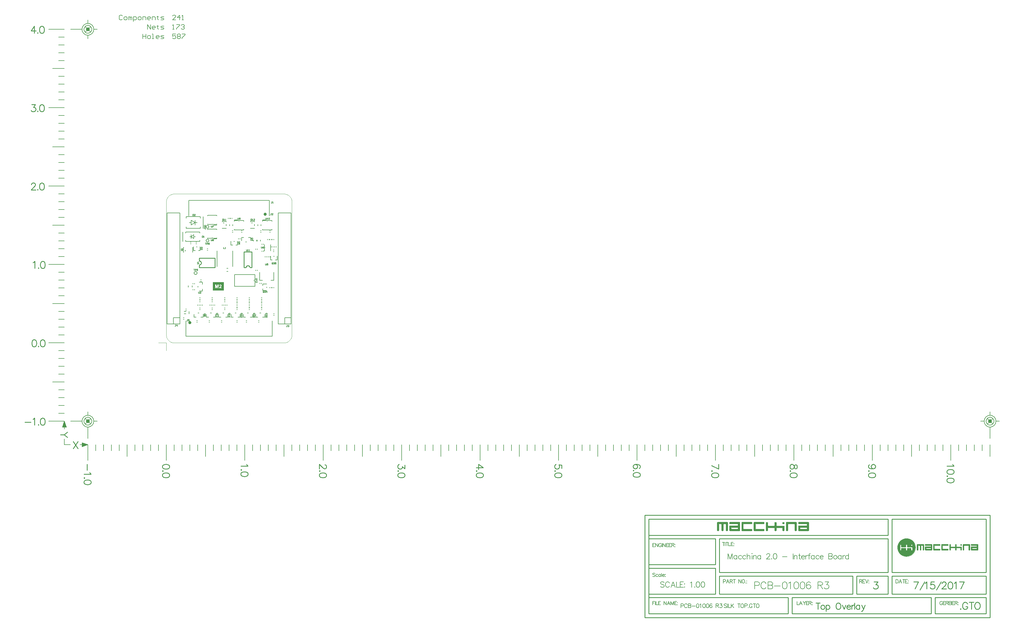
<source format=gto>
G04 This is an RS-274x file exported by *
G04 gerbv version 2.6A *
G04 More information is available about gerbv at *
G04 http://gerbv.geda-project.org/ *
G04 --End of header info--*
%MOIN*%
%FSLAX34Y34*%
%IPPOS*%
G04 --Define apertures--*
%ADD10C,0.0100*%
%ADD11C,0.0080*%
%ADD12C,0.0090*%
%ADD13C,0.0070*%
%ADD14C,0.0050*%
%ADD15C,0.0010*%
%ADD16C,0.0394*%
G04 --Start main section--*
G36*
G01X0007334Y0006680D02*
G01X0005940Y0006680D01*
G01X0005940Y0007731D01*
G01X0007334Y0007731D01*
G01X0007334Y0006680D01*
G37*
G36*
G01X0007334Y0006680D02*
G37*
G36*
G01X0073091Y-022884D02*
G01X0073107Y-022923D01*
G01X0073104Y-022927D01*
G01X0073104Y-022927D01*
G01X0073108Y-023932D01*
G01X0073091Y-023976D01*
G01X0073052Y-023992D01*
G01X0073047Y-023989D01*
G01X0073047Y-023989D01*
G01X0071825Y-023993D01*
G01X0071782Y-023976D01*
G01X0071766Y-023937D01*
G01X0071769Y-023932D01*
G01X0071769Y-023932D01*
G01X0071764Y-023377D01*
G01X0071782Y-023334D01*
G01X0071821Y-023318D01*
G01X0071825Y-023321D01*
G01X0071825Y-023321D01*
G01X0071825Y-023321D01*
G01X0072822Y-023326D01*
G01X0072866Y-023308D01*
G01X0072883Y-023265D01*
G01X0072883Y-023265D01*
G01X0072879Y-023260D01*
G01X0072883Y-023152D01*
G01X0072866Y-023109D01*
G01X0072822Y-023092D01*
G01X0072822Y-023096D01*
G01X0071825Y-023101D01*
G01X0071782Y-023083D01*
G01X0071766Y-023044D01*
G01X0071769Y-023040D01*
G01X0071769Y-023040D01*
G01X0071764Y-022927D01*
G01X0071782Y-022884D01*
G01X0071821Y-022868D01*
G01X0071825Y-022871D01*
G01X0071825Y-022871D01*
G01X0073047Y-022867D01*
G01X0073091Y-022884D01*
G37*
G36*
G01X0073091Y-022884D02*
G37*
G36*
G01X0078734Y-022887D02*
G01X0078750Y-022903D01*
G01X0078759Y-022924D01*
G01X0078759Y-022935D01*
G01X0078759Y-023047D01*
G01X0078759Y-023059D01*
G01X0078750Y-023079D01*
G01X0078734Y-023095D01*
G01X0078714Y-023104D01*
G01X0078586Y-023104D01*
G01X0078566Y-023095D01*
G01X0078550Y-023079D01*
G01X0078541Y-023059D01*
G01X0078541Y-023047D01*
G01X0078541Y-022935D01*
G01X0078541Y-022924D01*
G01X0078550Y-022903D01*
G01X0078566Y-022887D01*
G01X0078586Y-022879D01*
G01X0078714Y-022879D01*
G01X0078734Y-022887D01*
G37*
G36*
G01X0078734Y-022887D02*
G37*
G36*
G01X0081830Y-022871D02*
G01X0081830Y-022871D01*
G01X0081834Y-022868D01*
G01X0081873Y-022884D01*
G01X0081891Y-022927D01*
G01X0081886Y-023932D01*
G01X0081886Y-023932D01*
G01X0081889Y-023937D01*
G01X0081873Y-023976D01*
G01X0081830Y-023993D01*
G01X0080608Y-023989D01*
G01X0080608Y-023989D01*
G01X0080603Y-023992D01*
G01X0080564Y-023976D01*
G01X0080547Y-023932D01*
G01X0080551Y-023377D01*
G01X0080551Y-023377D01*
G01X0080548Y-023373D01*
G01X0080564Y-023334D01*
G01X0080608Y-023317D01*
G01X0081605Y-023321D01*
G01X0081605Y-023326D01*
G01X0081648Y-023308D01*
G01X0081666Y-023265D01*
G01X0081661Y-023157D01*
G01X0081666Y-023152D01*
G01X0081666Y-023152D01*
G01X0081648Y-023109D01*
G01X0081605Y-023092D01*
G01X0080608Y-023096D01*
G01X0080608Y-023096D01*
G01X0080608Y-023096D01*
G01X0080603Y-023099D01*
G01X0080564Y-023083D01*
G01X0080547Y-023040D01*
G01X0080551Y-022927D01*
G01X0080551Y-022927D01*
G01X0080548Y-022923D01*
G01X0080564Y-022884D01*
G01X0080608Y-022867D01*
G01X0081830Y-022871D01*
G37*
G36*
G01X0081830Y-022871D02*
G37*
G36*
G01X0077737Y-022887D02*
G01X0077753Y-022903D01*
G01X0077761Y-022924D01*
G01X0077761Y-022935D01*
G01X0077761Y-023295D01*
G01X0077762Y-023306D01*
G01X0077771Y-023326D01*
G01X0077786Y-023342D01*
G01X0077807Y-023350D01*
G01X0077818Y-023351D01*
G01X0078714Y-023351D01*
G01X0078734Y-023360D01*
G01X0078750Y-023376D01*
G01X0078759Y-023396D01*
G01X0078759Y-023407D01*
G01X0078759Y-023932D01*
G01X0078759Y-023944D01*
G01X0078750Y-023964D01*
G01X0078734Y-023980D01*
G01X0078714Y-023989D01*
G01X0078586Y-023989D01*
G01X0078566Y-023980D01*
G01X0078550Y-023964D01*
G01X0078541Y-023944D01*
G01X0078541Y-023932D01*
G01X0078541Y-023633D01*
G01X0078540Y-023622D01*
G01X0078532Y-023601D01*
G01X0078516Y-023586D01*
G01X0078496Y-023577D01*
G01X0078485Y-023576D01*
G01X0077818Y-023576D01*
G01X0077807Y-023577D01*
G01X0077786Y-023586D01*
G01X0077771Y-023601D01*
G01X0077762Y-023622D01*
G01X0077761Y-023633D01*
G01X0077761Y-023932D01*
G01X0077761Y-023944D01*
G01X0077753Y-023964D01*
G01X0077737Y-023980D01*
G01X0077716Y-023989D01*
G01X0077581Y-023989D01*
G01X0077561Y-023980D01*
G01X0077545Y-023964D01*
G01X0077536Y-023944D01*
G01X0077536Y-023932D01*
G01X0077536Y-023633D01*
G01X0077535Y-023622D01*
G01X0077527Y-023601D01*
G01X0077511Y-023586D01*
G01X0077491Y-023577D01*
G01X0077480Y-023576D01*
G01X0076708Y-023576D01*
G01X0076697Y-023577D01*
G01X0076676Y-023586D01*
G01X0076661Y-023601D01*
G01X0076652Y-023622D01*
G01X0076651Y-023633D01*
G01X0076651Y-023932D01*
G01X0076651Y-023944D01*
G01X0076643Y-023964D01*
G01X0076627Y-023980D01*
G01X0076606Y-023989D01*
G01X0076471Y-023989D01*
G01X0076451Y-023980D01*
G01X0076435Y-023964D01*
G01X0076426Y-023944D01*
G01X0076426Y-023932D01*
G01X0076426Y-022935D01*
G01X0076426Y-022924D01*
G01X0076435Y-022903D01*
G01X0076451Y-022887D01*
G01X0076471Y-022879D01*
G01X0076606Y-022879D01*
G01X0076627Y-022887D01*
G01X0076643Y-022903D01*
G01X0076651Y-022924D01*
G01X0076651Y-022935D01*
G01X0076651Y-023295D01*
G01X0076652Y-023306D01*
G01X0076661Y-023326D01*
G01X0076676Y-023342D01*
G01X0076697Y-023350D01*
G01X0076708Y-023351D01*
G01X0077480Y-023351D01*
G01X0077491Y-023350D01*
G01X0077511Y-023342D01*
G01X0077527Y-023326D01*
G01X0077535Y-023306D01*
G01X0077536Y-023295D01*
G01X0077536Y-022935D01*
G01X0077536Y-022924D01*
G01X0077545Y-022903D01*
G01X0077561Y-022887D01*
G01X0077581Y-022879D01*
G01X0077716Y-022879D01*
G01X0077737Y-022887D01*
G37*
G36*
G01X0077737Y-022887D02*
G37*
G36*
G01X0080309Y-022880D02*
G01X0080325Y-022896D01*
G01X0080334Y-022916D01*
G01X0080334Y-022927D01*
G01X0080334Y-023932D01*
G01X0080334Y-023944D01*
G01X0080325Y-023964D01*
G01X0080309Y-023980D01*
G01X0080289Y-023989D01*
G01X0080154Y-023989D01*
G01X0080133Y-023980D01*
G01X0080117Y-023964D01*
G01X0080109Y-023944D01*
G01X0080109Y-023932D01*
G01X0080109Y-023152D01*
G01X0080108Y-023142D01*
G01X0080099Y-023121D01*
G01X0080084Y-023106D01*
G01X0080063Y-023097D01*
G01X0080052Y-023096D01*
G01X0079272Y-023096D01*
G01X0079262Y-023097D01*
G01X0079241Y-023106D01*
G01X0079226Y-023121D01*
G01X0079217Y-023142D01*
G01X0079216Y-023152D01*
G01X0079216Y-023932D01*
G01X0079216Y-023944D01*
G01X0079208Y-023964D01*
G01X0079192Y-023980D01*
G01X0079171Y-023989D01*
G01X0079044Y-023989D01*
G01X0079023Y-023980D01*
G01X0079007Y-023964D01*
G01X0078999Y-023944D01*
G01X0078999Y-023932D01*
G01X0078999Y-022927D01*
G01X0078999Y-022916D01*
G01X0079007Y-022896D01*
G01X0079023Y-022880D01*
G01X0079044Y-022871D01*
G01X0080289Y-022871D01*
G01X0080309Y-022880D01*
G37*
G36*
G01X0080309Y-022880D02*
G37*
G36*
G01X0076184Y-022880D02*
G01X0076200Y-022896D01*
G01X0076209Y-022916D01*
G01X0076209Y-022927D01*
G01X0076209Y-023040D01*
G01X0076209Y-023051D01*
G01X0076200Y-023072D01*
G01X0076184Y-023088D01*
G01X0076164Y-023096D01*
G01X0075155Y-023096D01*
G01X0075144Y-023097D01*
G01X0075124Y-023106D01*
G01X0075108Y-023121D01*
G01X0075100Y-023142D01*
G01X0075099Y-023152D01*
G01X0075099Y-023707D01*
G01X0075100Y-023718D01*
G01X0075108Y-023739D01*
G01X0075124Y-023754D01*
G01X0075144Y-023763D01*
G01X0075155Y-023764D01*
G01X0076164Y-023764D01*
G01X0076184Y-023772D01*
G01X0076200Y-023788D01*
G01X0076209Y-023809D01*
G01X0076209Y-023820D01*
G01X0076209Y-023932D01*
G01X0076209Y-023944D01*
G01X0076200Y-023964D01*
G01X0076184Y-023980D01*
G01X0076164Y-023989D01*
G01X0074919Y-023989D01*
G01X0074898Y-023980D01*
G01X0074882Y-023964D01*
G01X0074874Y-023944D01*
G01X0074874Y-023932D01*
G01X0074874Y-022927D01*
G01X0074874Y-022916D01*
G01X0074882Y-022896D01*
G01X0074898Y-022880D01*
G01X0074919Y-022871D01*
G01X0076164Y-022871D01*
G01X0076184Y-022880D01*
G37*
G36*
G01X0076184Y-022880D02*
G37*
G36*
G01X0074632Y-022880D02*
G01X0074648Y-022896D01*
G01X0074656Y-022916D01*
G01X0074656Y-022927D01*
G01X0074656Y-023040D01*
G01X0074656Y-023051D01*
G01X0074648Y-023072D01*
G01X0074632Y-023088D01*
G01X0074611Y-023096D01*
G01X0073602Y-023096D01*
G01X0073592Y-023097D01*
G01X0073571Y-023106D01*
G01X0073556Y-023121D01*
G01X0073547Y-023142D01*
G01X0073546Y-023152D01*
G01X0073546Y-023707D01*
G01X0073547Y-023718D01*
G01X0073556Y-023739D01*
G01X0073571Y-023754D01*
G01X0073592Y-023763D01*
G01X0073602Y-023764D01*
G01X0074611Y-023764D01*
G01X0074632Y-023772D01*
G01X0074648Y-023788D01*
G01X0074656Y-023809D01*
G01X0074656Y-023820D01*
G01X0074656Y-023932D01*
G01X0074656Y-023944D01*
G01X0074648Y-023964D01*
G01X0074632Y-023980D01*
G01X0074611Y-023989D01*
G01X0073366Y-023989D01*
G01X0073346Y-023980D01*
G01X0073330Y-023964D01*
G01X0073321Y-023944D01*
G01X0073321Y-023932D01*
G01X0073321Y-022927D01*
G01X0073321Y-022916D01*
G01X0073330Y-022896D01*
G01X0073346Y-022880D01*
G01X0073366Y-022871D01*
G01X0074611Y-022871D01*
G01X0074632Y-022880D01*
G37*
G36*
G01X0074632Y-022880D02*
G37*
G36*
G01X0071527Y-022880D02*
G01X0071543Y-022896D01*
G01X0071551Y-022916D01*
G01X0071551Y-022927D01*
G01X0071551Y-023932D01*
G01X0071551Y-023944D01*
G01X0071543Y-023964D01*
G01X0071527Y-023980D01*
G01X0071506Y-023989D01*
G01X0071371Y-023989D01*
G01X0071351Y-023980D01*
G01X0071335Y-023964D01*
G01X0071326Y-023944D01*
G01X0071326Y-023932D01*
G01X0071326Y-023152D01*
G01X0071325Y-023142D01*
G01X0071317Y-023121D01*
G01X0071301Y-023106D01*
G01X0071281Y-023097D01*
G01X0071270Y-023096D01*
G01X0071045Y-023096D01*
G01X0071034Y-023097D01*
G01X0071014Y-023106D01*
G01X0070998Y-023121D01*
G01X0070990Y-023142D01*
G01X0070989Y-023152D01*
G01X0070989Y-023932D01*
G01X0070989Y-023944D01*
G01X0070980Y-023964D01*
G01X0070964Y-023980D01*
G01X0070944Y-023989D01*
G01X0070816Y-023989D01*
G01X0070796Y-023980D01*
G01X0070780Y-023964D01*
G01X0070771Y-023944D01*
G01X0070771Y-023932D01*
G01X0070771Y-023152D01*
G01X0070770Y-023142D01*
G01X0070762Y-023121D01*
G01X0070746Y-023106D01*
G01X0070726Y-023097D01*
G01X0070715Y-023096D01*
G01X0070490Y-023096D01*
G01X0070479Y-023097D01*
G01X0070459Y-023106D01*
G01X0070443Y-023121D01*
G01X0070435Y-023142D01*
G01X0070434Y-023152D01*
G01X0070434Y-023932D01*
G01X0070434Y-023944D01*
G01X0070425Y-023964D01*
G01X0070409Y-023980D01*
G01X0070389Y-023989D01*
G01X0070254Y-023989D01*
G01X0070233Y-023980D01*
G01X0070217Y-023964D01*
G01X0070209Y-023944D01*
G01X0070209Y-023932D01*
G01X0070209Y-022927D01*
G01X0070209Y-022916D01*
G01X0070217Y-022896D01*
G01X0070233Y-022880D01*
G01X0070254Y-022871D01*
G01X0071506Y-022871D01*
G01X0071527Y-022880D01*
G37*
G36*
G01X0071527Y-022880D02*
G37*
G36*
G01X0103449Y-025706D02*
G01X0103459Y-025732D01*
G01X0103457Y-025735D01*
G01X0103457Y-025735D01*
G01X0103461Y-026405D01*
G01X0103449Y-026434D01*
G01X0103423Y-026444D01*
G01X0103420Y-026442D01*
G01X0103420Y-026442D01*
G01X0102605Y-026446D01*
G01X0102576Y-026434D01*
G01X0102566Y-026408D01*
G01X0102568Y-026405D01*
G01X0102568Y-026405D01*
G01X0102564Y-026035D01*
G01X0102576Y-026006D01*
G01X0102602Y-025996D01*
G01X0102605Y-025998D01*
G01X0102605Y-025998D01*
G01X0102605Y-025998D01*
G01X0103270Y-026001D01*
G01X0103299Y-025989D01*
G01X0103311Y-025960D01*
G01X0103311Y-025960D01*
G01X0103308Y-025957D01*
G01X0103311Y-025885D01*
G01X0103299Y-025856D01*
G01X0103270Y-025844D01*
G01X0103270Y-025847D01*
G01X0102605Y-025851D01*
G01X0102576Y-025839D01*
G01X0102566Y-025813D01*
G01X0102568Y-025810D01*
G01X0102568Y-025810D01*
G01X0102564Y-025735D01*
G01X0102576Y-025706D01*
G01X0102602Y-025696D01*
G01X0102605Y-025698D01*
G01X0102605Y-025698D01*
G01X0103420Y-025694D01*
G01X0103449Y-025706D01*
G37*
G36*
G01X0103449Y-025706D02*
G37*
G36*
G01X0097594Y-025706D02*
G01X0097604Y-025732D01*
G01X0097603Y-025735D01*
G01X0097603Y-025735D01*
G01X0097606Y-026405D01*
G01X0097594Y-026434D01*
G01X0097568Y-026444D01*
G01X0097565Y-026442D01*
G01X0097565Y-026442D01*
G01X0096750Y-026446D01*
G01X0096721Y-026434D01*
G01X0096711Y-026408D01*
G01X0096713Y-026405D01*
G01X0096713Y-026405D01*
G01X0096709Y-026035D01*
G01X0096721Y-026006D01*
G01X0096747Y-025996D01*
G01X0096750Y-025998D01*
G01X0096750Y-025998D01*
G01X0096750Y-025998D01*
G01X0097415Y-026001D01*
G01X0097444Y-025989D01*
G01X0097456Y-025960D01*
G01X0097456Y-025960D01*
G01X0097453Y-025957D01*
G01X0097456Y-025885D01*
G01X0097444Y-025856D01*
G01X0097415Y-025844D01*
G01X0097415Y-025847D01*
G01X0096750Y-025851D01*
G01X0096721Y-025839D01*
G01X0096711Y-025813D01*
G01X0096713Y-025810D01*
G01X0096713Y-025810D01*
G01X0096709Y-025735D01*
G01X0096721Y-025706D01*
G01X0096747Y-025696D01*
G01X0096750Y-025698D01*
G01X0096750Y-025698D01*
G01X0097565Y-025694D01*
G01X0097594Y-025706D01*
G37*
G36*
G01X0097594Y-025706D02*
G37*
G36*
G01X0101356Y-025708D02*
G01X0101367Y-025719D01*
G01X0101372Y-025733D01*
G01X0101372Y-025740D01*
G01X0101372Y-025815D01*
G01X0101372Y-025822D01*
G01X0101367Y-025836D01*
G01X0101356Y-025847D01*
G01X0101342Y-025852D01*
G01X0101258Y-025852D01*
G01X0101244Y-025847D01*
G01X0101233Y-025836D01*
G01X0101228Y-025822D01*
G01X0101228Y-025815D01*
G01X0101228Y-025740D01*
G01X0101228Y-025733D01*
G01X0101233Y-025719D01*
G01X0101244Y-025708D01*
G01X0101258Y-025703D01*
G01X0101342Y-025703D01*
G01X0101356Y-025708D01*
G37*
G36*
G01X0101356Y-025708D02*
G37*
G36*
G01X0100691Y-025708D02*
G01X0100702Y-025719D01*
G01X0100708Y-025733D01*
G01X0100708Y-025740D01*
G01X0100708Y-025980D01*
G01X0100708Y-025987D01*
G01X0100714Y-026001D01*
G01X0100724Y-026011D01*
G01X0100738Y-026017D01*
G01X0100745Y-026017D01*
G01X0101342Y-026017D01*
G01X0101356Y-026023D01*
G01X0101367Y-026034D01*
G01X0101372Y-026048D01*
G01X0101372Y-026055D01*
G01X0101372Y-026405D01*
G01X0101372Y-026412D01*
G01X0101367Y-026426D01*
G01X0101356Y-026437D01*
G01X0101342Y-026442D01*
G01X0101258Y-026442D01*
G01X0101244Y-026437D01*
G01X0101233Y-026426D01*
G01X0101228Y-026412D01*
G01X0101228Y-026405D01*
G01X0101228Y-026205D01*
G01X0101227Y-026198D01*
G01X0101221Y-026184D01*
G01X0101211Y-026174D01*
G01X0101197Y-026168D01*
G01X0101190Y-026168D01*
G01X0100745Y-026168D01*
G01X0100738Y-026168D01*
G01X0100724Y-026174D01*
G01X0100714Y-026184D01*
G01X0100708Y-026198D01*
G01X0100708Y-026205D01*
G01X0100708Y-026405D01*
G01X0100708Y-026412D01*
G01X0100702Y-026426D01*
G01X0100691Y-026437D01*
G01X0100677Y-026442D01*
G01X0100588Y-026442D01*
G01X0100574Y-026437D01*
G01X0100563Y-026426D01*
G01X0100557Y-026412D01*
G01X0100557Y-026405D01*
G01X0100557Y-026205D01*
G01X0100557Y-026198D01*
G01X0100551Y-026184D01*
G01X0100541Y-026174D01*
G01X0100527Y-026168D01*
G01X0100520Y-026168D01*
G01X0100005Y-026168D01*
G01X0099998Y-026168D01*
G01X0099984Y-026174D01*
G01X0099974Y-026184D01*
G01X0099968Y-026198D01*
G01X0099967Y-026205D01*
G01X0099967Y-026405D01*
G01X0099967Y-026412D01*
G01X0099962Y-026426D01*
G01X0099951Y-026437D01*
G01X0099937Y-026442D01*
G01X0099848Y-026442D01*
G01X0099834Y-026437D01*
G01X0099823Y-026426D01*
G01X0099817Y-026412D01*
G01X0099817Y-026405D01*
G01X0099817Y-025740D01*
G01X0099817Y-025733D01*
G01X0099823Y-025719D01*
G01X0099834Y-025708D01*
G01X0099848Y-025703D01*
G01X0099937Y-025703D01*
G01X0099951Y-025708D01*
G01X0099962Y-025719D01*
G01X0099967Y-025733D01*
G01X0099967Y-025740D01*
G01X0099967Y-025980D01*
G01X0099968Y-025987D01*
G01X0099974Y-026001D01*
G01X0099984Y-026011D01*
G01X0099998Y-026017D01*
G01X0100005Y-026017D01*
G01X0100520Y-026017D01*
G01X0100527Y-026017D01*
G01X0100541Y-026011D01*
G01X0100551Y-026001D01*
G01X0100557Y-025987D01*
G01X0100557Y-025980D01*
G01X0100557Y-025740D01*
G01X0100557Y-025733D01*
G01X0100563Y-025719D01*
G01X0100574Y-025708D01*
G01X0100588Y-025703D01*
G01X0100677Y-025703D01*
G01X0100691Y-025708D01*
G37*
G36*
G01X0100691Y-025708D02*
G37*
G36*
G01X0102406Y-025703D02*
G01X0102417Y-025714D01*
G01X0102423Y-025728D01*
G01X0102423Y-025735D01*
G01X0102423Y-026405D01*
G01X0102423Y-026412D01*
G01X0102417Y-026426D01*
G01X0102406Y-026437D01*
G01X0102392Y-026442D01*
G01X0102303Y-026442D01*
G01X0102289Y-026437D01*
G01X0102278Y-026426D01*
G01X0102273Y-026412D01*
G01X0102273Y-026405D01*
G01X0102273Y-025885D01*
G01X0102272Y-025878D01*
G01X0102266Y-025864D01*
G01X0102256Y-025854D01*
G01X0102242Y-025848D01*
G01X0102235Y-025847D01*
G01X0101715Y-025847D01*
G01X0101708Y-025848D01*
G01X0101694Y-025854D01*
G01X0101684Y-025864D01*
G01X0101678Y-025878D01*
G01X0101678Y-025885D01*
G01X0101678Y-026405D01*
G01X0101678Y-026412D01*
G01X0101672Y-026426D01*
G01X0101661Y-026437D01*
G01X0101647Y-026442D01*
G01X0101563Y-026442D01*
G01X0101549Y-026437D01*
G01X0101538Y-026426D01*
G01X0101532Y-026412D01*
G01X0101532Y-026405D01*
G01X0101532Y-025735D01*
G01X0101532Y-025728D01*
G01X0101538Y-025714D01*
G01X0101549Y-025703D01*
G01X0101563Y-025698D01*
G01X0102392Y-025698D01*
G01X0102406Y-025703D01*
G37*
G36*
G01X0102406Y-025703D02*
G37*
G36*
G01X0099656Y-025703D02*
G01X0099667Y-025714D01*
G01X0099672Y-025728D01*
G01X0099672Y-025735D01*
G01X0099672Y-025810D01*
G01X0099672Y-025817D01*
G01X0099667Y-025831D01*
G01X0099656Y-025842D01*
G01X0099642Y-025847D01*
G01X0098970Y-025847D01*
G01X0098963Y-025848D01*
G01X0098949Y-025854D01*
G01X0098939Y-025864D01*
G01X0098933Y-025878D01*
G01X0098933Y-025885D01*
G01X0098933Y-026255D01*
G01X0098933Y-026262D01*
G01X0098939Y-026276D01*
G01X0098949Y-026286D01*
G01X0098963Y-026292D01*
G01X0098970Y-026293D01*
G01X0099642Y-026293D01*
G01X0099656Y-026298D01*
G01X0099667Y-026309D01*
G01X0099672Y-026323D01*
G01X0099672Y-026330D01*
G01X0099672Y-026405D01*
G01X0099672Y-026412D01*
G01X0099667Y-026426D01*
G01X0099656Y-026437D01*
G01X0099642Y-026442D01*
G01X0098813Y-026442D01*
G01X0098799Y-026437D01*
G01X0098788Y-026426D01*
G01X0098783Y-026412D01*
G01X0098783Y-026405D01*
G01X0098783Y-025735D01*
G01X0098783Y-025728D01*
G01X0098788Y-025714D01*
G01X0098799Y-025703D01*
G01X0098813Y-025698D01*
G01X0099642Y-025698D01*
G01X0099656Y-025703D01*
G37*
G36*
G01X0099656Y-025703D02*
G37*
G36*
G01X0098621Y-025703D02*
G01X0098632Y-025714D01*
G01X0098638Y-025728D01*
G01X0098638Y-025735D01*
G01X0098638Y-025810D01*
G01X0098638Y-025817D01*
G01X0098632Y-025831D01*
G01X0098621Y-025842D01*
G01X0098607Y-025847D01*
G01X0097935Y-025847D01*
G01X0097928Y-025848D01*
G01X0097914Y-025854D01*
G01X0097904Y-025864D01*
G01X0097898Y-025878D01*
G01X0097898Y-025885D01*
G01X0097898Y-026255D01*
G01X0097898Y-026262D01*
G01X0097904Y-026276D01*
G01X0097914Y-026286D01*
G01X0097928Y-026292D01*
G01X0097935Y-026293D01*
G01X0098607Y-026293D01*
G01X0098621Y-026298D01*
G01X0098632Y-026309D01*
G01X0098638Y-026323D01*
G01X0098638Y-026330D01*
G01X0098638Y-026405D01*
G01X0098638Y-026412D01*
G01X0098632Y-026426D01*
G01X0098621Y-026437D01*
G01X0098607Y-026442D01*
G01X0097778Y-026442D01*
G01X0097764Y-026437D01*
G01X0097753Y-026426D01*
G01X0097747Y-026412D01*
G01X0097747Y-026405D01*
G01X0097747Y-025735D01*
G01X0097747Y-025728D01*
G01X0097753Y-025714D01*
G01X0097764Y-025703D01*
G01X0097778Y-025698D01*
G01X0098607Y-025698D01*
G01X0098621Y-025703D01*
G37*
G36*
G01X0098621Y-025703D02*
G37*
G36*
G01X0096551Y-025703D02*
G01X0096562Y-025714D01*
G01X0096567Y-025728D01*
G01X0096567Y-025735D01*
G01X0096567Y-026405D01*
G01X0096567Y-026412D01*
G01X0096562Y-026426D01*
G01X0096551Y-026437D01*
G01X0096537Y-026442D01*
G01X0096448Y-026442D01*
G01X0096434Y-026437D01*
G01X0096423Y-026426D01*
G01X0096418Y-026412D01*
G01X0096418Y-026405D01*
G01X0096418Y-025885D01*
G01X0096417Y-025878D01*
G01X0096411Y-025864D01*
G01X0096401Y-025854D01*
G01X0096387Y-025848D01*
G01X0096380Y-025847D01*
G01X0096230Y-025847D01*
G01X0096223Y-025848D01*
G01X0096209Y-025854D01*
G01X0096199Y-025864D01*
G01X0096193Y-025878D01*
G01X0096193Y-025885D01*
G01X0096193Y-026405D01*
G01X0096193Y-026412D01*
G01X0096187Y-026426D01*
G01X0096176Y-026437D01*
G01X0096162Y-026442D01*
G01X0096078Y-026442D01*
G01X0096064Y-026437D01*
G01X0096053Y-026426D01*
G01X0096047Y-026412D01*
G01X0096047Y-026405D01*
G01X0096047Y-025885D01*
G01X0096047Y-025878D01*
G01X0096041Y-025864D01*
G01X0096031Y-025854D01*
G01X0096017Y-025848D01*
G01X0096010Y-025847D01*
G01X0095860Y-025847D01*
G01X0095853Y-025848D01*
G01X0095839Y-025854D01*
G01X0095829Y-025864D01*
G01X0095823Y-025878D01*
G01X0095822Y-025885D01*
G01X0095822Y-026405D01*
G01X0095822Y-026412D01*
G01X0095817Y-026426D01*
G01X0095806Y-026437D01*
G01X0095792Y-026442D01*
G01X0095703Y-026442D01*
G01X0095689Y-026437D01*
G01X0095678Y-026426D01*
G01X0095673Y-026412D01*
G01X0095673Y-026405D01*
G01X0095673Y-025735D01*
G01X0095673Y-025728D01*
G01X0095678Y-025714D01*
G01X0095689Y-025703D01*
G01X0095703Y-025698D01*
G01X0096537Y-025698D01*
G01X0096551Y-025703D01*
G37*
G36*
G01X0096551Y-025703D02*
G37*
G36*
G01X0094525Y-024971D02*
G01X0094700Y-025013D01*
G01X0094866Y-025082D01*
G01X0095020Y-025176D01*
G01X0095157Y-025293D01*
G01X0095274Y-025430D01*
G01X0095368Y-025584D01*
G01X0095437Y-025750D01*
G01X0095479Y-025925D01*
G01X0095494Y-026105D01*
G01X0095479Y-026285D01*
G01X0095437Y-026460D01*
G01X0095368Y-026626D01*
G01X0095274Y-026780D01*
G01X0095157Y-026917D01*
G01X0095020Y-027034D01*
G01X0094866Y-027128D01*
G01X0094700Y-027197D01*
G01X0094525Y-027239D01*
G01X0094345Y-027254D01*
G01X0094165Y-027239D01*
G01X0093990Y-027197D01*
G01X0093824Y-027128D01*
G01X0093670Y-027034D01*
G01X0093533Y-026917D01*
G01X0093416Y-026780D01*
G01X0093322Y-026626D01*
G01X0093253Y-026460D01*
G01X0093211Y-026285D01*
G01X0093196Y-026105D01*
G01X0093211Y-025925D01*
G01X0093253Y-025750D01*
G01X0093322Y-025584D01*
G01X0093416Y-025430D01*
G01X0093533Y-025293D01*
G01X0093670Y-025176D01*
G01X0093824Y-025082D01*
G01X0093990Y-025013D01*
G01X0094165Y-024971D01*
G01X0094345Y-024956D01*
G01X0094525Y-024971D01*
G37*
G36*
G01X0094525Y-024971D02*
G37*
%LPC*%
G36*
G01X0006672Y0007428D02*
G01X0006535Y0007428D01*
G01X0006456Y0007122D01*
G01X0006375Y0007428D01*
G01X0006240Y0007428D01*
G01X0006240Y0006980D01*
G01X0006324Y0006980D01*
G01X0006324Y0007333D01*
G01X0006412Y0006980D01*
G01X0006499Y0006980D01*
G01X0006587Y0007333D01*
G01X0006588Y0006980D01*
G01X0006672Y0006980D01*
G01X0006672Y0007428D01*
G37*
G36*
G01X0006672Y0007428D02*
G37*
G36*
G01X0006898Y0007431D02*
G01X0006892Y0007431D01*
G01X0006881Y0007430D01*
G01X0006870Y0007430D01*
G01X0006850Y0007426D01*
G01X0006834Y0007421D01*
G01X0006826Y0007419D01*
G01X0006819Y0007415D01*
G01X0006812Y0007413D01*
G01X0006807Y0007410D01*
G01X0006802Y0007407D01*
G01X0006798Y0007405D01*
G01X0006795Y0007402D01*
G01X0006793Y0007401D01*
G01X0006791Y0007401D01*
G01X0006791Y0007400D01*
G01X0006784Y0007393D01*
G01X0006777Y0007387D01*
G01X0006771Y0007379D01*
G01X0006766Y0007371D01*
G01X0006758Y0007354D01*
G01X0006752Y0007338D01*
G01X0006750Y0007329D01*
G01X0006748Y0007322D01*
G01X0006746Y0007316D01*
G01X0006745Y0007310D01*
G01X0006744Y0007305D01*
G01X0006744Y0007301D01*
G01X0006744Y0007299D01*
G01X0006744Y0007298D01*
G01X0006829Y0007290D01*
G01X0006830Y0007303D01*
G01X0006833Y0007314D01*
G01X0006836Y0007323D01*
G01X0006839Y0007331D01*
G01X0006841Y0007336D01*
G01X0006844Y0007340D01*
G01X0006846Y0007343D01*
G01X0006847Y0007344D01*
G01X0006853Y0007349D01*
G01X0006860Y0007353D01*
G01X0006867Y0007356D01*
G01X0006874Y0007358D01*
G01X0006880Y0007359D01*
G01X0006885Y0007360D01*
G01X0006890Y0007360D01*
G01X0006900Y0007359D01*
G01X0006908Y0007357D01*
G01X0006915Y0007355D01*
G01X0006922Y0007352D01*
G01X0006926Y0007349D01*
G01X0006930Y0007347D01*
G01X0006932Y0007345D01*
G01X0006933Y0007344D01*
G01X0006938Y0007338D01*
G01X0006942Y0007331D01*
G01X0006944Y0007323D01*
G01X0006946Y0007316D01*
G01X0006948Y0007310D01*
G01X0006948Y0007304D01*
G01X0006948Y0007301D01*
G01X0006948Y0007300D01*
G01X0006948Y0007299D01*
G01X0006948Y0007290D01*
G01X0006946Y0007281D01*
G01X0006942Y0007272D01*
G01X0006939Y0007264D01*
G01X0006936Y0007257D01*
G01X0006933Y0007252D01*
G01X0006931Y0007248D01*
G01X0006930Y0007247D01*
G01X0006928Y0007243D01*
G01X0006924Y0007239D01*
G01X0006918Y0007233D01*
G01X0006913Y0007228D01*
G01X0006902Y0007215D01*
G01X0006890Y0007203D01*
G01X0006878Y0007191D01*
G01X0006873Y0007186D01*
G01X0006868Y0007182D01*
G01X0006864Y0007178D01*
G01X0006861Y0007176D01*
G01X0006859Y0007174D01*
G01X0006859Y0007173D01*
G01X0006846Y0007161D01*
G01X0006834Y0007149D01*
G01X0006823Y0007138D01*
G01X0006813Y0007128D01*
G01X0006804Y0007119D01*
G01X0006797Y0007110D01*
G01X0006790Y0007102D01*
G01X0006784Y0007094D01*
G01X0006778Y0007088D01*
G01X0006774Y0007082D01*
G01X0006770Y0007077D01*
G01X0006767Y0007073D01*
G01X0006765Y0007070D01*
G01X0006764Y0007067D01*
G01X0006762Y0007066D01*
G01X0006762Y0007066D01*
G01X0006754Y0007051D01*
G01X0006747Y0007035D01*
G01X0006742Y0007021D01*
G01X0006738Y0007008D01*
G01X0006736Y0006996D01*
G01X0006735Y0006992D01*
G01X0006734Y0006988D01*
G01X0006734Y0006985D01*
G01X0006733Y0006982D01*
G01X0006733Y0006981D01*
G01X0006733Y0006980D01*
G01X0007034Y0006980D01*
G01X0007034Y0007060D01*
G01X0006863Y0007060D01*
G01X0006869Y0007068D01*
G01X0006874Y0007075D01*
G01X0006877Y0007078D01*
G01X0006879Y0007081D01*
G01X0006880Y0007082D01*
G01X0006881Y0007083D01*
G01X0006883Y0007086D01*
G01X0006886Y0007089D01*
G01X0006894Y0007096D01*
G01X0006902Y0007104D01*
G01X0006911Y0007113D01*
G01X0006919Y0007121D01*
G01X0006926Y0007127D01*
G01X0006929Y0007130D01*
G01X0006931Y0007132D01*
G01X0006932Y0007132D01*
G01X0006933Y0007133D01*
G01X0006947Y0007147D01*
G01X0006959Y0007158D01*
G01X0006968Y0007168D01*
G01X0006976Y0007176D01*
G01X0006982Y0007182D01*
G01X0006986Y0007187D01*
G01X0006988Y0007190D01*
G01X0006989Y0007191D01*
G01X0006998Y0007202D01*
G01X0007005Y0007212D01*
G01X0007010Y0007222D01*
G01X0007015Y0007230D01*
G01X0007019Y0007237D01*
G01X0007021Y0007243D01*
G01X0007023Y0007246D01*
G01X0007023Y0007248D01*
G01X0007027Y0007258D01*
G01X0007030Y0007268D01*
G01X0007032Y0007278D01*
G01X0007033Y0007287D01*
G01X0007034Y0007294D01*
G01X0007034Y0007300D01*
G01X0007034Y0007304D01*
G01X0007034Y0007305D01*
G01X0007034Y0007315D01*
G01X0007032Y0007325D01*
G01X0007031Y0007334D01*
G01X0007029Y0007342D01*
G01X0007022Y0007357D01*
G01X0007016Y0007370D01*
G01X0007012Y0007376D01*
G01X0007009Y0007380D01*
G01X0007005Y0007385D01*
G01X0007002Y0007388D01*
G01X0006999Y0007391D01*
G01X0006998Y0007393D01*
G01X0006997Y0007394D01*
G01X0006996Y0007395D01*
G01X0006989Y0007401D01*
G01X0006981Y0007407D01*
G01X0006973Y0007412D01*
G01X0006964Y0007415D01*
G01X0006947Y0007422D01*
G01X0006930Y0007426D01*
G01X0006922Y0007428D01*
G01X0006915Y0007429D01*
G01X0006909Y0007430D01*
G01X0006903Y0007430D01*
G01X0006898Y0007431D01*
G37*
G36*
G01X0006898Y0007431D02*
G37*
G36*
G01X0072042Y-023542D02*
G01X0072042Y-023542D01*
G01X0071999Y-023559D01*
G01X0071982Y-023602D01*
G01X0071986Y-023703D01*
G01X0071982Y-023707D01*
G01X0071982Y-023707D01*
G01X0071999Y-023751D01*
G01X0072042Y-023768D01*
G01X0072818Y-023764D01*
G01X0072822Y-023768D01*
G01X0072822Y-023768D01*
G01X0072866Y-023751D01*
G01X0072883Y-023707D01*
G01X0072879Y-023607D01*
G01X0072883Y-023602D01*
G01X0072883Y-023602D01*
G01X0072866Y-023559D01*
G01X0072822Y-023542D01*
G01X0072047Y-023546D01*
G01X0072042Y-023542D01*
G37*
G36*
G01X0072042Y-023542D02*
G37*
G36*
G01X0081605Y-023542D02*
G01X0081600Y-023546D01*
G01X0080825Y-023542D01*
G01X0080782Y-023559D01*
G01X0080764Y-023602D01*
G01X0080764Y-023602D01*
G01X0080769Y-023607D01*
G01X0080764Y-023707D01*
G01X0080782Y-023751D01*
G01X0080825Y-023768D01*
G01X0080825Y-023768D01*
G01X0080830Y-023764D01*
G01X0081605Y-023768D01*
G01X0081648Y-023751D01*
G01X0081666Y-023707D01*
G01X0081666Y-023707D01*
G01X0081661Y-023703D01*
G01X0081666Y-023602D01*
G01X0081648Y-023559D01*
G01X0081605Y-023542D01*
G01X0081605Y-023542D01*
G37*
G36*
G01X0081605Y-023542D02*
G37*
G36*
G01X0102750Y-026144D02*
G01X0102750Y-026144D01*
G01X0102721Y-026156D01*
G01X0102709Y-026185D01*
G01X0102712Y-026252D01*
G01X0102709Y-026255D01*
G01X0102709Y-026255D01*
G01X0102721Y-026284D01*
G01X0102750Y-026296D01*
G01X0103267Y-026293D01*
G01X0103270Y-026296D01*
G01X0103270Y-026296D01*
G01X0103299Y-026284D01*
G01X0103311Y-026255D01*
G01X0103308Y-026188D01*
G01X0103311Y-026185D01*
G01X0103311Y-026185D01*
G01X0103299Y-026156D01*
G01X0103270Y-026144D01*
G01X0102753Y-026147D01*
G01X0102750Y-026144D01*
G37*
G36*
G01X0102750Y-026144D02*
G37*
G36*
G01X0096895Y-026144D02*
G01X0096895Y-026144D01*
G01X0096866Y-026156D01*
G01X0096854Y-026185D01*
G01X0096857Y-026252D01*
G01X0096854Y-026255D01*
G01X0096854Y-026255D01*
G01X0096866Y-026284D01*
G01X0096895Y-026296D01*
G01X0097412Y-026293D01*
G01X0097415Y-026296D01*
G01X0097415Y-026296D01*
G01X0097444Y-026284D01*
G01X0097456Y-026255D01*
G01X0097453Y-026188D01*
G01X0097456Y-026185D01*
G01X0097456Y-026185D01*
G01X0097444Y-026156D01*
G01X0097415Y-026144D01*
G01X0096898Y-026147D01*
G01X0096895Y-026144D01*
G37*
G36*
G01X0096895Y-026144D02*
G37*
G36*
G01X0094975Y-025734D02*
G01X0094975Y-025734D01*
G01X0094946Y-025746D01*
G01X0094934Y-025775D01*
G01X0094937Y-025847D01*
G01X0094934Y-025850D01*
G01X0094934Y-025850D01*
G01X0094946Y-025879D01*
G01X0094975Y-025891D01*
G01X0095042Y-025888D01*
G01X0095045Y-025891D01*
G01X0095045Y-025891D01*
G01X0095074Y-025879D01*
G01X0095086Y-025850D01*
G01X0095083Y-025778D01*
G01X0095086Y-025775D01*
G01X0095086Y-025775D01*
G01X0095074Y-025746D01*
G01X0095045Y-025734D01*
G01X0094978Y-025737D01*
G01X0094975Y-025734D01*
G37*
G36*
G01X0094975Y-025734D02*
G37*
G36*
G01X0094305Y-025734D02*
G01X0094305Y-025734D01*
G01X0094276Y-025746D01*
G01X0094264Y-025775D01*
G01X0094268Y-026015D01*
G01X0094268Y-026015D01*
G01X0094268Y-026015D01*
G01X0094269Y-026018D01*
G01X0094259Y-026044D01*
G01X0094230Y-026056D01*
G01X0093715Y-026052D01*
G01X0093715Y-026052D01*
G01X0093712Y-026054D01*
G01X0093686Y-026044D01*
G01X0093674Y-026015D01*
G01X0093678Y-025775D01*
G01X0093681Y-025775D01*
G01X0093669Y-025746D01*
G01X0093640Y-025734D01*
G01X0093568Y-025737D01*
G01X0093565Y-025734D01*
G01X0093565Y-025734D01*
G01X0093536Y-025746D01*
G01X0093524Y-025775D01*
G01X0093527Y-026437D01*
G01X0093524Y-026440D01*
G01X0093524Y-026440D01*
G01X0093536Y-026469D01*
G01X0093565Y-026481D01*
G01X0093637Y-026478D01*
G01X0093640Y-026481D01*
G01X0093640Y-026481D01*
G01X0093669Y-026469D01*
G01X0093681Y-026440D01*
G01X0093678Y-026240D01*
G01X0093678Y-026240D01*
G01X0093678Y-026240D01*
G01X0093676Y-026237D01*
G01X0093686Y-026211D01*
G01X0093715Y-026199D01*
G01X0094230Y-026202D01*
G01X0094230Y-026202D01*
G01X0094233Y-026201D01*
G01X0094259Y-026211D01*
G01X0094271Y-026240D01*
G01X0094268Y-026440D01*
G01X0094264Y-026440D01*
G01X0094276Y-026469D01*
G01X0094305Y-026481D01*
G01X0094377Y-026478D01*
G01X0094380Y-026481D01*
G01X0094380Y-026481D01*
G01X0094409Y-026469D01*
G01X0094421Y-026440D01*
G01X0094417Y-026240D01*
G01X0094417Y-026240D01*
G01X0094417Y-026240D01*
G01X0094416Y-026237D01*
G01X0094426Y-026211D01*
G01X0094455Y-026199D01*
G01X0094900Y-026202D01*
G01X0094900Y-026202D01*
G01X0094903Y-026201D01*
G01X0094929Y-026211D01*
G01X0094941Y-026240D01*
G01X0094937Y-026440D01*
G01X0094934Y-026440D01*
G01X0094946Y-026469D01*
G01X0094975Y-026481D01*
G01X0095042Y-026478D01*
G01X0095045Y-026481D01*
G01X0095045Y-026481D01*
G01X0095074Y-026469D01*
G01X0095086Y-026440D01*
G01X0095083Y-026093D01*
G01X0095086Y-026090D01*
G01X0095086Y-026090D01*
G01X0095074Y-026061D01*
G01X0095045Y-026049D01*
G01X0094455Y-026052D01*
G01X0094455Y-026052D01*
G01X0094455Y-026052D01*
G01X0094452Y-026054D01*
G01X0094426Y-026044D01*
G01X0094414Y-026015D01*
G01X0094417Y-025775D01*
G01X0094421Y-025775D01*
G01X0094409Y-025746D01*
G01X0094380Y-025734D01*
G01X0094308Y-025737D01*
G01X0094305Y-025734D01*
G37*
G36*
G01X0094305Y-025734D02*
G37*
%LPD*%
G54D10*
G01X0004200Y0009950D02*
G01X0004296Y0009969D01*
G01X0004296Y0009969D02*
G01X0004377Y0010023D01*
G01X0004377Y0010023D02*
G01X0004431Y0010104D01*
G01X0004431Y0010104D02*
G01X0004450Y0010200D01*
G01X0004450Y0010200D02*
G01X0004431Y0010296D01*
G01X0004431Y0010296D02*
G01X0004377Y0010377D01*
G01X0004377Y0010377D02*
G01X0004296Y0010431D01*
G01X0004296Y0010431D02*
G01X0004200Y0010450D01*
G01X0010650Y0009600D02*
G01X0010631Y0009696D01*
G01X0010631Y0009696D02*
G01X0010577Y0009777D01*
G01X0010577Y0009777D02*
G01X0010496Y0009831D01*
G01X0010496Y0009831D02*
G01X0010400Y0009850D01*
G01X0010400Y0009850D02*
G01X0010304Y0009831D01*
G01X0010304Y0009831D02*
G01X0010223Y0009777D01*
G01X0010223Y0009777D02*
G01X0010169Y0009696D01*
G01X0010169Y0009696D02*
G01X0010150Y0009600D01*
G01X0004200Y0009600D02*
G01X0004200Y0009950D01*
G01X0004200Y0010450D02*
G01X0004200Y0010800D01*
G01X0004200Y0010800D02*
G01X0006200Y0010800D01*
G01X0006200Y0009600D02*
G01X0006200Y0010800D01*
G01X0004200Y0009600D02*
G01X0006200Y0009600D01*
G01X0010650Y0009600D02*
G01X0010900Y0009600D01*
G01X0009900Y0009600D02*
G01X0010150Y0009600D01*
G01X0009900Y0009600D02*
G01X0009900Y0011600D01*
G01X0009900Y0011600D02*
G01X0010900Y0011600D01*
G01X0010900Y0009600D02*
G01X0010900Y0011600D01*
G01X0061500Y-024550D02*
G01X0061500Y-022500D01*
G01X0092000Y-024550D02*
G01X0092000Y-022500D01*
G01X0092500Y-029300D02*
G01X0092500Y-022500D01*
G01X0104500Y-029300D02*
G01X0104500Y-022500D01*
G01X0092000Y-029300D02*
G01X0092000Y-025000D01*
G01X0061500Y-028300D02*
G01X0061500Y-025000D01*
G01X0070000Y-028300D02*
G01X0070000Y-025000D01*
G01X0070500Y-029300D02*
G01X0070500Y-025000D01*
G01X0070500Y-032050D02*
G01X0070500Y-029750D01*
G01X0070000Y-032050D02*
G01X0070000Y-028750D01*
G01X0061500Y-032050D02*
G01X0061500Y-028750D01*
G01X0087500Y-032050D02*
G01X0087500Y-029750D01*
G01X0088000Y-032050D02*
G01X0088000Y-029750D01*
G01X0092000Y-032050D02*
G01X0092000Y-029750D01*
G01X0092500Y-032050D02*
G01X0092500Y-029750D01*
G01X0104500Y-032050D02*
G01X0104500Y-029750D01*
G01X0061500Y-034550D02*
G01X0061500Y-032500D01*
G01X0061000Y-035050D02*
G01X0061000Y-022000D01*
G01X0079250Y-034550D02*
G01X0079250Y-032500D01*
G01X0079750Y-034550D02*
G01X0079750Y-032500D01*
G01X0097500Y-034550D02*
G01X0097500Y-032500D01*
G01X0098000Y-034550D02*
G01X0098000Y-032500D01*
G01X0104500Y-034550D02*
G01X0104500Y-032500D01*
G01X0105000Y-035050D02*
G01X0105000Y-022000D01*
G01X0061500Y-024550D02*
G01X0092000Y-024550D01*
G01X0061500Y-022500D02*
G01X0092000Y-022500D01*
G01X0061000Y-022000D02*
G01X0105000Y-022000D01*
G01X0092500Y-022500D02*
G01X0104500Y-022500D01*
G01X0092500Y-029300D02*
G01X0104500Y-029300D01*
G01X0092500Y-029750D02*
G01X0104500Y-029750D01*
G01X0088000Y-029750D02*
G01X0092000Y-029750D01*
G01X0070500Y-025000D02*
G01X0092000Y-025000D01*
G01X0061500Y-025000D02*
G01X0070000Y-025000D01*
G01X0061500Y-028300D02*
G01X0070000Y-028300D01*
G01X0070500Y-029300D02*
G01X0092000Y-029300D01*
G01X0061500Y-028750D02*
G01X0070000Y-028750D01*
G01X0061500Y-032050D02*
G01X0070000Y-032050D01*
G01X0061500Y-032500D02*
G01X0079250Y-032500D01*
G01X0070500Y-032050D02*
G01X0087500Y-032050D01*
G01X0070500Y-029750D02*
G01X0087500Y-029750D01*
G01X0088000Y-032050D02*
G01X0092000Y-032050D01*
G01X0092500Y-032050D02*
G01X0104500Y-032050D01*
G01X0098000Y-032500D02*
G01X0104500Y-032500D01*
G01X0079750Y-032500D02*
G01X0097500Y-032500D01*
G01X0061500Y-034550D02*
G01X0079250Y-034550D01*
G01X0079750Y-034550D02*
G01X0097500Y-034550D01*
G01X0098000Y-034550D02*
G01X0104500Y-034550D01*
G01X0061000Y-035050D02*
G01X0105000Y-035050D01*
G01X0061000Y-025750D02*
G01X0061000Y-023700D01*
G01X0061500Y-030500D02*
G01X0061500Y-023700D01*
G01X0061500Y-033250D02*
G01X0061500Y-030950D01*
G54D11*
G01X0011298Y0008060D02*
G01X0011211Y0008010D01*
G01X0011211Y0008010D02*
G01X0011211Y0007910D01*
G01X0011211Y0007910D02*
G01X0011298Y0007860D01*
G01X0002440Y0011760D02*
G01X0002380Y0011795D01*
G01X0002380Y0011795D02*
G01X0002380Y0011725D01*
G01X0002380Y0011725D02*
G01X0002440Y0011760D01*
G01X0010950Y0015300D02*
G01X0010890Y0015335D01*
G01X0010890Y0015335D02*
G01X0010890Y0015265D01*
G01X0010890Y0015265D02*
G01X0010950Y0015300D01*
G01X0007350Y0015300D02*
G01X0007290Y0015335D01*
G01X0007290Y0015335D02*
G01X0007290Y0015265D01*
G01X0007290Y0015265D02*
G01X0007350Y0015300D01*
G01X0002878Y0018170D02*
G01X0013115Y0018170D01*
G01X0013115Y0016201D02*
G01X0013115Y0018170D01*
G01X0002878Y0016201D02*
G01X0002878Y0018170D01*
G01X0004710Y0014600D02*
G01X0004710Y0016100D01*
G01X0002110Y0012950D02*
G01X0002110Y0014150D01*
G01X0011298Y0008060D02*
G01X0011298Y0008710D01*
G01X0011298Y0007210D02*
G01X0011298Y0007860D01*
G01X0008698Y0007210D02*
G01X0011298Y0007210D01*
G01X0008698Y0007210D02*
G01X0008698Y0008710D01*
G01X0008698Y0008710D02*
G01X0011298Y0008710D01*
G01X0002170Y0011570D02*
G01X0002170Y0012170D01*
G01X0003370Y0011570D02*
G01X0003370Y0012170D01*
G01X0003320Y0012170D02*
G01X0003370Y0012170D01*
G01X0002170Y0011570D02*
G01X0002220Y0011570D01*
G01X0003320Y0011570D02*
G01X0003370Y0011570D01*
G01X0002170Y0012170D02*
G01X0002220Y0012170D01*
G01X0008450Y0009741D02*
G01X0008450Y0011741D01*
G01X0006450Y0009741D02*
G01X0006450Y0011741D01*
G01X0008249Y0003270D02*
G01X0008249Y0003650D01*
G01X0009409Y0003270D02*
G01X0009409Y0003650D01*
G01X0008249Y0003270D02*
G01X0008529Y0003270D01*
G01X0008759Y0003810D02*
G01X0008899Y0003810D01*
G01X0009129Y0003270D02*
G01X0009409Y0003270D01*
G01X0002520Y0014600D02*
G01X0004320Y0014600D01*
G01X0002520Y0016100D02*
G01X0004320Y0016100D01*
G01X0002520Y0015900D02*
G01X0002520Y0016100D01*
G01X0002520Y0014600D02*
G01X0002520Y0014800D01*
G01X0004320Y0014600D02*
G01X0004320Y0014800D01*
G01X0004320Y0015900D02*
G01X0004320Y0016100D01*
G01X0003670Y0015050D02*
G01X0003670Y0015650D01*
G01X0003170Y0015650D02*
G01X0003670Y0015350D01*
G01X0003170Y0015050D02*
G01X0003170Y0015650D01*
G01X0003170Y0015050D02*
G01X0003670Y0015350D01*
G01X0003670Y0015350D02*
G01X0003920Y0015350D01*
G01X0002920Y0015350D02*
G01X0003170Y0015350D01*
G01X0002450Y0014150D02*
G01X0004250Y0014150D01*
G01X0002450Y0012950D02*
G01X0004250Y0012950D01*
G01X0004250Y0012950D02*
G01X0004250Y0013100D01*
G01X0004250Y0014000D02*
G01X0004250Y0014150D01*
G01X0002450Y0014000D02*
G01X0002450Y0014150D01*
G01X0002450Y0012950D02*
G01X0002450Y0013100D01*
G01X0003150Y0013300D02*
G01X0003150Y0013800D01*
G01X0003150Y0013550D02*
G01X0003500Y0013300D01*
G01X0003500Y0013300D02*
G01X0003500Y0013800D01*
G01X0003150Y0013550D02*
G01X0003500Y0013800D01*
G01X0003000Y0013550D02*
G01X0003150Y0013550D01*
G01X0003550Y0013550D02*
G01X0003700Y0013550D01*
G01X0010735Y0015494D02*
G01X0011235Y0015494D01*
G01X0010735Y0014594D02*
G01X0010735Y0014644D01*
G01X0010735Y0014594D02*
G01X0011235Y0014594D01*
G01X0011235Y0014594D02*
G01X0011235Y0014644D01*
G01X0010735Y0015444D02*
G01X0010735Y0015494D01*
G01X0011235Y0015444D02*
G01X0011235Y0015494D01*
G01X0011235Y0014944D02*
G01X0011235Y0015144D01*
G01X0002485Y0000827D02*
G01X0002485Y0002796D01*
G01X0013508Y0000827D02*
G01X0013508Y0002796D01*
G01X0002485Y0000827D02*
G01X0013508Y0000827D01*
G01X0015087Y0002413D02*
G01X0015087Y0003201D01*
G01X0014260Y0016587D02*
G01X0015913Y0016587D01*
G01X0015913Y0002413D02*
G01X0015913Y0016587D01*
G01X0015087Y0003201D02*
G01X0015913Y0003201D01*
G01X0014260Y0002413D02*
G01X0014260Y0016587D01*
G01X0014260Y0002413D02*
G01X0015913Y0002413D01*
G01X0007700Y0009100D02*
G01X0007850Y0009100D01*
G01X0007700Y0009500D02*
G01X0007850Y0009500D01*
G01X0011100Y0012990D02*
G01X0011100Y0013140D01*
G01X0011500Y0012990D02*
G01X0011500Y0013140D01*
G01X0011650Y0014950D02*
G01X0011650Y0015100D01*
G01X0012050Y0014950D02*
G01X0012050Y0015100D01*
G01X0011399Y0003270D02*
G01X0011399Y0003650D01*
G01X0012559Y0003270D02*
G01X0012559Y0003650D01*
G01X0011399Y0003270D02*
G01X0011679Y0003270D01*
G01X0011909Y0003810D02*
G01X0012049Y0003810D01*
G01X0012279Y0003270D02*
G01X0012559Y0003270D01*
G01X0009824Y0003270D02*
G01X0009824Y0003650D01*
G01X0010984Y0003270D02*
G01X0010984Y0003650D01*
G01X0009824Y0003270D02*
G01X0010104Y0003270D01*
G01X0010334Y0003810D02*
G01X0010474Y0003810D01*
G01X0010704Y0003270D02*
G01X0010984Y0003270D01*
G01X0006675Y0003270D02*
G01X0006675Y0003650D01*
G01X0007835Y0003270D02*
G01X0007835Y0003650D01*
G01X0006675Y0003270D02*
G01X0006955Y0003270D01*
G01X0007185Y0003810D02*
G01X0007325Y0003810D01*
G01X0007555Y0003270D02*
G01X0007835Y0003270D01*
G01X0005100Y0003270D02*
G01X0005100Y0003650D01*
G01X0006260Y0003270D02*
G01X0006260Y0003650D01*
G01X0005100Y0003270D02*
G01X0005380Y0003270D01*
G01X0005610Y0003810D02*
G01X0005750Y0003810D01*
G01X0005980Y0003270D02*
G01X0006260Y0003270D01*
G01X0011590Y0012990D02*
G01X0011590Y0013140D01*
G01X0011990Y0012990D02*
G01X0011990Y0013140D01*
G01X0002910Y0003700D02*
G01X0002910Y0004000D01*
G01X0002250Y0003700D02*
G01X0002500Y0003700D01*
G01X0002250Y0004000D02*
G01X0002500Y0004000D01*
G01X0003470Y0011770D02*
G01X0003470Y0012270D01*
G01X0004310Y0011770D02*
G01X0004310Y0012270D01*
G01X0003470Y0011770D02*
G01X0003690Y0011770D01*
G01X0003840Y0012240D02*
G01X0003940Y0012240D01*
G01X0004090Y0011770D02*
G01X0004310Y0011770D01*
G01X0008050Y0014950D02*
G01X0008050Y0015100D01*
G01X0008450Y0014950D02*
G01X0008450Y0015100D01*
G01X0012310Y0006680D02*
G01X0012310Y0006900D01*
G01X0012780Y0007050D02*
G01X0012780Y0007150D01*
G01X0012310Y0007300D02*
G01X0012310Y0007520D01*
G01X0012310Y0006680D02*
G01X0012810Y0006680D01*
G01X0012310Y0007520D02*
G01X0012810Y0007520D01*
G01X0013900Y0010580D02*
G01X0014120Y0010580D01*
G01X0013650Y0011050D02*
G01X0013750Y0011050D01*
G01X0013280Y0010580D02*
G01X0013500Y0010580D01*
G01X0014120Y0010580D02*
G01X0014120Y0011080D01*
G01X0013280Y0010580D02*
G01X0013280Y0011080D01*
G01X0003525Y0003270D02*
G01X0003525Y0003650D01*
G01X0004685Y0003270D02*
G01X0004685Y0003650D01*
G01X0003525Y0003270D02*
G01X0003805Y0003270D01*
G01X0004035Y0003810D02*
G01X0004175Y0003810D01*
G01X0004405Y0003270D02*
G01X0004685Y0003270D01*
G01X0003300Y0007100D02*
G01X0003300Y0007300D01*
G01X0002800Y0007100D02*
G01X0002800Y0007300D01*
G01X0004580Y0007475D02*
G01X0004580Y0007755D01*
G01X0004040Y0007105D02*
G01X0004040Y0007245D01*
G01X0004580Y0006595D02*
G01X0004580Y0006875D01*
G01X0004200Y0007755D02*
G01X0004580Y0007755D01*
G01X0004200Y0006595D02*
G01X0004580Y0006595D01*
G01X0008850Y0012480D02*
G01X0009070Y0012480D01*
G01X0008600Y0012950D02*
G01X0008700Y0012950D01*
G01X0008230Y0012480D02*
G01X0008450Y0012480D01*
G01X0009070Y0012480D02*
G01X0009070Y0012980D01*
G01X0008230Y0012480D02*
G01X0008230Y0012980D01*
G01X0009595Y0013430D02*
G01X0009875Y0013430D01*
G01X0010105Y0012890D02*
G01X0010245Y0012890D01*
G01X0010475Y0013430D02*
G01X0010755Y0013430D01*
G01X0009595Y0013050D02*
G01X0009595Y0013430D01*
G01X0010755Y0013050D02*
G01X0010755Y0013430D01*
G01X0007135Y0015494D02*
G01X0007635Y0015494D01*
G01X0007135Y0014594D02*
G01X0007135Y0014644D01*
G01X0007135Y0014594D02*
G01X0007635Y0014594D01*
G01X0007635Y0014594D02*
G01X0007635Y0014644D01*
G01X0007135Y0015444D02*
G01X0007135Y0015494D01*
G01X0007635Y0015444D02*
G01X0007635Y0015494D01*
G01X0007635Y0014944D02*
G01X0007635Y0015144D01*
G01X0000913Y0002413D02*
G01X0000913Y0003201D01*
G01X0000087Y0016587D02*
G01X0001740Y0016587D01*
G01X0001740Y0002413D02*
G01X0001740Y0016587D01*
G01X0000913Y0003201D02*
G01X0001740Y0003201D01*
G01X0000087Y0002413D02*
G01X0000087Y0016587D01*
G01X0000087Y0002413D02*
G01X0001740Y0002413D01*
G01X-009500Y-010000D02*
G01X-009510Y-009899D01*
G01X-009510Y-009899D02*
G01X-009540Y-009803D01*
G01X-009540Y-009803D02*
G01X-009590Y-009714D01*
G01X-009590Y-009714D02*
G01X-009655Y-009638D01*
G01X-009655Y-009638D02*
G01X-009735Y-009576D01*
G01X-009735Y-009576D02*
G01X-009826Y-009531D01*
G01X-009826Y-009531D02*
G01X-009924Y-009506D01*
G01X-009924Y-009506D02*
G01X-010025Y-009501D01*
G01X-010025Y-009501D02*
G01X-010125Y-009516D01*
G01X-010125Y-009516D02*
G01X-010220Y-009551D01*
G01X-010220Y-009551D02*
G01X-010306Y-009605D01*
G01X-010306Y-009605D02*
G01X-010379Y-009674D01*
G01X-010379Y-009674D02*
G01X-010437Y-009757D01*
G01X-010437Y-009757D02*
G01X-010477Y-009850D01*
G01X-010477Y-009850D02*
G01X-010497Y-009950D01*
G01X-010497Y-009950D02*
G01X-010497Y-010051D01*
G01X-010497Y-010051D02*
G01X-010477Y-010150D01*
G01X-010477Y-010150D02*
G01X-010437Y-010243D01*
G01X-010437Y-010243D02*
G01X-010379Y-010326D01*
G01X-010379Y-010326D02*
G01X-010306Y-010395D01*
G01X-010306Y-010395D02*
G01X-010220Y-010449D01*
G01X-010220Y-010449D02*
G01X-010125Y-010484D01*
G01X-010125Y-010484D02*
G01X-010025Y-010499D01*
G01X-010025Y-010499D02*
G01X-009924Y-010494D01*
G01X-009924Y-010494D02*
G01X-009826Y-010469D01*
G01X-009826Y-010469D02*
G01X-009735Y-010424D01*
G01X-009735Y-010424D02*
G01X-009655Y-010362D01*
G01X-009655Y-010362D02*
G01X-009590Y-010286D01*
G01X-009590Y-010286D02*
G01X-009540Y-010197D01*
G01X-009540Y-010197D02*
G01X-009510Y-010101D01*
G01X-009510Y-010101D02*
G01X-009500Y-010000D01*
G01X-009250Y-010000D02*
G01X-009257Y-009900D01*
G01X-009257Y-009900D02*
G01X-009277Y-009802D01*
G01X-009277Y-009802D02*
G01X-009309Y-009707D01*
G01X-009309Y-009707D02*
G01X-009355Y-009618D01*
G01X-009355Y-009618D02*
G01X-009411Y-009535D01*
G01X-009411Y-009535D02*
G01X-009479Y-009461D01*
G01X-009479Y-009461D02*
G01X-009555Y-009396D01*
G01X-009555Y-009396D02*
G01X-009639Y-009342D01*
G01X-009639Y-009342D02*
G01X-009730Y-009300D01*
G01X-009730Y-009300D02*
G01X-009826Y-009271D01*
G01X-009826Y-009271D02*
G01X-009925Y-009254D01*
G01X-009925Y-009254D02*
G01X-010025Y-009251D01*
G01X-010025Y-009251D02*
G01X-010125Y-009261D01*
G01X-010125Y-009261D02*
G01X-010222Y-009284D01*
G01X-010222Y-009284D02*
G01X-010316Y-009320D01*
G01X-010316Y-009320D02*
G01X-010403Y-009368D01*
G01X-010403Y-009368D02*
G01X-010484Y-009427D01*
G01X-010484Y-009427D02*
G01X-010556Y-009497D01*
G01X-010556Y-009497D02*
G01X-010618Y-009576D01*
G01X-010618Y-009576D02*
G01X-010669Y-009662D01*
G01X-010669Y-009662D02*
G01X-010708Y-009754D01*
G01X-010708Y-009754D02*
G01X-010735Y-009851D01*
G01X-010735Y-009851D02*
G01X-010748Y-009950D01*
G01X-010748Y-009950D02*
G01X-010748Y-010050D01*
G01X-010748Y-010050D02*
G01X-010735Y-010149D01*
G01X-010735Y-010149D02*
G01X-010708Y-010246D01*
G01X-010708Y-010246D02*
G01X-010669Y-010338D01*
G01X-010669Y-010338D02*
G01X-010618Y-010425D01*
G01X-010618Y-010425D02*
G01X-010556Y-010503D01*
G01X-010556Y-010503D02*
G01X-010484Y-010573D01*
G01X-010484Y-010573D02*
G01X-010403Y-010632D01*
G01X-010403Y-010632D02*
G01X-010316Y-010680D01*
G01X-010316Y-010680D02*
G01X-010222Y-010716D01*
G01X-010222Y-010716D02*
G01X-010125Y-010740D01*
G01X-010125Y-010740D02*
G01X-010025Y-010750D01*
G01X-010025Y-010750D02*
G01X-009925Y-010746D01*
G01X-009925Y-010746D02*
G01X-009826Y-010730D01*
G01X-009826Y-010730D02*
G01X-009730Y-010700D01*
G01X-009730Y-010700D02*
G01X-009639Y-010658D01*
G01X-009639Y-010658D02*
G01X-009555Y-010604D01*
G01X-009555Y-010604D02*
G01X-009479Y-010539D01*
G01X-009479Y-010539D02*
G01X-009411Y-010465D01*
G01X-009411Y-010465D02*
G01X-009355Y-010382D01*
G01X-009355Y-010382D02*
G01X-009309Y-010293D01*
G01X-009309Y-010293D02*
G01X-009277Y-010198D01*
G01X-009277Y-010198D02*
G01X-009257Y-010100D01*
G01X-009257Y-010100D02*
G01X-009250Y-010000D01*
G01X-009975Y-010000D02*
G01X-010025Y-010000D01*
G01X-010025Y-010000D02*
G01X-009975Y-010000D01*
G01X-009950Y-010000D02*
G01X-010025Y-009957D01*
G01X-010025Y-009957D02*
G01X-010025Y-010043D01*
G01X-010025Y-010043D02*
G01X-009950Y-010000D01*
G01X-009800Y-010000D02*
G01X-009823Y-009907D01*
G01X-009823Y-009907D02*
G01X-009886Y-009836D01*
G01X-009886Y-009836D02*
G01X-009976Y-009802D01*
G01X-009976Y-009802D02*
G01X-010071Y-009813D01*
G01X-010071Y-009813D02*
G01X-010150Y-009867D01*
G01X-010150Y-009867D02*
G01X-010194Y-009952D01*
G01X-010194Y-009952D02*
G01X-010194Y-010048D01*
G01X-010194Y-010048D02*
G01X-010150Y-010133D01*
G01X-010150Y-010133D02*
G01X-010071Y-010187D01*
G01X-010071Y-010187D02*
G01X-009976Y-010199D01*
G01X-009976Y-010199D02*
G01X-009886Y-010165D01*
G01X-009886Y-010165D02*
G01X-009823Y-010093D01*
G01X-009823Y-010093D02*
G01X-009800Y-010000D01*
G01X-009900Y-010000D02*
G01X-009950Y-009913D01*
G01X-009950Y-009913D02*
G01X-010050Y-009913D01*
G01X-010050Y-009913D02*
G01X-010100Y-010000D01*
G01X-010100Y-010000D02*
G01X-010050Y-010087D01*
G01X-010050Y-010087D02*
G01X-009950Y-010087D01*
G01X-009950Y-010087D02*
G01X-009900Y-010000D01*
G01X-009850Y-010000D02*
G01X-009885Y-009904D01*
G01X-009885Y-009904D02*
G01X-009974Y-009852D01*
G01X-009974Y-009852D02*
G01X-010075Y-009870D01*
G01X-010075Y-009870D02*
G01X-010141Y-009949D01*
G01X-010141Y-009949D02*
G01X-010141Y-010051D01*
G01X-010141Y-010051D02*
G01X-010075Y-010130D01*
G01X-010075Y-010130D02*
G01X-009974Y-010148D01*
G01X-009974Y-010148D02*
G01X-009885Y-010097D01*
G01X-009885Y-010097D02*
G01X-009850Y-010000D01*
G01X0105500Y-010000D02*
G01X0105490Y-009899D01*
G01X0105490Y-009899D02*
G01X0105460Y-009803D01*
G01X0105460Y-009803D02*
G01X0105410Y-009714D01*
G01X0105410Y-009714D02*
G01X0105345Y-009638D01*
G01X0105345Y-009638D02*
G01X0105265Y-009576D01*
G01X0105265Y-009576D02*
G01X0105174Y-009531D01*
G01X0105174Y-009531D02*
G01X0105076Y-009506D01*
G01X0105076Y-009506D02*
G01X0104975Y-009501D01*
G01X0104975Y-009501D02*
G01X0104875Y-009516D01*
G01X0104875Y-009516D02*
G01X0104780Y-009551D01*
G01X0104780Y-009551D02*
G01X0104694Y-009605D01*
G01X0104694Y-009605D02*
G01X0104621Y-009674D01*
G01X0104621Y-009674D02*
G01X0104563Y-009757D01*
G01X0104563Y-009757D02*
G01X0104523Y-009850D01*
G01X0104523Y-009850D02*
G01X0104503Y-009950D01*
G01X0104503Y-009950D02*
G01X0104503Y-010051D01*
G01X0104503Y-010051D02*
G01X0104523Y-010150D01*
G01X0104523Y-010150D02*
G01X0104563Y-010243D01*
G01X0104563Y-010243D02*
G01X0104621Y-010326D01*
G01X0104621Y-010326D02*
G01X0104694Y-010395D01*
G01X0104694Y-010395D02*
G01X0104780Y-010449D01*
G01X0104780Y-010449D02*
G01X0104875Y-010484D01*
G01X0104875Y-010484D02*
G01X0104975Y-010499D01*
G01X0104975Y-010499D02*
G01X0105076Y-010494D01*
G01X0105076Y-010494D02*
G01X0105174Y-010469D01*
G01X0105174Y-010469D02*
G01X0105265Y-010424D01*
G01X0105265Y-010424D02*
G01X0105345Y-010362D01*
G01X0105345Y-010362D02*
G01X0105410Y-010286D01*
G01X0105410Y-010286D02*
G01X0105460Y-010197D01*
G01X0105460Y-010197D02*
G01X0105490Y-010101D01*
G01X0105490Y-010101D02*
G01X0105500Y-010000D01*
G01X0105750Y-010000D02*
G01X0105743Y-009900D01*
G01X0105743Y-009900D02*
G01X0105723Y-009802D01*
G01X0105723Y-009802D02*
G01X0105691Y-009707D01*
G01X0105691Y-009707D02*
G01X0105645Y-009618D01*
G01X0105645Y-009618D02*
G01X0105589Y-009535D01*
G01X0105589Y-009535D02*
G01X0105521Y-009461D01*
G01X0105521Y-009461D02*
G01X0105445Y-009396D01*
G01X0105445Y-009396D02*
G01X0105361Y-009342D01*
G01X0105361Y-009342D02*
G01X0105270Y-009300D01*
G01X0105270Y-009300D02*
G01X0105174Y-009271D01*
G01X0105174Y-009271D02*
G01X0105075Y-009254D01*
G01X0105075Y-009254D02*
G01X0104975Y-009251D01*
G01X0104975Y-009251D02*
G01X0104875Y-009261D01*
G01X0104875Y-009261D02*
G01X0104778Y-009284D01*
G01X0104778Y-009284D02*
G01X0104684Y-009320D01*
G01X0104684Y-009320D02*
G01X0104597Y-009368D01*
G01X0104597Y-009368D02*
G01X0104516Y-009427D01*
G01X0104516Y-009427D02*
G01X0104444Y-009497D01*
G01X0104444Y-009497D02*
G01X0104382Y-009576D01*
G01X0104382Y-009576D02*
G01X0104331Y-009662D01*
G01X0104331Y-009662D02*
G01X0104292Y-009754D01*
G01X0104292Y-009754D02*
G01X0104265Y-009851D01*
G01X0104265Y-009851D02*
G01X0104252Y-009950D01*
G01X0104252Y-009950D02*
G01X0104252Y-010050D01*
G01X0104252Y-010050D02*
G01X0104265Y-010149D01*
G01X0104265Y-010149D02*
G01X0104292Y-010246D01*
G01X0104292Y-010246D02*
G01X0104331Y-010338D01*
G01X0104331Y-010338D02*
G01X0104382Y-010425D01*
G01X0104382Y-010425D02*
G01X0104444Y-010503D01*
G01X0104444Y-010503D02*
G01X0104516Y-010573D01*
G01X0104516Y-010573D02*
G01X0104597Y-010632D01*
G01X0104597Y-010632D02*
G01X0104684Y-010680D01*
G01X0104684Y-010680D02*
G01X0104778Y-010716D01*
G01X0104778Y-010716D02*
G01X0104875Y-010740D01*
G01X0104875Y-010740D02*
G01X0104975Y-010750D01*
G01X0104975Y-010750D02*
G01X0105075Y-010746D01*
G01X0105075Y-010746D02*
G01X0105174Y-010730D01*
G01X0105174Y-010730D02*
G01X0105270Y-010700D01*
G01X0105270Y-010700D02*
G01X0105361Y-010658D01*
G01X0105361Y-010658D02*
G01X0105445Y-010604D01*
G01X0105445Y-010604D02*
G01X0105521Y-010539D01*
G01X0105521Y-010539D02*
G01X0105589Y-010465D01*
G01X0105589Y-010465D02*
G01X0105645Y-010382D01*
G01X0105645Y-010382D02*
G01X0105691Y-010293D01*
G01X0105691Y-010293D02*
G01X0105723Y-010198D01*
G01X0105723Y-010198D02*
G01X0105743Y-010100D01*
G01X0105743Y-010100D02*
G01X0105750Y-010000D01*
G01X0105025Y-010000D02*
G01X0104975Y-010000D01*
G01X0104975Y-010000D02*
G01X0105025Y-010000D01*
G01X0105050Y-010000D02*
G01X0104975Y-009957D01*
G01X0104975Y-009957D02*
G01X0104975Y-010043D01*
G01X0104975Y-010043D02*
G01X0105050Y-010000D01*
G01X0105200Y-010000D02*
G01X0105177Y-009907D01*
G01X0105177Y-009907D02*
G01X0105114Y-009836D01*
G01X0105114Y-009836D02*
G01X0105024Y-009802D01*
G01X0105024Y-009802D02*
G01X0104929Y-009813D01*
G01X0104929Y-009813D02*
G01X0104850Y-009867D01*
G01X0104850Y-009867D02*
G01X0104806Y-009952D01*
G01X0104806Y-009952D02*
G01X0104806Y-010048D01*
G01X0104806Y-010048D02*
G01X0104850Y-010133D01*
G01X0104850Y-010133D02*
G01X0104929Y-010187D01*
G01X0104929Y-010187D02*
G01X0105024Y-010199D01*
G01X0105024Y-010199D02*
G01X0105114Y-010165D01*
G01X0105114Y-010165D02*
G01X0105177Y-010093D01*
G01X0105177Y-010093D02*
G01X0105200Y-010000D01*
G01X0105100Y-010000D02*
G01X0105050Y-009913D01*
G01X0105050Y-009913D02*
G01X0104950Y-009913D01*
G01X0104950Y-009913D02*
G01X0104900Y-010000D01*
G01X0104900Y-010000D02*
G01X0104950Y-010087D01*
G01X0104950Y-010087D02*
G01X0105050Y-010087D01*
G01X0105050Y-010087D02*
G01X0105100Y-010000D01*
G01X0105150Y-010000D02*
G01X0105115Y-009904D01*
G01X0105115Y-009904D02*
G01X0105026Y-009852D01*
G01X0105026Y-009852D02*
G01X0104925Y-009870D01*
G01X0104925Y-009870D02*
G01X0104859Y-009949D01*
G01X0104859Y-009949D02*
G01X0104859Y-010051D01*
G01X0104859Y-010051D02*
G01X0104925Y-010130D01*
G01X0104925Y-010130D02*
G01X0105026Y-010148D01*
G01X0105026Y-010148D02*
G01X0105115Y-010097D01*
G01X0105115Y-010097D02*
G01X0105150Y-010000D01*
G01X-009500Y0040000D02*
G01X-009510Y0040101D01*
G01X-009510Y0040101D02*
G01X-009540Y0040197D01*
G01X-009540Y0040197D02*
G01X-009590Y0040286D01*
G01X-009590Y0040286D02*
G01X-009655Y0040362D01*
G01X-009655Y0040362D02*
G01X-009735Y0040424D01*
G01X-009735Y0040424D02*
G01X-009826Y0040469D01*
G01X-009826Y0040469D02*
G01X-009924Y0040494D01*
G01X-009924Y0040494D02*
G01X-010025Y0040499D01*
G01X-010025Y0040499D02*
G01X-010125Y0040484D01*
G01X-010125Y0040484D02*
G01X-010220Y0040449D01*
G01X-010220Y0040449D02*
G01X-010306Y0040395D01*
G01X-010306Y0040395D02*
G01X-010379Y0040326D01*
G01X-010379Y0040326D02*
G01X-010437Y0040243D01*
G01X-010437Y0040243D02*
G01X-010477Y0040150D01*
G01X-010477Y0040150D02*
G01X-010497Y0040050D01*
G01X-010497Y0040050D02*
G01X-010497Y0039949D01*
G01X-010497Y0039949D02*
G01X-010477Y0039850D01*
G01X-010477Y0039850D02*
G01X-010437Y0039757D01*
G01X-010437Y0039757D02*
G01X-010379Y0039674D01*
G01X-010379Y0039674D02*
G01X-010306Y0039605D01*
G01X-010306Y0039605D02*
G01X-010220Y0039551D01*
G01X-010220Y0039551D02*
G01X-010125Y0039516D01*
G01X-010125Y0039516D02*
G01X-010025Y0039501D01*
G01X-010025Y0039501D02*
G01X-009924Y0039506D01*
G01X-009924Y0039506D02*
G01X-009826Y0039531D01*
G01X-009826Y0039531D02*
G01X-009735Y0039576D01*
G01X-009735Y0039576D02*
G01X-009655Y0039637D01*
G01X-009655Y0039637D02*
G01X-009590Y0039714D01*
G01X-009590Y0039714D02*
G01X-009540Y0039803D01*
G01X-009540Y0039803D02*
G01X-009510Y0039899D01*
G01X-009510Y0039899D02*
G01X-009500Y0040000D01*
G01X-009250Y0040000D02*
G01X-009257Y0040100D01*
G01X-009257Y0040100D02*
G01X-009277Y0040198D01*
G01X-009277Y0040198D02*
G01X-009309Y0040293D01*
G01X-009309Y0040293D02*
G01X-009355Y0040382D01*
G01X-009355Y0040382D02*
G01X-009411Y0040465D01*
G01X-009411Y0040465D02*
G01X-009479Y0040539D01*
G01X-009479Y0040539D02*
G01X-009555Y0040604D01*
G01X-009555Y0040604D02*
G01X-009639Y0040658D01*
G01X-009639Y0040658D02*
G01X-009730Y0040700D01*
G01X-009730Y0040700D02*
G01X-009826Y0040729D01*
G01X-009826Y0040729D02*
G01X-009925Y0040746D01*
G01X-009925Y0040746D02*
G01X-010025Y0040749D01*
G01X-010025Y0040749D02*
G01X-010125Y0040739D01*
G01X-010125Y0040739D02*
G01X-010222Y0040716D01*
G01X-010222Y0040716D02*
G01X-010316Y0040680D01*
G01X-010316Y0040680D02*
G01X-010403Y0040632D01*
G01X-010403Y0040632D02*
G01X-010484Y0040573D01*
G01X-010484Y0040573D02*
G01X-010556Y0040503D01*
G01X-010556Y0040503D02*
G01X-010618Y0040424D01*
G01X-010618Y0040424D02*
G01X-010669Y0040338D01*
G01X-010669Y0040338D02*
G01X-010708Y0040246D01*
G01X-010708Y0040246D02*
G01X-010735Y0040149D01*
G01X-010735Y0040149D02*
G01X-010748Y0040050D01*
G01X-010748Y0040050D02*
G01X-010748Y0039950D01*
G01X-010748Y0039950D02*
G01X-010735Y0039851D01*
G01X-010735Y0039851D02*
G01X-010708Y0039754D01*
G01X-010708Y0039754D02*
G01X-010669Y0039662D01*
G01X-010669Y0039662D02*
G01X-010618Y0039575D01*
G01X-010618Y0039575D02*
G01X-010556Y0039497D01*
G01X-010556Y0039497D02*
G01X-010484Y0039427D01*
G01X-010484Y0039427D02*
G01X-010403Y0039368D01*
G01X-010403Y0039368D02*
G01X-010316Y0039320D01*
G01X-010316Y0039320D02*
G01X-010222Y0039284D01*
G01X-010222Y0039284D02*
G01X-010125Y0039260D01*
G01X-010125Y0039260D02*
G01X-010025Y0039250D01*
G01X-010025Y0039250D02*
G01X-009925Y0039254D01*
G01X-009925Y0039254D02*
G01X-009826Y0039270D01*
G01X-009826Y0039270D02*
G01X-009730Y0039300D01*
G01X-009730Y0039300D02*
G01X-009639Y0039342D01*
G01X-009639Y0039342D02*
G01X-009555Y0039396D01*
G01X-009555Y0039396D02*
G01X-009479Y0039461D01*
G01X-009479Y0039461D02*
G01X-009411Y0039535D01*
G01X-009411Y0039535D02*
G01X-009355Y0039618D01*
G01X-009355Y0039618D02*
G01X-009309Y0039707D01*
G01X-009309Y0039707D02*
G01X-009277Y0039802D01*
G01X-009277Y0039802D02*
G01X-009257Y0039900D01*
G01X-009257Y0039900D02*
G01X-009250Y0040000D01*
G01X-009975Y0040000D02*
G01X-010025Y0040000D01*
G01X-010025Y0040000D02*
G01X-009975Y0040000D01*
G01X-009950Y0040000D02*
G01X-010025Y0040043D01*
G01X-010025Y0040043D02*
G01X-010025Y0039957D01*
G01X-010025Y0039957D02*
G01X-009950Y0040000D01*
G01X-009800Y0040000D02*
G01X-009823Y0040093D01*
G01X-009823Y0040093D02*
G01X-009886Y0040164D01*
G01X-009886Y0040164D02*
G01X-009976Y0040198D01*
G01X-009976Y0040198D02*
G01X-010071Y0040187D01*
G01X-010071Y0040187D02*
G01X-010150Y0040133D01*
G01X-010150Y0040133D02*
G01X-010194Y0040048D01*
G01X-010194Y0040048D02*
G01X-010194Y0039952D01*
G01X-010194Y0039952D02*
G01X-010150Y0039867D01*
G01X-010150Y0039867D02*
G01X-010071Y0039813D01*
G01X-010071Y0039813D02*
G01X-009976Y0039801D01*
G01X-009976Y0039801D02*
G01X-009886Y0039835D01*
G01X-009886Y0039835D02*
G01X-009823Y0039907D01*
G01X-009823Y0039907D02*
G01X-009800Y0040000D01*
G01X-009900Y0040000D02*
G01X-009950Y0040086D01*
G01X-009950Y0040086D02*
G01X-010050Y0040086D01*
G01X-010050Y0040086D02*
G01X-010100Y0040000D01*
G01X-010100Y0040000D02*
G01X-010050Y0039913D01*
G01X-010050Y0039913D02*
G01X-009950Y0039913D01*
G01X-009950Y0039913D02*
G01X-009900Y0040000D01*
G01X-009850Y0040000D02*
G01X-009885Y0040096D01*
G01X-009885Y0040096D02*
G01X-009974Y0040148D01*
G01X-009974Y0040148D02*
G01X-010075Y0040130D01*
G01X-010075Y0040130D02*
G01X-010141Y0040051D01*
G01X-010141Y0040051D02*
G01X-010141Y0039949D01*
G01X-010141Y0039949D02*
G01X-010075Y0039870D01*
G01X-010075Y0039870D02*
G01X-009974Y0039852D01*
G01X-009974Y0039852D02*
G01X-009885Y0039903D01*
G01X-009885Y0039903D02*
G01X-009850Y0040000D01*
G01X-015000Y0040000D02*
G01X-013000Y0040000D01*
G01X-013750Y0039000D02*
G01X-013000Y0039000D01*
G01X-013750Y0038000D02*
G01X-013000Y0038000D01*
G01X-013750Y0037000D02*
G01X-013000Y0037000D01*
G01X-013750Y0036000D02*
G01X-013000Y0036000D01*
G01X-014500Y0035000D02*
G01X-013000Y0035000D01*
G01X-013750Y0034000D02*
G01X-013000Y0034000D01*
G01X-013750Y0033000D02*
G01X-013000Y0033000D01*
G01X-013750Y0032000D02*
G01X-013000Y0032000D01*
G01X-013750Y0031000D02*
G01X-013000Y0031000D01*
G01X-015000Y0030000D02*
G01X-013000Y0030000D01*
G01X-013750Y0029000D02*
G01X-013000Y0029000D01*
G01X-013750Y0028000D02*
G01X-013000Y0028000D01*
G01X-013750Y0027000D02*
G01X-013000Y0027000D01*
G01X-013750Y0026000D02*
G01X-013000Y0026000D01*
G01X-014500Y0025000D02*
G01X-013000Y0025000D01*
G01X-013750Y0024000D02*
G01X-013000Y0024000D01*
G01X-013750Y0023000D02*
G01X-013000Y0023000D01*
G01X-013750Y0022000D02*
G01X-013000Y0022000D01*
G01X-013750Y0021000D02*
G01X-013000Y0021000D01*
G01X-015000Y0020000D02*
G01X-013000Y0020000D01*
G01X-013750Y0019000D02*
G01X-013000Y0019000D01*
G01X-013750Y0018000D02*
G01X-013000Y0018000D01*
G01X-013750Y0017000D02*
G01X-013000Y0017000D01*
G01X-013750Y0016000D02*
G01X-013000Y0016000D01*
G01X-014500Y0015000D02*
G01X-013000Y0015000D01*
G01X-013750Y0014000D02*
G01X-013000Y0014000D01*
G01X-013750Y0013000D02*
G01X-013000Y0013000D01*
G01X-013750Y0012000D02*
G01X-013000Y0012000D01*
G01X-013750Y0011000D02*
G01X-013000Y0011000D01*
G01X-015000Y0010000D02*
G01X-013000Y0010000D01*
G01X-013750Y0009000D02*
G01X-013000Y0009000D01*
G01X-013750Y0008000D02*
G01X-013000Y0008000D01*
G01X-013750Y0007000D02*
G01X-013000Y0007000D01*
G01X-013750Y0006000D02*
G01X-013000Y0006000D01*
G01X-014500Y0005000D02*
G01X-013000Y0005000D01*
G01X-013750Y0004000D02*
G01X-013000Y0004000D01*
G01X-013750Y0003000D02*
G01X-013000Y0003000D01*
G01X-013750Y0002000D02*
G01X-013000Y0002000D01*
G01X-013750Y0001000D02*
G01X-013000Y0001000D01*
G01X-015000Y0000000D02*
G01X-013000Y0000000D01*
G01X-013750Y-001000D02*
G01X-013000Y-001000D01*
G01X-013750Y-002000D02*
G01X-013000Y-002000D01*
G01X-013750Y-003000D02*
G01X-013000Y-003000D01*
G01X-013750Y-004000D02*
G01X-013000Y-004000D01*
G01X-014500Y-005000D02*
G01X-013000Y-005000D01*
G01X-013750Y-006000D02*
G01X-013000Y-006000D01*
G01X-013750Y-007000D02*
G01X-013000Y-007000D01*
G01X-013750Y-008000D02*
G01X-013000Y-008000D01*
G01X-013750Y-009000D02*
G01X-013000Y-009000D01*
G01X-015000Y-010000D02*
G01X-013000Y-010000D01*
G01X-011000Y-013000D02*
G01X-010750Y-013000D01*
G01X-013045Y-010600D02*
G01X-012955Y-010600D01*
G01X-013195Y-010705D02*
G01X-012805Y-010705D01*
G01X-013095Y-010635D02*
G01X-012905Y-010635D01*
G01X-013145Y-010670D02*
G01X-012855Y-010670D01*
G01X-013250Y-010750D02*
G01X-012750Y-010750D01*
G01X-013000Y-013000D02*
G01X-012250Y-013000D01*
G01X-009250Y-010000D02*
G01X-008800Y-010000D01*
G01X-012200Y-010000D02*
G01X-010750Y-010000D01*
G01X0050000Y-015000D02*
G01X0050000Y-013000D01*
G01X0049000Y-013750D02*
G01X0049000Y-013000D01*
G01X0048000Y-013750D02*
G01X0048000Y-013000D01*
G01X0047000Y-013750D02*
G01X0047000Y-013000D01*
G01X0046000Y-013750D02*
G01X0046000Y-013000D01*
G01X0045000Y-014500D02*
G01X0045000Y-013000D01*
G01X0044000Y-013750D02*
G01X0044000Y-013000D01*
G01X0043000Y-013750D02*
G01X0043000Y-013000D01*
G01X0042000Y-013750D02*
G01X0042000Y-013000D01*
G01X0041000Y-013750D02*
G01X0041000Y-013000D01*
G01X0040000Y-015000D02*
G01X0040000Y-013000D01*
G01X0039000Y-013750D02*
G01X0039000Y-013000D01*
G01X0038000Y-013750D02*
G01X0038000Y-013000D01*
G01X0037000Y-013750D02*
G01X0037000Y-013000D01*
G01X0036000Y-013750D02*
G01X0036000Y-013000D01*
G01X0035000Y-014500D02*
G01X0035000Y-013000D01*
G01X0034000Y-013750D02*
G01X0034000Y-013000D01*
G01X0033000Y-013750D02*
G01X0033000Y-013000D01*
G01X0032000Y-013750D02*
G01X0032000Y-013000D01*
G01X0031000Y-013750D02*
G01X0031000Y-013000D01*
G01X0030000Y-015000D02*
G01X0030000Y-013000D01*
G01X0029000Y-013750D02*
G01X0029000Y-013000D01*
G01X0028000Y-013750D02*
G01X0028000Y-013000D01*
G01X0027000Y-013750D02*
G01X0027000Y-013000D01*
G01X0026000Y-013750D02*
G01X0026000Y-013000D01*
G01X0025000Y-014500D02*
G01X0025000Y-013000D01*
G01X0024000Y-013750D02*
G01X0024000Y-013000D01*
G01X0023000Y-013750D02*
G01X0023000Y-013000D01*
G01X0022000Y-013750D02*
G01X0022000Y-013000D01*
G01X0021000Y-013750D02*
G01X0021000Y-013000D01*
G01X0020000Y-015000D02*
G01X0020000Y-013000D01*
G01X0019000Y-013750D02*
G01X0019000Y-013000D01*
G01X0018000Y-013750D02*
G01X0018000Y-013000D01*
G01X0017000Y-013750D02*
G01X0017000Y-013000D01*
G01X0016000Y-013750D02*
G01X0016000Y-013000D01*
G01X0015000Y-014500D02*
G01X0015000Y-013000D01*
G01X0014000Y-013750D02*
G01X0014000Y-013000D01*
G01X0013000Y-013750D02*
G01X0013000Y-013000D01*
G01X0012000Y-013750D02*
G01X0012000Y-013000D01*
G01X0011000Y-013750D02*
G01X0011000Y-013000D01*
G01X0010000Y-015000D02*
G01X0010000Y-013000D01*
G01X0009000Y-013750D02*
G01X0009000Y-013000D01*
G01X0008000Y-013750D02*
G01X0008000Y-013000D01*
G01X0007000Y-013750D02*
G01X0007000Y-013000D01*
G01X0006000Y-013750D02*
G01X0006000Y-013000D01*
G01X0005000Y-014500D02*
G01X0005000Y-013000D01*
G01X0004000Y-013750D02*
G01X0004000Y-013000D01*
G01X0003000Y-013750D02*
G01X0003000Y-013000D01*
G01X0002000Y-013750D02*
G01X0002000Y-013000D01*
G01X0001000Y-013750D02*
G01X0001000Y-013000D01*
G01X0000000Y-015000D02*
G01X0000000Y-013000D01*
G01X-001000Y-013750D02*
G01X-001000Y-013000D01*
G01X-002000Y-013750D02*
G01X-002000Y-013000D01*
G01X-003000Y-013750D02*
G01X-003000Y-013000D01*
G01X-004000Y-013750D02*
G01X-004000Y-013000D01*
G01X-005000Y-014500D02*
G01X-005000Y-013000D01*
G01X-006000Y-013750D02*
G01X-006000Y-013000D01*
G01X-007000Y-013750D02*
G01X-007000Y-013000D01*
G01X-008000Y-013750D02*
G01X-008000Y-013000D01*
G01X-009000Y-013750D02*
G01X-009000Y-013000D01*
G01X-010000Y-015000D02*
G01X-010000Y-013000D01*
G01X-010600Y-013045D02*
G01X-010600Y-012955D01*
G01X-010705Y-013195D02*
G01X-010705Y-012805D01*
G01X-010635Y-013095D02*
G01X-010635Y-012905D01*
G01X-013000Y-011000D02*
G01X-013000Y-010750D01*
G01X-010670Y-013145D02*
G01X-010670Y-012855D01*
G01X-010750Y-013250D02*
G01X-010750Y-012750D01*
G01X-013000Y-013000D02*
G01X-013000Y-012250D01*
G01X0090000Y-015000D02*
G01X0090000Y-013000D01*
G01X0089000Y-013750D02*
G01X0089000Y-013000D01*
G01X0088000Y-013750D02*
G01X0088000Y-013000D01*
G01X0087000Y-013750D02*
G01X0087000Y-013000D01*
G01X0086000Y-013750D02*
G01X0086000Y-013000D01*
G01X0085000Y-014500D02*
G01X0085000Y-013000D01*
G01X0084000Y-013750D02*
G01X0084000Y-013000D01*
G01X0083000Y-013750D02*
G01X0083000Y-013000D01*
G01X0082000Y-013750D02*
G01X0082000Y-013000D01*
G01X0081000Y-013750D02*
G01X0081000Y-013000D01*
G01X0080000Y-015000D02*
G01X0080000Y-013000D01*
G01X0079000Y-013750D02*
G01X0079000Y-013000D01*
G01X0078000Y-013750D02*
G01X0078000Y-013000D01*
G01X0077000Y-013750D02*
G01X0077000Y-013000D01*
G01X0076000Y-013750D02*
G01X0076000Y-013000D01*
G01X0075000Y-014500D02*
G01X0075000Y-013000D01*
G01X0074000Y-013750D02*
G01X0074000Y-013000D01*
G01X0073000Y-013750D02*
G01X0073000Y-013000D01*
G01X0072000Y-013750D02*
G01X0072000Y-013000D01*
G01X0071000Y-013750D02*
G01X0071000Y-013000D01*
G01X0070000Y-015000D02*
G01X0070000Y-013000D01*
G01X0069000Y-013750D02*
G01X0069000Y-013000D01*
G01X0068000Y-013750D02*
G01X0068000Y-013000D01*
G01X0067000Y-013750D02*
G01X0067000Y-013000D01*
G01X0066000Y-013750D02*
G01X0066000Y-013000D01*
G01X0065000Y-014500D02*
G01X0065000Y-013000D01*
G01X0064000Y-013750D02*
G01X0064000Y-013000D01*
G01X0063000Y-013750D02*
G01X0063000Y-013000D01*
G01X0062000Y-013750D02*
G01X0062000Y-013000D01*
G01X0061000Y-013750D02*
G01X0061000Y-013000D01*
G01X0060000Y-015000D02*
G01X0060000Y-013000D01*
G01X0059000Y-013750D02*
G01X0059000Y-013000D01*
G01X0058000Y-013750D02*
G01X0058000Y-013000D01*
G01X0057000Y-013750D02*
G01X0057000Y-013000D01*
G01X0056000Y-013750D02*
G01X0056000Y-013000D01*
G01X0055000Y-014500D02*
G01X0055000Y-013000D01*
G01X0054000Y-013750D02*
G01X0054000Y-013000D01*
G01X0053000Y-013750D02*
G01X0053000Y-013000D01*
G01X0052000Y-013750D02*
G01X0052000Y-013000D01*
G01X0051000Y-013750D02*
G01X0051000Y-013000D01*
G01X0105000Y-014500D02*
G01X0105000Y-013000D01*
G01X0104000Y-013750D02*
G01X0104000Y-013000D01*
G01X0103000Y-013750D02*
G01X0103000Y-013000D01*
G01X0102000Y-013750D02*
G01X0102000Y-013000D01*
G01X0101000Y-013750D02*
G01X0101000Y-013000D01*
G01X0100000Y-015000D02*
G01X0100000Y-013000D01*
G01X0099000Y-013750D02*
G01X0099000Y-013000D01*
G01X0098000Y-013750D02*
G01X0098000Y-013000D01*
G01X0097000Y-013750D02*
G01X0097000Y-013000D01*
G01X0096000Y-013750D02*
G01X0096000Y-013000D01*
G01X0095000Y-014500D02*
G01X0095000Y-013000D01*
G01X0094000Y-013750D02*
G01X0094000Y-013000D01*
G01X0093000Y-013750D02*
G01X0093000Y-013000D01*
G01X0092000Y-013750D02*
G01X0092000Y-013000D01*
G01X0091000Y-013750D02*
G01X0091000Y-013000D01*
G01X0090000Y-015000D02*
G01X0090000Y-013000D01*
G01X-010000Y-012200D02*
G01X-010000Y-010750D01*
G01X-010000Y-009250D02*
G01X-010000Y-008800D01*
G01X-010000Y-010000D02*
G01X-009650Y-009650D01*
G01X-010350Y-010350D02*
G01X-010000Y-010000D01*
G01X-010000Y-010000D02*
G01X-009650Y-010350D01*
G01X-010350Y-009650D02*
G01X-010000Y-010000D01*
G01X-010600Y-013045D02*
G01X-010470Y-013000D01*
G01X-010600Y-012955D02*
G01X-010470Y-013000D01*
G01X-010705Y-013195D02*
G01X-010125Y-013000D01*
G01X-010705Y-012805D02*
G01X-010125Y-013000D01*
G01X-010635Y-013095D02*
G01X-010355Y-013000D01*
G01X-010635Y-012905D02*
G01X-010355Y-013000D01*
G01X-013000Y-010470D02*
G01X-012955Y-010600D01*
G01X-013045Y-010600D02*
G01X-013000Y-010470D01*
G01X-013000Y-010125D02*
G01X-012805Y-010705D01*
G01X-013195Y-010705D02*
G01X-013000Y-010125D01*
G01X-013000Y-010355D02*
G01X-012905Y-010635D01*
G01X-013095Y-010635D02*
G01X-013000Y-010355D01*
G01X-013000Y-010240D02*
G01X-012855Y-010670D01*
G01X-013145Y-010670D02*
G01X-013000Y-010240D01*
G01X-013250Y-010750D02*
G01X-013000Y-010000D01*
G01X-013000Y-010000D02*
G01X-012750Y-010750D01*
G01X-010670Y-013145D02*
G01X-010240Y-013000D01*
G01X-010670Y-012855D02*
G01X-010240Y-013000D01*
G01X-010750Y-012750D02*
G01X-010000Y-013000D01*
G01X-010750Y-013250D02*
G01X-010000Y-013000D01*
G01X0105750Y-010000D02*
G01X0106200Y-010000D01*
G01X0103800Y-010000D02*
G01X0104250Y-010000D01*
G01X0105000Y-012200D02*
G01X0105000Y-010750D01*
G01X0105000Y-009250D02*
G01X0105000Y-008800D01*
G01X0105000Y-010000D02*
G01X0105350Y-009650D01*
G01X0104650Y-010350D02*
G01X0105000Y-010000D01*
G01X0105000Y-010000D02*
G01X0105350Y-010350D01*
G01X0104650Y-009650D02*
G01X0105000Y-010000D01*
G01X-009250Y0040000D02*
G01X-008800Y0040000D01*
G01X-012200Y0040000D02*
G01X-010750Y0040000D01*
G01X-010000Y0038800D02*
G01X-010000Y0039250D01*
G01X-010000Y0040750D02*
G01X-010000Y0041200D01*
G01X-010000Y0040000D02*
G01X-009650Y0040350D01*
G01X-010350Y0039650D02*
G01X-010000Y0040000D01*
G01X-010000Y0040000D02*
G01X-009650Y0039650D01*
G01X-010350Y0040350D02*
G01X-010000Y0040000D01*
G01X0001200Y0041200D02*
G01X0000800Y0041200D01*
G01X0000800Y0041200D02*
G01X0001200Y0041600D01*
G01X0001200Y0041600D02*
G01X0001200Y0041700D01*
G01X0001200Y0041700D02*
G01X0001100Y0041800D01*
G01X0001100Y0041800D02*
G01X0000900Y0041800D01*
G01X0000900Y0041800D02*
G01X0000800Y0041700D01*
G01X0001700Y0041200D02*
G01X0001700Y0041800D01*
G01X0001700Y0041800D02*
G01X0001400Y0041500D01*
G01X0001400Y0041500D02*
G01X0001800Y0041500D01*
G01X0002000Y0041200D02*
G01X0002200Y0041200D01*
G01X0002200Y0041200D02*
G01X0002100Y0041200D01*
G01X0002100Y0041200D02*
G01X0002100Y0041800D01*
G01X0002100Y0041800D02*
G01X0002000Y0041700D01*
G01X0000800Y0040000D02*
G01X0001000Y0040000D01*
G01X0001000Y0040000D02*
G01X0000900Y0040000D01*
G01X0000900Y0040000D02*
G01X0000900Y0040600D01*
G01X0000900Y0040600D02*
G01X0000800Y0040500D01*
G01X0001300Y0040600D02*
G01X0001700Y0040600D01*
G01X0001700Y0040600D02*
G01X0001700Y0040500D01*
G01X0001700Y0040500D02*
G01X0001300Y0040100D01*
G01X0001300Y0040100D02*
G01X0001300Y0040000D01*
G01X0001900Y0040500D02*
G01X0002000Y0040600D01*
G01X0002000Y0040600D02*
G01X0002200Y0040600D01*
G01X0002200Y0040600D02*
G01X0002300Y0040500D01*
G01X0002300Y0040500D02*
G01X0002300Y0040400D01*
G01X0002300Y0040400D02*
G01X0002200Y0040300D01*
G01X0002200Y0040300D02*
G01X0002100Y0040300D01*
G01X0002100Y0040300D02*
G01X0002200Y0040300D01*
G01X0002200Y0040300D02*
G01X0002300Y0040200D01*
G01X0002300Y0040200D02*
G01X0002300Y0040100D01*
G01X0002300Y0040100D02*
G01X0002200Y0040000D01*
G01X0002200Y0040000D02*
G01X0002000Y0040000D01*
G01X0002000Y0040000D02*
G01X0001900Y0040100D01*
G01X-005600Y0041700D02*
G01X-005700Y0041800D01*
G01X-005700Y0041800D02*
G01X-005900Y0041800D01*
G01X-005900Y0041800D02*
G01X-006000Y0041700D01*
G01X-006000Y0041700D02*
G01X-006000Y0041300D01*
G01X-006000Y0041300D02*
G01X-005900Y0041200D01*
G01X-005900Y0041200D02*
G01X-005700Y0041200D01*
G01X-005700Y0041200D02*
G01X-005600Y0041300D01*
G01X-005300Y0041200D02*
G01X-005100Y0041200D01*
G01X-005100Y0041200D02*
G01X-005000Y0041300D01*
G01X-005000Y0041300D02*
G01X-005000Y0041500D01*
G01X-005000Y0041500D02*
G01X-005100Y0041600D01*
G01X-005100Y0041600D02*
G01X-005300Y0041600D01*
G01X-005300Y0041600D02*
G01X-005400Y0041500D01*
G01X-005400Y0041500D02*
G01X-005400Y0041300D01*
G01X-005400Y0041300D02*
G01X-005300Y0041200D01*
G01X-004800Y0041200D02*
G01X-004800Y0041600D01*
G01X-004800Y0041600D02*
G01X-004700Y0041600D01*
G01X-004700Y0041600D02*
G01X-004600Y0041500D01*
G01X-004600Y0041500D02*
G01X-004600Y0041200D01*
G01X-004600Y0041200D02*
G01X-004600Y0041500D01*
G01X-004600Y0041500D02*
G01X-004500Y0041600D01*
G01X-004500Y0041600D02*
G01X-004401Y0041500D01*
G01X-004401Y0041500D02*
G01X-004401Y0041200D01*
G01X-004201Y0041000D02*
G01X-004201Y0041600D01*
G01X-004201Y0041600D02*
G01X-003901Y0041600D01*
G01X-003901Y0041600D02*
G01X-003801Y0041500D01*
G01X-003801Y0041500D02*
G01X-003801Y0041300D01*
G01X-003801Y0041300D02*
G01X-003901Y0041200D01*
G01X-003901Y0041200D02*
G01X-004201Y0041200D01*
G01X-003501Y0041200D02*
G01X-003301Y0041200D01*
G01X-003301Y0041200D02*
G01X-003201Y0041300D01*
G01X-003201Y0041300D02*
G01X-003201Y0041500D01*
G01X-003201Y0041500D02*
G01X-003301Y0041600D01*
G01X-003301Y0041600D02*
G01X-003501Y0041600D01*
G01X-003501Y0041600D02*
G01X-003601Y0041500D01*
G01X-003601Y0041500D02*
G01X-003601Y0041300D01*
G01X-003601Y0041300D02*
G01X-003501Y0041200D01*
G01X-003001Y0041200D02*
G01X-003001Y0041600D01*
G01X-003001Y0041600D02*
G01X-002701Y0041600D01*
G01X-002701Y0041600D02*
G01X-002601Y0041500D01*
G01X-002601Y0041500D02*
G01X-002601Y0041200D01*
G01X-002101Y0041200D02*
G01X-002301Y0041200D01*
G01X-002301Y0041200D02*
G01X-002401Y0041300D01*
G01X-002401Y0041300D02*
G01X-002401Y0041500D01*
G01X-002401Y0041500D02*
G01X-002301Y0041600D01*
G01X-002301Y0041600D02*
G01X-002101Y0041600D01*
G01X-002101Y0041600D02*
G01X-002001Y0041500D01*
G01X-002001Y0041500D02*
G01X-002001Y0041400D01*
G01X-002001Y0041400D02*
G01X-002401Y0041400D01*
G01X-001801Y0041200D02*
G01X-001801Y0041600D01*
G01X-001801Y0041600D02*
G01X-001501Y0041600D01*
G01X-001501Y0041600D02*
G01X-001401Y0041500D01*
G01X-001401Y0041500D02*
G01X-001401Y0041200D01*
G01X-001102Y0041700D02*
G01X-001102Y0041600D01*
G01X-001102Y0041600D02*
G01X-001202Y0041600D01*
G01X-001202Y0041600D02*
G01X-001002Y0041600D01*
G01X-001002Y0041600D02*
G01X-001102Y0041600D01*
G01X-001102Y0041600D02*
G01X-001102Y0041300D01*
G01X-001102Y0041300D02*
G01X-001002Y0041200D01*
G01X-000702Y0041200D02*
G01X-000402Y0041200D01*
G01X-000402Y0041200D02*
G01X-000302Y0041300D01*
G01X-000302Y0041300D02*
G01X-000402Y0041400D01*
G01X-000402Y0041400D02*
G01X-000602Y0041400D01*
G01X-000602Y0041400D02*
G01X-000702Y0041500D01*
G01X-000702Y0041500D02*
G01X-000602Y0041600D01*
G01X-000602Y0041600D02*
G01X-000302Y0041600D01*
G01X-002400Y0040000D02*
G01X-002400Y0040600D01*
G01X-002400Y0040600D02*
G01X-002000Y0040000D01*
G01X-002000Y0040000D02*
G01X-002000Y0040600D01*
G01X-001500Y0040000D02*
G01X-001700Y0040000D01*
G01X-001700Y0040000D02*
G01X-001800Y0040100D01*
G01X-001800Y0040100D02*
G01X-001800Y0040300D01*
G01X-001800Y0040300D02*
G01X-001700Y0040400D01*
G01X-001700Y0040400D02*
G01X-001500Y0040400D01*
G01X-001500Y0040400D02*
G01X-001400Y0040300D01*
G01X-001400Y0040300D02*
G01X-001400Y0040200D01*
G01X-001400Y0040200D02*
G01X-001800Y0040200D01*
G01X-001100Y0040500D02*
G01X-001100Y0040400D01*
G01X-001100Y0040400D02*
G01X-001200Y0040400D01*
G01X-001200Y0040400D02*
G01X-001000Y0040400D01*
G01X-001000Y0040400D02*
G01X-001100Y0040400D01*
G01X-001100Y0040400D02*
G01X-001100Y0040100D01*
G01X-001100Y0040100D02*
G01X-001000Y0040000D01*
G01X-000701Y0040000D02*
G01X-000401Y0040000D01*
G01X-000401Y0040000D02*
G01X-000301Y0040100D01*
G01X-000301Y0040100D02*
G01X-000401Y0040200D01*
G01X-000401Y0040200D02*
G01X-000601Y0040200D01*
G01X-000601Y0040200D02*
G01X-000701Y0040300D01*
G01X-000701Y0040300D02*
G01X-000601Y0040400D01*
G01X-000601Y0040400D02*
G01X-000301Y0040400D01*
G01X-003000Y0039400D02*
G01X-003000Y0038800D01*
G01X-003000Y0038800D02*
G01X-003000Y0039100D01*
G01X-003000Y0039100D02*
G01X-002600Y0039100D01*
G01X-002600Y0039100D02*
G01X-002600Y0039400D01*
G01X-002600Y0039400D02*
G01X-002600Y0038800D01*
G01X-002300Y0038800D02*
G01X-002100Y0038800D01*
G01X-002100Y0038800D02*
G01X-002000Y0038900D01*
G01X-002000Y0038900D02*
G01X-002000Y0039100D01*
G01X-002000Y0039100D02*
G01X-002100Y0039200D01*
G01X-002100Y0039200D02*
G01X-002300Y0039200D01*
G01X-002300Y0039200D02*
G01X-002400Y0039100D01*
G01X-002400Y0039100D02*
G01X-002400Y0038900D01*
G01X-002400Y0038900D02*
G01X-002300Y0038800D01*
G01X-001800Y0038800D02*
G01X-001600Y0038800D01*
G01X-001600Y0038800D02*
G01X-001700Y0038800D01*
G01X-001700Y0038800D02*
G01X-001700Y0039400D01*
G01X-001700Y0039400D02*
G01X-001800Y0039400D01*
G01X-001001Y0038800D02*
G01X-001201Y0038800D01*
G01X-001201Y0038800D02*
G01X-001301Y0038900D01*
G01X-001301Y0038900D02*
G01X-001301Y0039100D01*
G01X-001301Y0039100D02*
G01X-001201Y0039200D01*
G01X-001201Y0039200D02*
G01X-001001Y0039200D01*
G01X-001001Y0039200D02*
G01X-000901Y0039100D01*
G01X-000901Y0039100D02*
G01X-000901Y0039000D01*
G01X-000901Y0039000D02*
G01X-001301Y0039000D01*
G01X-000701Y0038800D02*
G01X-000401Y0038800D01*
G01X-000401Y0038800D02*
G01X-000301Y0038900D01*
G01X-000301Y0038900D02*
G01X-000401Y0039000D01*
G01X-000401Y0039000D02*
G01X-000601Y0039000D01*
G01X-000601Y0039000D02*
G01X-000701Y0039100D01*
G01X-000701Y0039100D02*
G01X-000601Y0039200D01*
G01X-000601Y0039200D02*
G01X-000301Y0039200D01*
G01X0001200Y0039400D02*
G01X0000800Y0039400D01*
G01X0000800Y0039400D02*
G01X0000800Y0039100D01*
G01X0000800Y0039100D02*
G01X0001000Y0039200D01*
G01X0001000Y0039200D02*
G01X0001100Y0039200D01*
G01X0001100Y0039200D02*
G01X0001200Y0039100D01*
G01X0001200Y0039100D02*
G01X0001200Y0038900D01*
G01X0001200Y0038900D02*
G01X0001100Y0038800D01*
G01X0001100Y0038800D02*
G01X0000900Y0038800D01*
G01X0000900Y0038800D02*
G01X0000800Y0038900D01*
G01X0001400Y0039300D02*
G01X0001500Y0039400D01*
G01X0001500Y0039400D02*
G01X0001700Y0039400D01*
G01X0001700Y0039400D02*
G01X0001800Y0039300D01*
G01X0001800Y0039300D02*
G01X0001800Y0039200D01*
G01X0001800Y0039200D02*
G01X0001700Y0039100D01*
G01X0001700Y0039100D02*
G01X0001800Y0039000D01*
G01X0001800Y0039000D02*
G01X0001800Y0038900D01*
G01X0001800Y0038900D02*
G01X0001700Y0038800D01*
G01X0001700Y0038800D02*
G01X0001500Y0038800D01*
G01X0001500Y0038800D02*
G01X0001400Y0038900D01*
G01X0001400Y0038900D02*
G01X0001400Y0039000D01*
G01X0001400Y0039000D02*
G01X0001500Y0039100D01*
G01X0001500Y0039100D02*
G01X0001400Y0039200D01*
G01X0001400Y0039200D02*
G01X0001400Y0039300D01*
G01X0001500Y0039100D02*
G01X0001700Y0039100D01*
G01X0002000Y0039400D02*
G01X0002399Y0039400D01*
G01X0002399Y0039400D02*
G01X0002399Y0039300D01*
G01X0002399Y0039300D02*
G01X0002000Y0038900D01*
G01X0002000Y0038900D02*
G01X0002000Y0038800D01*
G54D12*
G01X0083067Y-033200D02*
G01X0083067Y-034000D01*
G01X0082800Y-033200D02*
G01X0083333Y-033200D01*
G01X0083619Y-033467D02*
G01X0083543Y-033505D01*
G01X0083543Y-033505D02*
G01X0083467Y-033581D01*
G01X0083467Y-033581D02*
G01X0083428Y-033695D01*
G01X0083428Y-033695D02*
G01X0083428Y-033771D01*
G01X0083428Y-033771D02*
G01X0083467Y-033886D01*
G01X0083467Y-033886D02*
G01X0083543Y-033962D01*
G01X0083543Y-033962D02*
G01X0083619Y-034000D01*
G01X0083619Y-034000D02*
G01X0083733Y-034000D01*
G01X0083733Y-034000D02*
G01X0083809Y-033962D01*
G01X0083809Y-033962D02*
G01X0083885Y-033886D01*
G01X0083885Y-033886D02*
G01X0083924Y-033771D01*
G01X0083924Y-033771D02*
G01X0083924Y-033695D01*
G01X0083924Y-033695D02*
G01X0083885Y-033581D01*
G01X0083885Y-033581D02*
G01X0083809Y-033505D01*
G01X0083809Y-033505D02*
G01X0083733Y-033467D01*
G01X0083733Y-033467D02*
G01X0083619Y-033467D01*
G01X0084099Y-033467D02*
G01X0084099Y-034267D01*
G01X0084099Y-033581D02*
G01X0084175Y-033505D01*
G01X0084175Y-033505D02*
G01X0084251Y-033467D01*
G01X0084251Y-033467D02*
G01X0084365Y-033467D01*
G01X0084365Y-033467D02*
G01X0084442Y-033505D01*
G01X0084442Y-033505D02*
G01X0084518Y-033581D01*
G01X0084518Y-033581D02*
G01X0084556Y-033695D01*
G01X0084556Y-033695D02*
G01X0084556Y-033771D01*
G01X0084556Y-033771D02*
G01X0084518Y-033886D01*
G01X0084518Y-033886D02*
G01X0084442Y-033962D01*
G01X0084442Y-033962D02*
G01X0084365Y-034000D01*
G01X0084365Y-034000D02*
G01X0084251Y-034000D01*
G01X0084251Y-034000D02*
G01X0084175Y-033962D01*
G01X0084175Y-033962D02*
G01X0084099Y-033886D01*
G01X0085584Y-033200D02*
G01X0085508Y-033238D01*
G01X0085508Y-033238D02*
G01X0085432Y-033314D01*
G01X0085432Y-033314D02*
G01X0085394Y-033391D01*
G01X0085394Y-033391D02*
G01X0085356Y-033505D01*
G01X0085356Y-033505D02*
G01X0085356Y-033695D01*
G01X0085356Y-033695D02*
G01X0085394Y-033810D01*
G01X0085394Y-033810D02*
G01X0085432Y-033886D01*
G01X0085432Y-033886D02*
G01X0085508Y-033962D01*
G01X0085508Y-033962D02*
G01X0085584Y-034000D01*
G01X0085584Y-034000D02*
G01X0085737Y-034000D01*
G01X0085737Y-034000D02*
G01X0085813Y-033962D01*
G01X0085813Y-033962D02*
G01X0085889Y-033886D01*
G01X0085889Y-033886D02*
G01X0085927Y-033810D01*
G01X0085927Y-033810D02*
G01X0085965Y-033695D01*
G01X0085965Y-033695D02*
G01X0085965Y-033505D01*
G01X0085965Y-033505D02*
G01X0085927Y-033391D01*
G01X0085927Y-033391D02*
G01X0085889Y-033314D01*
G01X0085889Y-033314D02*
G01X0085813Y-033238D01*
G01X0085813Y-033238D02*
G01X0085737Y-033200D01*
G01X0085737Y-033200D02*
G01X0085584Y-033200D01*
G01X0086152Y-033467D02*
G01X0086380Y-034000D01*
G01X0086609Y-033467D02*
G01X0086380Y-034000D01*
G01X0086738Y-033695D02*
G01X0087195Y-033695D01*
G01X0087195Y-033695D02*
G01X0087195Y-033619D01*
G01X0087195Y-033619D02*
G01X0087157Y-033543D01*
G01X0087157Y-033543D02*
G01X0087119Y-033505D01*
G01X0087119Y-033505D02*
G01X0087043Y-033467D01*
G01X0087043Y-033467D02*
G01X0086929Y-033467D01*
G01X0086929Y-033467D02*
G01X0086852Y-033505D01*
G01X0086852Y-033505D02*
G01X0086776Y-033581D01*
G01X0086776Y-033581D02*
G01X0086738Y-033695D01*
G01X0086738Y-033695D02*
G01X0086738Y-033771D01*
G01X0086738Y-033771D02*
G01X0086776Y-033886D01*
G01X0086776Y-033886D02*
G01X0086852Y-033962D01*
G01X0086852Y-033962D02*
G01X0086929Y-034000D01*
G01X0086929Y-034000D02*
G01X0087043Y-034000D01*
G01X0087043Y-034000D02*
G01X0087119Y-033962D01*
G01X0087119Y-033962D02*
G01X0087195Y-033886D01*
G01X0087367Y-033467D02*
G01X0087367Y-034000D01*
G01X0087367Y-033695D02*
G01X0087405Y-033581D01*
G01X0087405Y-033581D02*
G01X0087481Y-033505D01*
G01X0087481Y-033505D02*
G01X0087557Y-033467D01*
G01X0087557Y-033467D02*
G01X0087671Y-033467D01*
G01X0087744Y-033200D02*
G01X0087744Y-034000D01*
G01X0088368Y-033467D02*
G01X0088368Y-034000D01*
G01X0088368Y-033581D02*
G01X0088292Y-033505D01*
G01X0088292Y-033505D02*
G01X0088216Y-033467D01*
G01X0088216Y-033467D02*
G01X0088102Y-033467D01*
G01X0088102Y-033467D02*
G01X0088026Y-033505D01*
G01X0088026Y-033505D02*
G01X0087949Y-033581D01*
G01X0087949Y-033581D02*
G01X0087911Y-033695D01*
G01X0087911Y-033695D02*
G01X0087911Y-033771D01*
G01X0087911Y-033771D02*
G01X0087949Y-033886D01*
G01X0087949Y-033886D02*
G01X0088026Y-033962D01*
G01X0088026Y-033962D02*
G01X0088102Y-034000D01*
G01X0088102Y-034000D02*
G01X0088216Y-034000D01*
G01X0088216Y-034000D02*
G01X0088292Y-033962D01*
G01X0088292Y-033962D02*
G01X0088368Y-033886D01*
G01X0088620Y-033467D02*
G01X0088848Y-034000D01*
G01X0089077Y-033467D02*
G01X0088848Y-034000D01*
G01X0088848Y-034000D02*
G01X0088772Y-034152D01*
G01X0088772Y-034152D02*
G01X0088696Y-034229D01*
G01X0088696Y-034229D02*
G01X0088620Y-034267D01*
G01X0088620Y-034267D02*
G01X0088582Y-034267D01*
G01X0101243Y-033914D02*
G01X0101200Y-033957D01*
G01X0101200Y-033957D02*
G01X0101243Y-034000D01*
G01X0101243Y-034000D02*
G01X0101286Y-033957D01*
G01X0101286Y-033957D02*
G01X0101243Y-033914D01*
G01X0102126Y-033314D02*
G01X0102083Y-033229D01*
G01X0102083Y-033229D02*
G01X0101997Y-033143D01*
G01X0101997Y-033143D02*
G01X0101911Y-033100D01*
G01X0101911Y-033100D02*
G01X0101740Y-033100D01*
G01X0101740Y-033100D02*
G01X0101654Y-033143D01*
G01X0101654Y-033143D02*
G01X0101568Y-033229D01*
G01X0101568Y-033229D02*
G01X0101526Y-033314D01*
G01X0101526Y-033314D02*
G01X0101483Y-033443D01*
G01X0101483Y-033443D02*
G01X0101483Y-033657D01*
G01X0101483Y-033657D02*
G01X0101526Y-033786D01*
G01X0101526Y-033786D02*
G01X0101568Y-033871D01*
G01X0101568Y-033871D02*
G01X0101654Y-033957D01*
G01X0101654Y-033957D02*
G01X0101740Y-034000D01*
G01X0101740Y-034000D02*
G01X0101911Y-034000D01*
G01X0101911Y-034000D02*
G01X0101997Y-033957D01*
G01X0101997Y-033957D02*
G01X0102083Y-033871D01*
G01X0102083Y-033871D02*
G01X0102126Y-033786D01*
G01X0102126Y-033786D02*
G01X0102126Y-033657D01*
G01X0101911Y-033657D02*
G01X0102126Y-033657D01*
G01X0102631Y-033100D02*
G01X0102631Y-034000D01*
G01X0102331Y-033100D02*
G01X0102931Y-033100D01*
G01X0103295Y-033100D02*
G01X0103210Y-033143D01*
G01X0103210Y-033143D02*
G01X0103124Y-033229D01*
G01X0103124Y-033229D02*
G01X0103081Y-033314D01*
G01X0103081Y-033314D02*
G01X0103038Y-033443D01*
G01X0103038Y-033443D02*
G01X0103038Y-033657D01*
G01X0103038Y-033657D02*
G01X0103081Y-033786D01*
G01X0103081Y-033786D02*
G01X0103124Y-033871D01*
G01X0103124Y-033871D02*
G01X0103210Y-033957D01*
G01X0103210Y-033957D02*
G01X0103295Y-034000D01*
G01X0103295Y-034000D02*
G01X0103467Y-034000D01*
G01X0103467Y-034000D02*
G01X0103552Y-033957D01*
G01X0103552Y-033957D02*
G01X0103638Y-033871D01*
G01X0103638Y-033871D02*
G01X0103681Y-033786D01*
G01X0103681Y-033786D02*
G01X0103724Y-033657D01*
G01X0103724Y-033657D02*
G01X0103724Y-033443D01*
G01X0103724Y-033443D02*
G01X0103681Y-033314D01*
G01X0103681Y-033314D02*
G01X0103638Y-033229D01*
G01X0103638Y-033229D02*
G01X0103552Y-033143D01*
G01X0103552Y-033143D02*
G01X0103467Y-033100D01*
G01X0103467Y-033100D02*
G01X0103295Y-033100D01*
G01X-010114Y-015500D02*
G01X-010114Y-016271D01*
G01X-009772Y-016537D02*
G01X-009729Y-016623D01*
G01X-009729Y-016623D02*
G01X-009600Y-016751D01*
G01X-009600Y-016751D02*
G01X-010500Y-016751D01*
G01X-010414Y-017240D02*
G01X-010457Y-017197D01*
G01X-010457Y-017197D02*
G01X-010500Y-017240D01*
G01X-010500Y-017240D02*
G01X-010457Y-017282D01*
G01X-010457Y-017282D02*
G01X-010414Y-017240D01*
G01X-009600Y-017737D02*
G01X-009643Y-017608D01*
G01X-009643Y-017608D02*
G01X-009772Y-017522D01*
G01X-009772Y-017522D02*
G01X-009986Y-017480D01*
G01X-009986Y-017480D02*
G01X-010114Y-017480D01*
G01X-010114Y-017480D02*
G01X-010329Y-017522D01*
G01X-010329Y-017522D02*
G01X-010457Y-017608D01*
G01X-010457Y-017608D02*
G01X-010500Y-017737D01*
G01X-010500Y-017737D02*
G01X-010500Y-017822D01*
G01X-010500Y-017822D02*
G01X-010457Y-017951D01*
G01X-010457Y-017951D02*
G01X-010329Y-018037D01*
G01X-010329Y-018037D02*
G01X-010114Y-018079D01*
G01X-010114Y-018079D02*
G01X-009986Y-018079D01*
G01X-009986Y-018079D02*
G01X-009772Y-018037D01*
G01X-009772Y-018037D02*
G01X-009643Y-017951D01*
G01X-009643Y-017951D02*
G01X-009600Y-017822D01*
G01X-009600Y-017822D02*
G01X-009600Y-017737D01*
G01X-018050Y-010113D02*
G01X-017279Y-010113D01*
G01X-017013Y-009770D02*
G01X-016927Y-009727D01*
G01X-016927Y-009727D02*
G01X-016799Y-009599D01*
G01X-016799Y-009599D02*
G01X-016799Y-010498D01*
G01X-016310Y-010413D02*
G01X-016353Y-010456D01*
G01X-016353Y-010456D02*
G01X-016310Y-010498D01*
G01X-016310Y-010498D02*
G01X-016268Y-010456D01*
G01X-016268Y-010456D02*
G01X-016310Y-010413D01*
G01X-015813Y-009599D02*
G01X-015942Y-009641D01*
G01X-015942Y-009641D02*
G01X-016028Y-009770D01*
G01X-016028Y-009770D02*
G01X-016070Y-009984D01*
G01X-016070Y-009984D02*
G01X-016070Y-010113D01*
G01X-016070Y-010113D02*
G01X-016028Y-010327D01*
G01X-016028Y-010327D02*
G01X-015942Y-010456D01*
G01X-015942Y-010456D02*
G01X-015813Y-010498D01*
G01X-015813Y-010498D02*
G01X-015728Y-010498D01*
G01X-015728Y-010498D02*
G01X-015599Y-010456D01*
G01X-015599Y-010456D02*
G01X-015513Y-010327D01*
G01X-015513Y-010327D02*
G01X-015471Y-010113D01*
G01X-015471Y-010113D02*
G01X-015471Y-009984D01*
G01X-015471Y-009984D02*
G01X-015513Y-009770D01*
G01X-015513Y-009770D02*
G01X-015599Y-009641D01*
G01X-015599Y-009641D02*
G01X-015728Y-009599D01*
G01X-015728Y-009599D02*
G01X-015813Y-009599D01*
G01X-016893Y0000401D02*
G01X-017021Y0000359D01*
G01X-017021Y0000359D02*
G01X-017107Y0000230D01*
G01X-017107Y0000230D02*
G01X-017150Y0000016D01*
G01X-017150Y0000016D02*
G01X-017150Y-000113D01*
G01X-017150Y-000113D02*
G01X-017107Y-000327D01*
G01X-017107Y-000327D02*
G01X-017021Y-000456D01*
G01X-017021Y-000456D02*
G01X-016893Y-000498D01*
G01X-016893Y-000498D02*
G01X-016807Y-000498D01*
G01X-016807Y-000498D02*
G01X-016679Y-000456D01*
G01X-016679Y-000456D02*
G01X-016593Y-000327D01*
G01X-016593Y-000327D02*
G01X-016550Y-000113D01*
G01X-016550Y-000113D02*
G01X-016550Y0000016D01*
G01X-016550Y0000016D02*
G01X-016593Y0000230D01*
G01X-016593Y0000230D02*
G01X-016679Y0000359D01*
G01X-016679Y0000359D02*
G01X-016807Y0000401D01*
G01X-016807Y0000401D02*
G01X-016893Y0000401D01*
G01X-016306Y-000413D02*
G01X-016349Y-000456D01*
G01X-016349Y-000456D02*
G01X-016306Y-000498D01*
G01X-016306Y-000498D02*
G01X-016263Y-000456D01*
G01X-016263Y-000456D02*
G01X-016306Y-000413D01*
G01X-015809Y0000401D02*
G01X-015937Y0000359D01*
G01X-015937Y0000359D02*
G01X-016023Y0000230D01*
G01X-016023Y0000230D02*
G01X-016066Y0000016D01*
G01X-016066Y0000016D02*
G01X-016066Y-000113D01*
G01X-016066Y-000113D02*
G01X-016023Y-000327D01*
G01X-016023Y-000327D02*
G01X-015937Y-000456D01*
G01X-015937Y-000456D02*
G01X-015809Y-000498D01*
G01X-015809Y-000498D02*
G01X-015723Y-000498D01*
G01X-015723Y-000498D02*
G01X-015595Y-000456D01*
G01X-015595Y-000456D02*
G01X-015509Y-000327D01*
G01X-015509Y-000327D02*
G01X-015466Y-000113D01*
G01X-015466Y-000113D02*
G01X-015466Y0000016D01*
G01X-015466Y0000016D02*
G01X-015509Y0000230D01*
G01X-015509Y0000230D02*
G01X-015595Y0000359D01*
G01X-015595Y0000359D02*
G01X-015723Y0000401D01*
G01X-015723Y0000401D02*
G01X-015809Y0000401D01*
G01X0000400Y-015757D02*
G01X0000357Y-015629D01*
G01X0000357Y-015629D02*
G01X0000228Y-015543D01*
G01X0000228Y-015543D02*
G01X0000014Y-015500D01*
G01X0000014Y-015500D02*
G01X-000114Y-015500D01*
G01X-000114Y-015500D02*
G01X-000329Y-015543D01*
G01X-000329Y-015543D02*
G01X-000457Y-015629D01*
G01X-000457Y-015629D02*
G01X-000500Y-015757D01*
G01X-000500Y-015757D02*
G01X-000500Y-015843D01*
G01X-000500Y-015843D02*
G01X-000457Y-015971D01*
G01X-000457Y-015971D02*
G01X-000329Y-016057D01*
G01X-000329Y-016057D02*
G01X-000114Y-016100D01*
G01X-000114Y-016100D02*
G01X0000014Y-016100D01*
G01X0000014Y-016100D02*
G01X0000228Y-016057D01*
G01X0000228Y-016057D02*
G01X0000357Y-015971D01*
G01X0000357Y-015971D02*
G01X0000400Y-015843D01*
G01X0000400Y-015843D02*
G01X0000400Y-015757D01*
G01X-000414Y-016344D02*
G01X-000457Y-016301D01*
G01X-000457Y-016301D02*
G01X-000500Y-016344D01*
G01X-000500Y-016344D02*
G01X-000457Y-016387D01*
G01X-000457Y-016387D02*
G01X-000414Y-016344D01*
G01X0000400Y-016841D02*
G01X0000357Y-016713D01*
G01X0000357Y-016713D02*
G01X0000228Y-016627D01*
G01X0000228Y-016627D02*
G01X0000014Y-016584D01*
G01X0000014Y-016584D02*
G01X-000114Y-016584D01*
G01X-000114Y-016584D02*
G01X-000329Y-016627D01*
G01X-000329Y-016627D02*
G01X-000457Y-016713D01*
G01X-000457Y-016713D02*
G01X-000500Y-016841D01*
G01X-000500Y-016841D02*
G01X-000500Y-016927D01*
G01X-000500Y-016927D02*
G01X-000457Y-017055D01*
G01X-000457Y-017055D02*
G01X-000329Y-017141D01*
G01X-000329Y-017141D02*
G01X-000114Y-017184D01*
G01X-000114Y-017184D02*
G01X0000014Y-017184D01*
G01X0000014Y-017184D02*
G01X0000228Y-017141D01*
G01X0000228Y-017141D02*
G01X0000357Y-017055D01*
G01X0000357Y-017055D02*
G01X0000400Y-016927D01*
G01X0000400Y-016927D02*
G01X0000400Y-016841D01*
G01X0100228Y-015500D02*
G01X0100271Y-015586D01*
G01X0100271Y-015586D02*
G01X0100400Y-015714D01*
G01X0100400Y-015714D02*
G01X0099500Y-015714D01*
G01X0100400Y-016417D02*
G01X0100357Y-016288D01*
G01X0100357Y-016288D02*
G01X0100228Y-016203D01*
G01X0100228Y-016203D02*
G01X0100014Y-016160D01*
G01X0100014Y-016160D02*
G01X0099886Y-016160D01*
G01X0099886Y-016160D02*
G01X0099671Y-016203D01*
G01X0099671Y-016203D02*
G01X0099543Y-016288D01*
G01X0099543Y-016288D02*
G01X0099500Y-016417D01*
G01X0099500Y-016417D02*
G01X0099500Y-016503D01*
G01X0099500Y-016503D02*
G01X0099543Y-016631D01*
G01X0099543Y-016631D02*
G01X0099671Y-016717D01*
G01X0099671Y-016717D02*
G01X0099886Y-016760D01*
G01X0099886Y-016760D02*
G01X0100014Y-016760D01*
G01X0100014Y-016760D02*
G01X0100228Y-016717D01*
G01X0100228Y-016717D02*
G01X0100357Y-016631D01*
G01X0100357Y-016631D02*
G01X0100400Y-016503D01*
G01X0100400Y-016503D02*
G01X0100400Y-016417D01*
G01X0099586Y-017004D02*
G01X0099543Y-016961D01*
G01X0099543Y-016961D02*
G01X0099500Y-017004D01*
G01X0099500Y-017004D02*
G01X0099543Y-017047D01*
G01X0099543Y-017047D02*
G01X0099586Y-017004D01*
G01X0100400Y-017501D02*
G01X0100357Y-017372D01*
G01X0100357Y-017372D02*
G01X0100228Y-017287D01*
G01X0100228Y-017287D02*
G01X0100014Y-017244D01*
G01X0100014Y-017244D02*
G01X0099886Y-017244D01*
G01X0099886Y-017244D02*
G01X0099671Y-017287D01*
G01X0099671Y-017287D02*
G01X0099543Y-017372D01*
G01X0099543Y-017372D02*
G01X0099500Y-017501D01*
G01X0099500Y-017501D02*
G01X0099500Y-017587D01*
G01X0099500Y-017587D02*
G01X0099543Y-017715D01*
G01X0099543Y-017715D02*
G01X0099671Y-017801D01*
G01X0099671Y-017801D02*
G01X0099886Y-017844D01*
G01X0099886Y-017844D02*
G01X0100014Y-017844D01*
G01X0100014Y-017844D02*
G01X0100228Y-017801D01*
G01X0100228Y-017801D02*
G01X0100357Y-017715D01*
G01X0100357Y-017715D02*
G01X0100400Y-017587D01*
G01X0100400Y-017587D02*
G01X0100400Y-017501D01*
G01X0090100Y-016057D02*
G01X0089971Y-016014D01*
G01X0089971Y-016014D02*
G01X0089886Y-015928D01*
G01X0089886Y-015928D02*
G01X0089843Y-015800D01*
G01X0089843Y-015800D02*
G01X0089843Y-015757D01*
G01X0089843Y-015757D02*
G01X0089886Y-015629D01*
G01X0089886Y-015629D02*
G01X0089971Y-015543D01*
G01X0089971Y-015543D02*
G01X0090100Y-015500D01*
G01X0090100Y-015500D02*
G01X0090143Y-015500D01*
G01X0090143Y-015500D02*
G01X0090271Y-015543D01*
G01X0090271Y-015543D02*
G01X0090357Y-015629D01*
G01X0090357Y-015629D02*
G01X0090400Y-015757D01*
G01X0090400Y-015757D02*
G01X0090400Y-015800D01*
G01X0090400Y-015800D02*
G01X0090357Y-015928D01*
G01X0090357Y-015928D02*
G01X0090271Y-016014D01*
G01X0090271Y-016014D02*
G01X0090100Y-016057D01*
G01X0090100Y-016057D02*
G01X0089886Y-016057D01*
G01X0089886Y-016057D02*
G01X0089671Y-016014D01*
G01X0089671Y-016014D02*
G01X0089543Y-015928D01*
G01X0089543Y-015928D02*
G01X0089500Y-015800D01*
G01X0089500Y-015800D02*
G01X0089500Y-015714D01*
G01X0089500Y-015714D02*
G01X0089543Y-015586D01*
G01X0089543Y-015586D02*
G01X0089629Y-015543D01*
G01X0089586Y-016344D02*
G01X0089543Y-016301D01*
G01X0089543Y-016301D02*
G01X0089500Y-016344D01*
G01X0089500Y-016344D02*
G01X0089543Y-016387D01*
G01X0089543Y-016387D02*
G01X0089586Y-016344D01*
G01X0090400Y-016841D02*
G01X0090357Y-016713D01*
G01X0090357Y-016713D02*
G01X0090228Y-016627D01*
G01X0090228Y-016627D02*
G01X0090014Y-016584D01*
G01X0090014Y-016584D02*
G01X0089886Y-016584D01*
G01X0089886Y-016584D02*
G01X0089671Y-016627D01*
G01X0089671Y-016627D02*
G01X0089543Y-016713D01*
G01X0089543Y-016713D02*
G01X0089500Y-016841D01*
G01X0089500Y-016841D02*
G01X0089500Y-016927D01*
G01X0089500Y-016927D02*
G01X0089543Y-017055D01*
G01X0089543Y-017055D02*
G01X0089671Y-017141D01*
G01X0089671Y-017141D02*
G01X0089886Y-017184D01*
G01X0089886Y-017184D02*
G01X0090014Y-017184D01*
G01X0090014Y-017184D02*
G01X0090228Y-017141D01*
G01X0090228Y-017141D02*
G01X0090357Y-017055D01*
G01X0090357Y-017055D02*
G01X0090400Y-016927D01*
G01X0090400Y-016927D02*
G01X0090400Y-016841D01*
G01X0080400Y-015714D02*
G01X0080357Y-015586D01*
G01X0080357Y-015586D02*
G01X0080271Y-015543D01*
G01X0080271Y-015543D02*
G01X0080186Y-015543D01*
G01X0080186Y-015543D02*
G01X0080100Y-015586D01*
G01X0080100Y-015586D02*
G01X0080057Y-015671D01*
G01X0080057Y-015671D02*
G01X0080014Y-015843D01*
G01X0080014Y-015843D02*
G01X0079971Y-015971D01*
G01X0079971Y-015971D02*
G01X0079886Y-016057D01*
G01X0079886Y-016057D02*
G01X0079800Y-016100D01*
G01X0079800Y-016100D02*
G01X0079671Y-016100D01*
G01X0079671Y-016100D02*
G01X0079586Y-016057D01*
G01X0079586Y-016057D02*
G01X0079543Y-016014D01*
G01X0079543Y-016014D02*
G01X0079500Y-015886D01*
G01X0079500Y-015886D02*
G01X0079500Y-015714D01*
G01X0079500Y-015714D02*
G01X0079543Y-015586D01*
G01X0079543Y-015586D02*
G01X0079586Y-015543D01*
G01X0079586Y-015543D02*
G01X0079671Y-015500D01*
G01X0079671Y-015500D02*
G01X0079800Y-015500D01*
G01X0079800Y-015500D02*
G01X0079886Y-015543D01*
G01X0079886Y-015543D02*
G01X0079971Y-015629D01*
G01X0079971Y-015629D02*
G01X0080014Y-015757D01*
G01X0080014Y-015757D02*
G01X0080057Y-015928D01*
G01X0080057Y-015928D02*
G01X0080100Y-016014D01*
G01X0080100Y-016014D02*
G01X0080186Y-016057D01*
G01X0080186Y-016057D02*
G01X0080271Y-016057D01*
G01X0080271Y-016057D02*
G01X0080357Y-016014D01*
G01X0080357Y-016014D02*
G01X0080400Y-015886D01*
G01X0080400Y-015886D02*
G01X0080400Y-015714D01*
G01X0079586Y-016344D02*
G01X0079543Y-016301D01*
G01X0079543Y-016301D02*
G01X0079500Y-016344D01*
G01X0079500Y-016344D02*
G01X0079543Y-016387D01*
G01X0079543Y-016387D02*
G01X0079586Y-016344D01*
G01X0080400Y-016841D02*
G01X0080357Y-016713D01*
G01X0080357Y-016713D02*
G01X0080228Y-016627D01*
G01X0080228Y-016627D02*
G01X0080014Y-016584D01*
G01X0080014Y-016584D02*
G01X0079886Y-016584D01*
G01X0079886Y-016584D02*
G01X0079671Y-016627D01*
G01X0079671Y-016627D02*
G01X0079543Y-016713D01*
G01X0079543Y-016713D02*
G01X0079500Y-016841D01*
G01X0079500Y-016841D02*
G01X0079500Y-016927D01*
G01X0079500Y-016927D02*
G01X0079543Y-017055D01*
G01X0079543Y-017055D02*
G01X0079671Y-017141D01*
G01X0079671Y-017141D02*
G01X0079886Y-017184D01*
G01X0079886Y-017184D02*
G01X0080014Y-017184D01*
G01X0080014Y-017184D02*
G01X0080228Y-017141D01*
G01X0080228Y-017141D02*
G01X0080357Y-017055D01*
G01X0080357Y-017055D02*
G01X0080400Y-016927D01*
G01X0080400Y-016927D02*
G01X0080400Y-016841D01*
G01X0070400Y-016100D02*
G01X0069500Y-015671D01*
G01X0070400Y-015500D02*
G01X0070400Y-016100D01*
G01X0069586Y-016344D02*
G01X0069543Y-016301D01*
G01X0069543Y-016301D02*
G01X0069500Y-016344D01*
G01X0069500Y-016344D02*
G01X0069543Y-016387D01*
G01X0069543Y-016387D02*
G01X0069586Y-016344D01*
G01X0070400Y-016841D02*
G01X0070357Y-016713D01*
G01X0070357Y-016713D02*
G01X0070228Y-016627D01*
G01X0070228Y-016627D02*
G01X0070014Y-016584D01*
G01X0070014Y-016584D02*
G01X0069886Y-016584D01*
G01X0069886Y-016584D02*
G01X0069671Y-016627D01*
G01X0069671Y-016627D02*
G01X0069543Y-016713D01*
G01X0069543Y-016713D02*
G01X0069500Y-016841D01*
G01X0069500Y-016841D02*
G01X0069500Y-016927D01*
G01X0069500Y-016927D02*
G01X0069543Y-017055D01*
G01X0069543Y-017055D02*
G01X0069671Y-017141D01*
G01X0069671Y-017141D02*
G01X0069886Y-017184D01*
G01X0069886Y-017184D02*
G01X0070014Y-017184D01*
G01X0070014Y-017184D02*
G01X0070228Y-017141D01*
G01X0070228Y-017141D02*
G01X0070357Y-017055D01*
G01X0070357Y-017055D02*
G01X0070400Y-016927D01*
G01X0070400Y-016927D02*
G01X0070400Y-016841D01*
G01X-012600Y-011375D02*
G01X-013029Y-011718D01*
G01X-013029Y-011718D02*
G01X-013500Y-011718D01*
G01X-012600Y-012061D02*
G01X-013029Y-011718D01*
G01X-011875Y-012600D02*
G01X-011275Y-013500D01*
G01X-011275Y-012600D02*
G01X-011875Y-013500D01*
G01X0050400Y-016014D02*
G01X0050400Y-015586D01*
G01X0050400Y-015586D02*
G01X0050014Y-015543D01*
G01X0050014Y-015543D02*
G01X0050057Y-015586D01*
G01X0050057Y-015586D02*
G01X0050100Y-015714D01*
G01X0050100Y-015714D02*
G01X0050100Y-015843D01*
G01X0050100Y-015843D02*
G01X0050057Y-015971D01*
G01X0050057Y-015971D02*
G01X0049971Y-016057D01*
G01X0049971Y-016057D02*
G01X0049843Y-016100D01*
G01X0049843Y-016100D02*
G01X0049757Y-016100D01*
G01X0049757Y-016100D02*
G01X0049629Y-016057D01*
G01X0049629Y-016057D02*
G01X0049543Y-015971D01*
G01X0049543Y-015971D02*
G01X0049500Y-015843D01*
G01X0049500Y-015843D02*
G01X0049500Y-015714D01*
G01X0049500Y-015714D02*
G01X0049543Y-015586D01*
G01X0049543Y-015586D02*
G01X0049586Y-015543D01*
G01X0049586Y-015543D02*
G01X0049671Y-015500D01*
G01X0049586Y-016344D02*
G01X0049543Y-016301D01*
G01X0049543Y-016301D02*
G01X0049500Y-016344D01*
G01X0049500Y-016344D02*
G01X0049543Y-016387D01*
G01X0049543Y-016387D02*
G01X0049586Y-016344D01*
G01X0050400Y-016841D02*
G01X0050357Y-016713D01*
G01X0050357Y-016713D02*
G01X0050228Y-016627D01*
G01X0050228Y-016627D02*
G01X0050014Y-016584D01*
G01X0050014Y-016584D02*
G01X0049886Y-016584D01*
G01X0049886Y-016584D02*
G01X0049671Y-016627D01*
G01X0049671Y-016627D02*
G01X0049543Y-016713D01*
G01X0049543Y-016713D02*
G01X0049500Y-016841D01*
G01X0049500Y-016841D02*
G01X0049500Y-016927D01*
G01X0049500Y-016927D02*
G01X0049543Y-017055D01*
G01X0049543Y-017055D02*
G01X0049671Y-017141D01*
G01X0049671Y-017141D02*
G01X0049886Y-017184D01*
G01X0049886Y-017184D02*
G01X0050014Y-017184D01*
G01X0050014Y-017184D02*
G01X0050228Y-017141D01*
G01X0050228Y-017141D02*
G01X0050357Y-017055D01*
G01X0050357Y-017055D02*
G01X0050400Y-016927D01*
G01X0050400Y-016927D02*
G01X0050400Y-016841D01*
G01X0030400Y-015586D02*
G01X0030400Y-016057D01*
G01X0030400Y-016057D02*
G01X0030057Y-015800D01*
G01X0030057Y-015800D02*
G01X0030057Y-015928D01*
G01X0030057Y-015928D02*
G01X0030014Y-016014D01*
G01X0030014Y-016014D02*
G01X0029971Y-016057D01*
G01X0029971Y-016057D02*
G01X0029843Y-016100D01*
G01X0029843Y-016100D02*
G01X0029757Y-016100D01*
G01X0029757Y-016100D02*
G01X0029629Y-016057D01*
G01X0029629Y-016057D02*
G01X0029543Y-015971D01*
G01X0029543Y-015971D02*
G01X0029500Y-015843D01*
G01X0029500Y-015843D02*
G01X0029500Y-015714D01*
G01X0029500Y-015714D02*
G01X0029543Y-015586D01*
G01X0029543Y-015586D02*
G01X0029586Y-015543D01*
G01X0029586Y-015543D02*
G01X0029671Y-015500D01*
G01X0029586Y-016344D02*
G01X0029543Y-016301D01*
G01X0029543Y-016301D02*
G01X0029500Y-016344D01*
G01X0029500Y-016344D02*
G01X0029543Y-016387D01*
G01X0029543Y-016387D02*
G01X0029586Y-016344D01*
G01X0030400Y-016841D02*
G01X0030357Y-016713D01*
G01X0030357Y-016713D02*
G01X0030228Y-016627D01*
G01X0030228Y-016627D02*
G01X0030014Y-016584D01*
G01X0030014Y-016584D02*
G01X0029886Y-016584D01*
G01X0029886Y-016584D02*
G01X0029671Y-016627D01*
G01X0029671Y-016627D02*
G01X0029543Y-016713D01*
G01X0029543Y-016713D02*
G01X0029500Y-016841D01*
G01X0029500Y-016841D02*
G01X0029500Y-016927D01*
G01X0029500Y-016927D02*
G01X0029543Y-017055D01*
G01X0029543Y-017055D02*
G01X0029671Y-017141D01*
G01X0029671Y-017141D02*
G01X0029886Y-017184D01*
G01X0029886Y-017184D02*
G01X0030014Y-017184D01*
G01X0030014Y-017184D02*
G01X0030228Y-017141D01*
G01X0030228Y-017141D02*
G01X0030357Y-017055D01*
G01X0030357Y-017055D02*
G01X0030400Y-016927D01*
G01X0030400Y-016927D02*
G01X0030400Y-016841D01*
G01X0010228Y-015500D02*
G01X0010271Y-015586D01*
G01X0010271Y-015586D02*
G01X0010400Y-015714D01*
G01X0010400Y-015714D02*
G01X0009500Y-015714D01*
G01X0009586Y-016203D02*
G01X0009543Y-016160D01*
G01X0009543Y-016160D02*
G01X0009500Y-016203D01*
G01X0009500Y-016203D02*
G01X0009543Y-016246D01*
G01X0009543Y-016246D02*
G01X0009586Y-016203D01*
G01X0010400Y-016700D02*
G01X0010357Y-016571D01*
G01X0010357Y-016571D02*
G01X0010228Y-016486D01*
G01X0010228Y-016486D02*
G01X0010014Y-016443D01*
G01X0010014Y-016443D02*
G01X0009886Y-016443D01*
G01X0009886Y-016443D02*
G01X0009671Y-016486D01*
G01X0009671Y-016486D02*
G01X0009543Y-016571D01*
G01X0009543Y-016571D02*
G01X0009500Y-016700D01*
G01X0009500Y-016700D02*
G01X0009500Y-016785D01*
G01X0009500Y-016785D02*
G01X0009543Y-016914D01*
G01X0009543Y-016914D02*
G01X0009671Y-017000D01*
G01X0009671Y-017000D02*
G01X0009886Y-017043D01*
G01X0009886Y-017043D02*
G01X0010014Y-017043D01*
G01X0010014Y-017043D02*
G01X0010228Y-017000D01*
G01X0010228Y-017000D02*
G01X0010357Y-016914D01*
G01X0010357Y-016914D02*
G01X0010400Y-016785D01*
G01X0010400Y-016785D02*
G01X0010400Y-016700D01*
G01X0020186Y-015543D02*
G01X0020228Y-015543D01*
G01X0020228Y-015543D02*
G01X0020314Y-015586D01*
G01X0020314Y-015586D02*
G01X0020357Y-015629D01*
G01X0020357Y-015629D02*
G01X0020400Y-015714D01*
G01X0020400Y-015714D02*
G01X0020400Y-015886D01*
G01X0020400Y-015886D02*
G01X0020357Y-015971D01*
G01X0020357Y-015971D02*
G01X0020314Y-016014D01*
G01X0020314Y-016014D02*
G01X0020228Y-016057D01*
G01X0020228Y-016057D02*
G01X0020143Y-016057D01*
G01X0020143Y-016057D02*
G01X0020057Y-016014D01*
G01X0020057Y-016014D02*
G01X0019928Y-015928D01*
G01X0019928Y-015928D02*
G01X0019500Y-015500D01*
G01X0019500Y-015500D02*
G01X0019500Y-016100D01*
G01X0019586Y-016344D02*
G01X0019543Y-016301D01*
G01X0019543Y-016301D02*
G01X0019500Y-016344D01*
G01X0019500Y-016344D02*
G01X0019543Y-016387D01*
G01X0019543Y-016387D02*
G01X0019586Y-016344D01*
G01X0020400Y-016841D02*
G01X0020357Y-016713D01*
G01X0020357Y-016713D02*
G01X0020228Y-016627D01*
G01X0020228Y-016627D02*
G01X0020014Y-016584D01*
G01X0020014Y-016584D02*
G01X0019886Y-016584D01*
G01X0019886Y-016584D02*
G01X0019671Y-016627D01*
G01X0019671Y-016627D02*
G01X0019543Y-016713D01*
G01X0019543Y-016713D02*
G01X0019500Y-016841D01*
G01X0019500Y-016841D02*
G01X0019500Y-016927D01*
G01X0019500Y-016927D02*
G01X0019543Y-017055D01*
G01X0019543Y-017055D02*
G01X0019671Y-017141D01*
G01X0019671Y-017141D02*
G01X0019886Y-017184D01*
G01X0019886Y-017184D02*
G01X0020014Y-017184D01*
G01X0020014Y-017184D02*
G01X0020228Y-017141D01*
G01X0020228Y-017141D02*
G01X0020357Y-017055D01*
G01X0020357Y-017055D02*
G01X0020400Y-016927D01*
G01X0020400Y-016927D02*
G01X0020400Y-016841D01*
G01X0040400Y-015928D02*
G01X0039800Y-015500D01*
G01X0039800Y-015500D02*
G01X0039800Y-016143D01*
G01X0040400Y-015928D02*
G01X0039500Y-015928D01*
G01X0039586Y-016344D02*
G01X0039543Y-016301D01*
G01X0039543Y-016301D02*
G01X0039500Y-016344D01*
G01X0039500Y-016344D02*
G01X0039543Y-016387D01*
G01X0039543Y-016387D02*
G01X0039586Y-016344D01*
G01X0040400Y-016841D02*
G01X0040357Y-016713D01*
G01X0040357Y-016713D02*
G01X0040228Y-016627D01*
G01X0040228Y-016627D02*
G01X0040014Y-016584D01*
G01X0040014Y-016584D02*
G01X0039886Y-016584D01*
G01X0039886Y-016584D02*
G01X0039671Y-016627D01*
G01X0039671Y-016627D02*
G01X0039543Y-016713D01*
G01X0039543Y-016713D02*
G01X0039500Y-016841D01*
G01X0039500Y-016841D02*
G01X0039500Y-016927D01*
G01X0039500Y-016927D02*
G01X0039543Y-017055D01*
G01X0039543Y-017055D02*
G01X0039671Y-017141D01*
G01X0039671Y-017141D02*
G01X0039886Y-017184D01*
G01X0039886Y-017184D02*
G01X0040014Y-017184D01*
G01X0040014Y-017184D02*
G01X0040228Y-017141D01*
G01X0040228Y-017141D02*
G01X0040357Y-017055D01*
G01X0040357Y-017055D02*
G01X0040400Y-016927D01*
G01X0040400Y-016927D02*
G01X0040400Y-016841D01*
G01X0060271Y-016014D02*
G01X0060357Y-015971D01*
G01X0060357Y-015971D02*
G01X0060400Y-015843D01*
G01X0060400Y-015843D02*
G01X0060400Y-015757D01*
G01X0060400Y-015757D02*
G01X0060357Y-015629D01*
G01X0060357Y-015629D02*
G01X0060228Y-015543D01*
G01X0060228Y-015543D02*
G01X0060014Y-015500D01*
G01X0060014Y-015500D02*
G01X0059800Y-015500D01*
G01X0059800Y-015500D02*
G01X0059629Y-015543D01*
G01X0059629Y-015543D02*
G01X0059543Y-015629D01*
G01X0059543Y-015629D02*
G01X0059500Y-015757D01*
G01X0059500Y-015757D02*
G01X0059500Y-015800D01*
G01X0059500Y-015800D02*
G01X0059543Y-015928D01*
G01X0059543Y-015928D02*
G01X0059629Y-016014D01*
G01X0059629Y-016014D02*
G01X0059757Y-016057D01*
G01X0059757Y-016057D02*
G01X0059800Y-016057D01*
G01X0059800Y-016057D02*
G01X0059928Y-016014D01*
G01X0059928Y-016014D02*
G01X0060014Y-015928D01*
G01X0060014Y-015928D02*
G01X0060057Y-015800D01*
G01X0060057Y-015800D02*
G01X0060057Y-015757D01*
G01X0060057Y-015757D02*
G01X0060014Y-015629D01*
G01X0060014Y-015629D02*
G01X0059928Y-015543D01*
G01X0059928Y-015543D02*
G01X0059800Y-015500D01*
G01X0059586Y-016297D02*
G01X0059543Y-016254D01*
G01X0059543Y-016254D02*
G01X0059500Y-016297D01*
G01X0059500Y-016297D02*
G01X0059543Y-016340D01*
G01X0059543Y-016340D02*
G01X0059586Y-016297D01*
G01X0060400Y-016794D02*
G01X0060357Y-016665D01*
G01X0060357Y-016665D02*
G01X0060228Y-016580D01*
G01X0060228Y-016580D02*
G01X0060014Y-016537D01*
G01X0060014Y-016537D02*
G01X0059886Y-016537D01*
G01X0059886Y-016537D02*
G01X0059671Y-016580D01*
G01X0059671Y-016580D02*
G01X0059543Y-016665D01*
G01X0059543Y-016665D02*
G01X0059500Y-016794D01*
G01X0059500Y-016794D02*
G01X0059500Y-016880D01*
G01X0059500Y-016880D02*
G01X0059543Y-017008D01*
G01X0059543Y-017008D02*
G01X0059671Y-017094D01*
G01X0059671Y-017094D02*
G01X0059886Y-017137D01*
G01X0059886Y-017137D02*
G01X0060014Y-017137D01*
G01X0060014Y-017137D02*
G01X0060228Y-017094D01*
G01X0060228Y-017094D02*
G01X0060357Y-017008D01*
G01X0060357Y-017008D02*
G01X0060400Y-016880D01*
G01X0060400Y-016880D02*
G01X0060400Y-016794D01*
G01X-017164Y0030400D02*
G01X-016693Y0030400D01*
G01X-016693Y0030400D02*
G01X-016950Y0030057D01*
G01X-016950Y0030057D02*
G01X-016822Y0030057D01*
G01X-016822Y0030057D02*
G01X-016736Y0030014D01*
G01X-016736Y0030014D02*
G01X-016693Y0029971D01*
G01X-016693Y0029971D02*
G01X-016650Y0029843D01*
G01X-016650Y0029843D02*
G01X-016650Y0029757D01*
G01X-016650Y0029757D02*
G01X-016693Y0029629D01*
G01X-016693Y0029629D02*
G01X-016779Y0029543D01*
G01X-016779Y0029543D02*
G01X-016907Y0029500D01*
G01X-016907Y0029500D02*
G01X-017036Y0029500D01*
G01X-017036Y0029500D02*
G01X-017164Y0029543D01*
G01X-017164Y0029543D02*
G01X-017207Y0029586D01*
G01X-017207Y0029586D02*
G01X-017250Y0029671D01*
G01X-016406Y0029586D02*
G01X-016449Y0029543D01*
G01X-016449Y0029543D02*
G01X-016406Y0029500D01*
G01X-016406Y0029500D02*
G01X-016363Y0029543D01*
G01X-016363Y0029543D02*
G01X-016406Y0029586D01*
G01X-015909Y0030400D02*
G01X-016037Y0030357D01*
G01X-016037Y0030357D02*
G01X-016123Y0030228D01*
G01X-016123Y0030228D02*
G01X-016166Y0030014D01*
G01X-016166Y0030014D02*
G01X-016166Y0029886D01*
G01X-016166Y0029886D02*
G01X-016123Y0029671D01*
G01X-016123Y0029671D02*
G01X-016037Y0029543D01*
G01X-016037Y0029543D02*
G01X-015909Y0029500D01*
G01X-015909Y0029500D02*
G01X-015823Y0029500D01*
G01X-015823Y0029500D02*
G01X-015695Y0029543D01*
G01X-015695Y0029543D02*
G01X-015609Y0029671D01*
G01X-015609Y0029671D02*
G01X-015566Y0029886D01*
G01X-015566Y0029886D02*
G01X-015566Y0030014D01*
G01X-015566Y0030014D02*
G01X-015609Y0030228D01*
G01X-015609Y0030228D02*
G01X-015695Y0030357D01*
G01X-015695Y0030357D02*
G01X-015823Y0030400D01*
G01X-015823Y0030400D02*
G01X-015909Y0030400D01*
G01X-017000Y0010228D02*
G01X-016914Y0010271D01*
G01X-016914Y0010271D02*
G01X-016786Y0010400D01*
G01X-016786Y0010400D02*
G01X-016786Y0009500D01*
G01X-016297Y0009586D02*
G01X-016340Y0009543D01*
G01X-016340Y0009543D02*
G01X-016297Y0009500D01*
G01X-016297Y0009500D02*
G01X-016254Y0009543D01*
G01X-016254Y0009543D02*
G01X-016297Y0009586D01*
G01X-015800Y0010400D02*
G01X-015929Y0010357D01*
G01X-015929Y0010357D02*
G01X-016014Y0010228D01*
G01X-016014Y0010228D02*
G01X-016057Y0010014D01*
G01X-016057Y0010014D02*
G01X-016057Y0009886D01*
G01X-016057Y0009886D02*
G01X-016014Y0009671D01*
G01X-016014Y0009671D02*
G01X-015929Y0009543D01*
G01X-015929Y0009543D02*
G01X-015800Y0009500D01*
G01X-015800Y0009500D02*
G01X-015715Y0009500D01*
G01X-015715Y0009500D02*
G01X-015586Y0009543D01*
G01X-015586Y0009543D02*
G01X-015500Y0009671D01*
G01X-015500Y0009671D02*
G01X-015457Y0009886D01*
G01X-015457Y0009886D02*
G01X-015457Y0010014D01*
G01X-015457Y0010014D02*
G01X-015500Y0010228D01*
G01X-015500Y0010228D02*
G01X-015586Y0010357D01*
G01X-015586Y0010357D02*
G01X-015715Y0010400D01*
G01X-015715Y0010400D02*
G01X-015800Y0010400D01*
G01X-017207Y0020186D02*
G01X-017207Y0020228D01*
G01X-017207Y0020228D02*
G01X-017164Y0020314D01*
G01X-017164Y0020314D02*
G01X-017121Y0020357D01*
G01X-017121Y0020357D02*
G01X-017036Y0020400D01*
G01X-017036Y0020400D02*
G01X-016864Y0020400D01*
G01X-016864Y0020400D02*
G01X-016779Y0020357D01*
G01X-016779Y0020357D02*
G01X-016736Y0020314D01*
G01X-016736Y0020314D02*
G01X-016693Y0020228D01*
G01X-016693Y0020228D02*
G01X-016693Y0020143D01*
G01X-016693Y0020143D02*
G01X-016736Y0020057D01*
G01X-016736Y0020057D02*
G01X-016822Y0019928D01*
G01X-016822Y0019928D02*
G01X-017250Y0019500D01*
G01X-017250Y0019500D02*
G01X-016650Y0019500D01*
G01X-016406Y0019586D02*
G01X-016449Y0019543D01*
G01X-016449Y0019543D02*
G01X-016406Y0019500D01*
G01X-016406Y0019500D02*
G01X-016363Y0019543D01*
G01X-016363Y0019543D02*
G01X-016406Y0019586D01*
G01X-015909Y0020400D02*
G01X-016037Y0020357D01*
G01X-016037Y0020357D02*
G01X-016123Y0020228D01*
G01X-016123Y0020228D02*
G01X-016166Y0020014D01*
G01X-016166Y0020014D02*
G01X-016166Y0019886D01*
G01X-016166Y0019886D02*
G01X-016123Y0019671D01*
G01X-016123Y0019671D02*
G01X-016037Y0019543D01*
G01X-016037Y0019543D02*
G01X-015909Y0019500D01*
G01X-015909Y0019500D02*
G01X-015823Y0019500D01*
G01X-015823Y0019500D02*
G01X-015695Y0019543D01*
G01X-015695Y0019543D02*
G01X-015609Y0019671D01*
G01X-015609Y0019671D02*
G01X-015566Y0019886D01*
G01X-015566Y0019886D02*
G01X-015566Y0020014D01*
G01X-015566Y0020014D02*
G01X-015609Y0020228D01*
G01X-015609Y0020228D02*
G01X-015695Y0020357D01*
G01X-015695Y0020357D02*
G01X-015823Y0020400D01*
G01X-015823Y0020400D02*
G01X-015909Y0020400D01*
G01X-016822Y0040400D02*
G01X-017250Y0039800D01*
G01X-017250Y0039800D02*
G01X-016607Y0039800D01*
G01X-016822Y0040400D02*
G01X-016822Y0039500D01*
G01X-016406Y0039586D02*
G01X-016449Y0039543D01*
G01X-016449Y0039543D02*
G01X-016406Y0039500D01*
G01X-016406Y0039500D02*
G01X-016363Y0039543D01*
G01X-016363Y0039543D02*
G01X-016406Y0039586D01*
G01X-015909Y0040400D02*
G01X-016037Y0040357D01*
G01X-016037Y0040357D02*
G01X-016123Y0040228D01*
G01X-016123Y0040228D02*
G01X-016166Y0040014D01*
G01X-016166Y0040014D02*
G01X-016166Y0039886D01*
G01X-016166Y0039886D02*
G01X-016123Y0039671D01*
G01X-016123Y0039671D02*
G01X-016037Y0039543D01*
G01X-016037Y0039543D02*
G01X-015909Y0039500D01*
G01X-015909Y0039500D02*
G01X-015823Y0039500D01*
G01X-015823Y0039500D02*
G01X-015695Y0039543D01*
G01X-015695Y0039543D02*
G01X-015609Y0039671D01*
G01X-015609Y0039671D02*
G01X-015566Y0039886D01*
G01X-015566Y0039886D02*
G01X-015566Y0040014D01*
G01X-015566Y0040014D02*
G01X-015609Y0040228D01*
G01X-015609Y0040228D02*
G01X-015695Y0040357D01*
G01X-015695Y0040357D02*
G01X-015823Y0040400D01*
G01X-015823Y0040400D02*
G01X-015909Y0040400D01*
G01X0095850Y-030505D02*
G01X0095421Y-031405D01*
G01X0095250Y-030505D02*
G01X0095850Y-030505D01*
G01X0096051Y-031534D02*
G01X0096651Y-030505D01*
G01X0096711Y-030677D02*
G01X0096797Y-030634D01*
G01X0096797Y-030634D02*
G01X0096925Y-030505D01*
G01X0096925Y-030505D02*
G01X0096925Y-031405D01*
G01X0097885Y-030505D02*
G01X0097457Y-030505D01*
G01X0097457Y-030505D02*
G01X0097414Y-030891D01*
G01X0097414Y-030891D02*
G01X0097457Y-030848D01*
G01X0097457Y-030848D02*
G01X0097585Y-030805D01*
G01X0097585Y-030805D02*
G01X0097714Y-030805D01*
G01X0097714Y-030805D02*
G01X0097842Y-030848D01*
G01X0097842Y-030848D02*
G01X0097928Y-030934D01*
G01X0097928Y-030934D02*
G01X0097971Y-031062D01*
G01X0097971Y-031062D02*
G01X0097971Y-031148D01*
G01X0097971Y-031148D02*
G01X0097928Y-031276D01*
G01X0097928Y-031276D02*
G01X0097842Y-031362D01*
G01X0097842Y-031362D02*
G01X0097714Y-031405D01*
G01X0097714Y-031405D02*
G01X0097585Y-031405D01*
G01X0097585Y-031405D02*
G01X0097457Y-031362D01*
G01X0097457Y-031362D02*
G01X0097414Y-031319D01*
G01X0097414Y-031319D02*
G01X0097371Y-031234D01*
G01X0098172Y-031534D02*
G01X0098772Y-030505D01*
G01X0098875Y-030719D02*
G01X0098875Y-030677D01*
G01X0098875Y-030677D02*
G01X0098918Y-030591D01*
G01X0098918Y-030591D02*
G01X0098961Y-030548D01*
G01X0098961Y-030548D02*
G01X0099046Y-030505D01*
G01X0099046Y-030505D02*
G01X0099218Y-030505D01*
G01X0099218Y-030505D02*
G01X0099303Y-030548D01*
G01X0099303Y-030548D02*
G01X0099346Y-030591D01*
G01X0099346Y-030591D02*
G01X0099389Y-030677D01*
G01X0099389Y-030677D02*
G01X0099389Y-030762D01*
G01X0099389Y-030762D02*
G01X0099346Y-030848D01*
G01X0099346Y-030848D02*
G01X0099261Y-030977D01*
G01X0099261Y-030977D02*
G01X0098832Y-031405D01*
G01X0098832Y-031405D02*
G01X0099432Y-031405D01*
G01X0099890Y-030505D02*
G01X0099762Y-030548D01*
G01X0099762Y-030548D02*
G01X0099676Y-030677D01*
G01X0099676Y-030677D02*
G01X0099633Y-030891D01*
G01X0099633Y-030891D02*
G01X0099633Y-031019D01*
G01X0099633Y-031019D02*
G01X0099676Y-031234D01*
G01X0099676Y-031234D02*
G01X0099762Y-031362D01*
G01X0099762Y-031362D02*
G01X0099890Y-031405D01*
G01X0099890Y-031405D02*
G01X0099976Y-031405D01*
G01X0099976Y-031405D02*
G01X0100105Y-031362D01*
G01X0100105Y-031362D02*
G01X0100190Y-031234D01*
G01X0100190Y-031234D02*
G01X0100233Y-031019D01*
G01X0100233Y-031019D02*
G01X0100233Y-030891D01*
G01X0100233Y-030891D02*
G01X0100190Y-030677D01*
G01X0100190Y-030677D02*
G01X0100105Y-030548D01*
G01X0100105Y-030548D02*
G01X0099976Y-030505D01*
G01X0099976Y-030505D02*
G01X0099890Y-030505D01*
G01X0100435Y-030677D02*
G01X0100520Y-030634D01*
G01X0100520Y-030634D02*
G01X0100649Y-030505D01*
G01X0100649Y-030505D02*
G01X0100649Y-031405D01*
G01X0101694Y-030505D02*
G01X0101266Y-031405D01*
G01X0101094Y-030505D02*
G01X0101694Y-030505D01*
G01X0090211Y-030505D02*
G01X0090682Y-030505D01*
G01X0090682Y-030505D02*
G01X0090425Y-030848D01*
G01X0090425Y-030848D02*
G01X0090553Y-030848D01*
G01X0090553Y-030848D02*
G01X0090639Y-030891D01*
G01X0090639Y-030891D02*
G01X0090682Y-030934D01*
G01X0090682Y-030934D02*
G01X0090725Y-031062D01*
G01X0090725Y-031062D02*
G01X0090725Y-031148D01*
G01X0090725Y-031148D02*
G01X0090682Y-031276D01*
G01X0090682Y-031276D02*
G01X0090596Y-031362D01*
G01X0090596Y-031362D02*
G01X0090468Y-031405D01*
G01X0090468Y-031405D02*
G01X0090339Y-031405D01*
G01X0090339Y-031405D02*
G01X0090211Y-031362D01*
G01X0090211Y-031362D02*
G01X0090168Y-031319D01*
G01X0090168Y-031319D02*
G01X0090125Y-031234D01*
G54D13*
G01X0071433Y-033372D02*
G01X0071386Y-033324D01*
G01X0071386Y-033324D02*
G01X0071314Y-033300D01*
G01X0071314Y-033300D02*
G01X0071219Y-033300D01*
G01X0071219Y-033300D02*
G01X0071148Y-033324D01*
G01X0071148Y-033324D02*
G01X0071100Y-033372D01*
G01X0071100Y-033372D02*
G01X0071100Y-033419D01*
G01X0071100Y-033419D02*
G01X0071124Y-033467D01*
G01X0071124Y-033467D02*
G01X0071148Y-033491D01*
G01X0071148Y-033491D02*
G01X0071195Y-033514D01*
G01X0071195Y-033514D02*
G01X0071338Y-033562D01*
G01X0071338Y-033562D02*
G01X0071386Y-033586D01*
G01X0071386Y-033586D02*
G01X0071409Y-033610D01*
G01X0071409Y-033610D02*
G01X0071433Y-033657D01*
G01X0071433Y-033657D02*
G01X0071433Y-033729D01*
G01X0071433Y-033729D02*
G01X0071386Y-033776D01*
G01X0071386Y-033776D02*
G01X0071314Y-033800D01*
G01X0071314Y-033800D02*
G01X0071219Y-033800D01*
G01X0071219Y-033800D02*
G01X0071148Y-033776D01*
G01X0071148Y-033776D02*
G01X0071100Y-033729D01*
G01X0071545Y-033300D02*
G01X0071545Y-033800D01*
G01X0071650Y-033300D02*
G01X0071650Y-033800D01*
G01X0071650Y-033800D02*
G01X0071936Y-033800D01*
G01X0071990Y-033300D02*
G01X0071990Y-033800D01*
G01X0072324Y-033300D02*
G01X0071990Y-033633D01*
G01X0072109Y-033514D02*
G01X0072324Y-033800D01*
G01X0072995Y-033300D02*
G01X0072995Y-033800D01*
G01X0072828Y-033300D02*
G01X0073161Y-033300D01*
G01X0073364Y-033300D02*
G01X0073316Y-033324D01*
G01X0073316Y-033324D02*
G01X0073269Y-033372D01*
G01X0073269Y-033372D02*
G01X0073245Y-033419D01*
G01X0073245Y-033419D02*
G01X0073221Y-033491D01*
G01X0073221Y-033491D02*
G01X0073221Y-033610D01*
G01X0073221Y-033610D02*
G01X0073245Y-033681D01*
G01X0073245Y-033681D02*
G01X0073269Y-033729D01*
G01X0073269Y-033729D02*
G01X0073316Y-033776D01*
G01X0073316Y-033776D02*
G01X0073364Y-033800D01*
G01X0073364Y-033800D02*
G01X0073459Y-033800D01*
G01X0073459Y-033800D02*
G01X0073507Y-033776D01*
G01X0073507Y-033776D02*
G01X0073554Y-033729D01*
G01X0073554Y-033729D02*
G01X0073578Y-033681D01*
G01X0073578Y-033681D02*
G01X0073602Y-033610D01*
G01X0073602Y-033610D02*
G01X0073602Y-033491D01*
G01X0073602Y-033491D02*
G01X0073578Y-033419D01*
G01X0073578Y-033419D02*
G01X0073554Y-033372D01*
G01X0073554Y-033372D02*
G01X0073507Y-033324D01*
G01X0073507Y-033324D02*
G01X0073459Y-033300D01*
G01X0073459Y-033300D02*
G01X0073364Y-033300D01*
G01X0073718Y-033562D02*
G01X0073933Y-033562D01*
G01X0073933Y-033562D02*
G01X0074004Y-033538D01*
G01X0074004Y-033538D02*
G01X0074028Y-033514D01*
G01X0074028Y-033514D02*
G01X0074052Y-033467D01*
G01X0074052Y-033467D02*
G01X0074052Y-033395D01*
G01X0074052Y-033395D02*
G01X0074028Y-033348D01*
G01X0074028Y-033348D02*
G01X0074004Y-033324D01*
G01X0074004Y-033324D02*
G01X0073933Y-033300D01*
G01X0073933Y-033300D02*
G01X0073718Y-033300D01*
G01X0073718Y-033300D02*
G01X0073718Y-033800D01*
G01X0074187Y-033752D02*
G01X0074164Y-033776D01*
G01X0074164Y-033776D02*
G01X0074187Y-033800D01*
G01X0074187Y-033800D02*
G01X0074211Y-033776D01*
G01X0074211Y-033776D02*
G01X0074187Y-033752D01*
G01X0074678Y-033419D02*
G01X0074654Y-033372D01*
G01X0074654Y-033372D02*
G01X0074606Y-033324D01*
G01X0074606Y-033324D02*
G01X0074559Y-033300D01*
G01X0074559Y-033300D02*
G01X0074464Y-033300D01*
G01X0074464Y-033300D02*
G01X0074416Y-033324D01*
G01X0074416Y-033324D02*
G01X0074368Y-033372D01*
G01X0074368Y-033372D02*
G01X0074345Y-033419D01*
G01X0074345Y-033419D02*
G01X0074321Y-033491D01*
G01X0074321Y-033491D02*
G01X0074321Y-033610D01*
G01X0074321Y-033610D02*
G01X0074345Y-033681D01*
G01X0074345Y-033681D02*
G01X0074368Y-033729D01*
G01X0074368Y-033729D02*
G01X0074416Y-033776D01*
G01X0074416Y-033776D02*
G01X0074464Y-033800D01*
G01X0074464Y-033800D02*
G01X0074559Y-033800D01*
G01X0074559Y-033800D02*
G01X0074606Y-033776D01*
G01X0074606Y-033776D02*
G01X0074654Y-033729D01*
G01X0074654Y-033729D02*
G01X0074678Y-033681D01*
G01X0074678Y-033681D02*
G01X0074678Y-033610D01*
G01X0074559Y-033610D02*
G01X0074678Y-033610D01*
G01X0074959Y-033300D02*
G01X0074959Y-033800D01*
G01X0074792Y-033300D02*
G01X0075125Y-033300D01*
G01X0075328Y-033300D02*
G01X0075280Y-033324D01*
G01X0075280Y-033324D02*
G01X0075232Y-033372D01*
G01X0075232Y-033372D02*
G01X0075209Y-033419D01*
G01X0075209Y-033419D02*
G01X0075185Y-033491D01*
G01X0075185Y-033491D02*
G01X0075185Y-033610D01*
G01X0075185Y-033610D02*
G01X0075209Y-033681D01*
G01X0075209Y-033681D02*
G01X0075232Y-033729D01*
G01X0075232Y-033729D02*
G01X0075280Y-033776D01*
G01X0075280Y-033776D02*
G01X0075328Y-033800D01*
G01X0075328Y-033800D02*
G01X0075423Y-033800D01*
G01X0075423Y-033800D02*
G01X0075470Y-033776D01*
G01X0075470Y-033776D02*
G01X0075518Y-033729D01*
G01X0075518Y-033729D02*
G01X0075542Y-033681D01*
G01X0075542Y-033681D02*
G01X0075566Y-033610D01*
G01X0075566Y-033610D02*
G01X0075566Y-033491D01*
G01X0075566Y-033491D02*
G01X0075542Y-033419D01*
G01X0075542Y-033419D02*
G01X0075518Y-033372D01*
G01X0075518Y-033372D02*
G01X0075470Y-033324D01*
G01X0075470Y-033324D02*
G01X0075423Y-033300D01*
G01X0075423Y-033300D02*
G01X0075328Y-033300D01*
G01X0071600Y-026900D02*
G01X0071600Y-027600D01*
G01X0071600Y-026900D02*
G01X0071867Y-027600D01*
G01X0072133Y-026900D02*
G01X0071867Y-027600D01*
G01X0072133Y-026900D02*
G01X0072133Y-027600D01*
G01X0072733Y-027133D02*
G01X0072733Y-027600D01*
G01X0072733Y-027233D02*
G01X0072666Y-027167D01*
G01X0072666Y-027167D02*
G01X0072600Y-027133D01*
G01X0072600Y-027133D02*
G01X0072500Y-027133D01*
G01X0072500Y-027133D02*
G01X0072433Y-027167D01*
G01X0072433Y-027167D02*
G01X0072366Y-027233D01*
G01X0072366Y-027233D02*
G01X0072333Y-027333D01*
G01X0072333Y-027333D02*
G01X0072333Y-027400D01*
G01X0072333Y-027400D02*
G01X0072366Y-027500D01*
G01X0072366Y-027500D02*
G01X0072433Y-027567D01*
G01X0072433Y-027567D02*
G01X0072500Y-027600D01*
G01X0072500Y-027600D02*
G01X0072600Y-027600D01*
G01X0072600Y-027600D02*
G01X0072666Y-027567D01*
G01X0072666Y-027567D02*
G01X0072733Y-027500D01*
G01X0073320Y-027233D02*
G01X0073253Y-027167D01*
G01X0073253Y-027167D02*
G01X0073186Y-027133D01*
G01X0073186Y-027133D02*
G01X0073086Y-027133D01*
G01X0073086Y-027133D02*
G01X0073020Y-027167D01*
G01X0073020Y-027167D02*
G01X0072953Y-027233D01*
G01X0072953Y-027233D02*
G01X0072920Y-027333D01*
G01X0072920Y-027333D02*
G01X0072920Y-027400D01*
G01X0072920Y-027400D02*
G01X0072953Y-027500D01*
G01X0072953Y-027500D02*
G01X0073020Y-027567D01*
G01X0073020Y-027567D02*
G01X0073086Y-027600D01*
G01X0073086Y-027600D02*
G01X0073186Y-027600D01*
G01X0073186Y-027600D02*
G01X0073253Y-027567D01*
G01X0073253Y-027567D02*
G01X0073320Y-027500D01*
G01X0073870Y-027233D02*
G01X0073803Y-027167D01*
G01X0073803Y-027167D02*
G01X0073736Y-027133D01*
G01X0073736Y-027133D02*
G01X0073636Y-027133D01*
G01X0073636Y-027133D02*
G01X0073570Y-027167D01*
G01X0073570Y-027167D02*
G01X0073503Y-027233D01*
G01X0073503Y-027233D02*
G01X0073470Y-027333D01*
G01X0073470Y-027333D02*
G01X0073470Y-027400D01*
G01X0073470Y-027400D02*
G01X0073503Y-027500D01*
G01X0073503Y-027500D02*
G01X0073570Y-027567D01*
G01X0073570Y-027567D02*
G01X0073636Y-027600D01*
G01X0073636Y-027600D02*
G01X0073736Y-027600D01*
G01X0073736Y-027600D02*
G01X0073803Y-027567D01*
G01X0073803Y-027567D02*
G01X0073870Y-027500D01*
G01X0074019Y-026900D02*
G01X0074019Y-027600D01*
G01X0074019Y-027267D02*
G01X0074119Y-027167D01*
G01X0074119Y-027167D02*
G01X0074186Y-027133D01*
G01X0074186Y-027133D02*
G01X0074286Y-027133D01*
G01X0074286Y-027133D02*
G01X0074353Y-027167D01*
G01X0074353Y-027167D02*
G01X0074386Y-027267D01*
G01X0074386Y-027267D02*
G01X0074386Y-027600D01*
G01X0074636Y-026900D02*
G01X0074669Y-026933D01*
G01X0074669Y-026933D02*
G01X0074703Y-026900D01*
G01X0074703Y-026900D02*
G01X0074669Y-026867D01*
G01X0074669Y-026867D02*
G01X0074636Y-026900D01*
G01X0074669Y-027133D02*
G01X0074669Y-027600D01*
G01X0074826Y-027133D02*
G01X0074826Y-027600D01*
G01X0074826Y-027267D02*
G01X0074926Y-027167D01*
G01X0074926Y-027167D02*
G01X0074993Y-027133D01*
G01X0074993Y-027133D02*
G01X0075093Y-027133D01*
G01X0075093Y-027133D02*
G01X0075159Y-027167D01*
G01X0075159Y-027167D02*
G01X0075193Y-027267D01*
G01X0075193Y-027267D02*
G01X0075193Y-027600D01*
G01X0075776Y-027133D02*
G01X0075776Y-027600D01*
G01X0075776Y-027233D02*
G01X0075709Y-027167D01*
G01X0075709Y-027167D02*
G01X0075642Y-027133D01*
G01X0075642Y-027133D02*
G01X0075542Y-027133D01*
G01X0075542Y-027133D02*
G01X0075476Y-027167D01*
G01X0075476Y-027167D02*
G01X0075409Y-027233D01*
G01X0075409Y-027233D02*
G01X0075376Y-027333D01*
G01X0075376Y-027333D02*
G01X0075376Y-027400D01*
G01X0075376Y-027400D02*
G01X0075409Y-027500D01*
G01X0075409Y-027500D02*
G01X0075476Y-027567D01*
G01X0075476Y-027567D02*
G01X0075542Y-027600D01*
G01X0075542Y-027600D02*
G01X0075642Y-027600D01*
G01X0075642Y-027600D02*
G01X0075709Y-027567D01*
G01X0075709Y-027567D02*
G01X0075776Y-027500D01*
G01X0076546Y-027067D02*
G01X0076546Y-027033D01*
G01X0076546Y-027033D02*
G01X0076579Y-026967D01*
G01X0076579Y-026967D02*
G01X0076612Y-026933D01*
G01X0076612Y-026933D02*
G01X0076679Y-026900D01*
G01X0076679Y-026900D02*
G01X0076812Y-026900D01*
G01X0076812Y-026900D02*
G01X0076879Y-026933D01*
G01X0076879Y-026933D02*
G01X0076912Y-026967D01*
G01X0076912Y-026967D02*
G01X0076946Y-027033D01*
G01X0076946Y-027033D02*
G01X0076946Y-027100D01*
G01X0076946Y-027100D02*
G01X0076912Y-027167D01*
G01X0076912Y-027167D02*
G01X0076846Y-027267D01*
G01X0076846Y-027267D02*
G01X0076512Y-027600D01*
G01X0076512Y-027600D02*
G01X0076979Y-027600D01*
G01X0077169Y-027533D02*
G01X0077135Y-027567D01*
G01X0077135Y-027567D02*
G01X0077169Y-027600D01*
G01X0077169Y-027600D02*
G01X0077202Y-027567D01*
G01X0077202Y-027567D02*
G01X0077169Y-027533D01*
G01X0077555Y-026900D02*
G01X0077455Y-026933D01*
G01X0077455Y-026933D02*
G01X0077389Y-027033D01*
G01X0077389Y-027033D02*
G01X0077355Y-027200D01*
G01X0077355Y-027200D02*
G01X0077355Y-027300D01*
G01X0077355Y-027300D02*
G01X0077389Y-027467D01*
G01X0077389Y-027467D02*
G01X0077455Y-027567D01*
G01X0077455Y-027567D02*
G01X0077555Y-027600D01*
G01X0077555Y-027600D02*
G01X0077622Y-027600D01*
G01X0077622Y-027600D02*
G01X0077722Y-027567D01*
G01X0077722Y-027567D02*
G01X0077789Y-027467D01*
G01X0077789Y-027467D02*
G01X0077822Y-027300D01*
G01X0077822Y-027300D02*
G01X0077822Y-027200D01*
G01X0077822Y-027200D02*
G01X0077789Y-027033D01*
G01X0077789Y-027033D02*
G01X0077722Y-026933D01*
G01X0077722Y-026933D02*
G01X0077622Y-026900D01*
G01X0077622Y-026900D02*
G01X0077555Y-026900D01*
G01X0078529Y-027300D02*
G01X0079128Y-027300D01*
G01X0079885Y-026900D02*
G01X0079885Y-027600D01*
G01X0080032Y-027133D02*
G01X0080032Y-027600D01*
G01X0080032Y-027267D02*
G01X0080132Y-027167D01*
G01X0080132Y-027167D02*
G01X0080198Y-027133D01*
G01X0080198Y-027133D02*
G01X0080298Y-027133D01*
G01X0080298Y-027133D02*
G01X0080365Y-027167D01*
G01X0080365Y-027167D02*
G01X0080398Y-027267D01*
G01X0080398Y-027267D02*
G01X0080398Y-027600D01*
G01X0080681Y-026900D02*
G01X0080681Y-027467D01*
G01X0080681Y-027467D02*
G01X0080715Y-027567D01*
G01X0080715Y-027567D02*
G01X0080781Y-027600D01*
G01X0080781Y-027600D02*
G01X0080848Y-027600D01*
G01X0080581Y-027133D02*
G01X0080815Y-027133D01*
G01X0080948Y-027333D02*
G01X0081348Y-027333D01*
G01X0081348Y-027333D02*
G01X0081348Y-027267D01*
G01X0081348Y-027267D02*
G01X0081315Y-027200D01*
G01X0081315Y-027200D02*
G01X0081281Y-027167D01*
G01X0081281Y-027167D02*
G01X0081215Y-027133D01*
G01X0081215Y-027133D02*
G01X0081115Y-027133D01*
G01X0081115Y-027133D02*
G01X0081048Y-027167D01*
G01X0081048Y-027167D02*
G01X0080981Y-027233D01*
G01X0080981Y-027233D02*
G01X0080948Y-027333D01*
G01X0080948Y-027333D02*
G01X0080948Y-027400D01*
G01X0080948Y-027400D02*
G01X0080981Y-027500D01*
G01X0080981Y-027500D02*
G01X0081048Y-027567D01*
G01X0081048Y-027567D02*
G01X0081115Y-027600D01*
G01X0081115Y-027600D02*
G01X0081215Y-027600D01*
G01X0081215Y-027600D02*
G01X0081281Y-027567D01*
G01X0081281Y-027567D02*
G01X0081348Y-027500D01*
G01X0081498Y-027133D02*
G01X0081498Y-027600D01*
G01X0081498Y-027333D02*
G01X0081531Y-027233D01*
G01X0081531Y-027233D02*
G01X0081598Y-027167D01*
G01X0081598Y-027167D02*
G01X0081665Y-027133D01*
G01X0081665Y-027133D02*
G01X0081764Y-027133D01*
G01X0082094Y-026900D02*
G01X0082028Y-026900D01*
G01X0082028Y-026900D02*
G01X0081961Y-026933D01*
G01X0081961Y-026933D02*
G01X0081928Y-027033D01*
G01X0081928Y-027033D02*
G01X0081928Y-027600D01*
G01X0081828Y-027133D02*
G01X0082061Y-027133D01*
G01X0082594Y-027133D02*
G01X0082594Y-027600D01*
G01X0082594Y-027233D02*
G01X0082528Y-027167D01*
G01X0082528Y-027167D02*
G01X0082461Y-027133D01*
G01X0082461Y-027133D02*
G01X0082361Y-027133D01*
G01X0082361Y-027133D02*
G01X0082294Y-027167D01*
G01X0082294Y-027167D02*
G01X0082228Y-027233D01*
G01X0082228Y-027233D02*
G01X0082194Y-027333D01*
G01X0082194Y-027333D02*
G01X0082194Y-027400D01*
G01X0082194Y-027400D02*
G01X0082228Y-027500D01*
G01X0082228Y-027500D02*
G01X0082294Y-027567D01*
G01X0082294Y-027567D02*
G01X0082361Y-027600D01*
G01X0082361Y-027600D02*
G01X0082461Y-027600D01*
G01X0082461Y-027600D02*
G01X0082528Y-027567D01*
G01X0082528Y-027567D02*
G01X0082594Y-027500D01*
G01X0083181Y-027233D02*
G01X0083114Y-027167D01*
G01X0083114Y-027167D02*
G01X0083048Y-027133D01*
G01X0083048Y-027133D02*
G01X0082948Y-027133D01*
G01X0082948Y-027133D02*
G01X0082881Y-027167D01*
G01X0082881Y-027167D02*
G01X0082814Y-027233D01*
G01X0082814Y-027233D02*
G01X0082781Y-027333D01*
G01X0082781Y-027333D02*
G01X0082781Y-027400D01*
G01X0082781Y-027400D02*
G01X0082814Y-027500D01*
G01X0082814Y-027500D02*
G01X0082881Y-027567D01*
G01X0082881Y-027567D02*
G01X0082948Y-027600D01*
G01X0082948Y-027600D02*
G01X0083048Y-027600D01*
G01X0083048Y-027600D02*
G01X0083114Y-027567D01*
G01X0083114Y-027567D02*
G01X0083181Y-027500D01*
G01X0083331Y-027333D02*
G01X0083731Y-027333D01*
G01X0083731Y-027333D02*
G01X0083731Y-027267D01*
G01X0083731Y-027267D02*
G01X0083697Y-027200D01*
G01X0083697Y-027200D02*
G01X0083664Y-027167D01*
G01X0083664Y-027167D02*
G01X0083597Y-027133D01*
G01X0083597Y-027133D02*
G01X0083497Y-027133D01*
G01X0083497Y-027133D02*
G01X0083431Y-027167D01*
G01X0083431Y-027167D02*
G01X0083364Y-027233D01*
G01X0083364Y-027233D02*
G01X0083331Y-027333D01*
G01X0083331Y-027333D02*
G01X0083331Y-027400D01*
G01X0083331Y-027400D02*
G01X0083364Y-027500D01*
G01X0083364Y-027500D02*
G01X0083431Y-027567D01*
G01X0083431Y-027567D02*
G01X0083497Y-027600D01*
G01X0083497Y-027600D02*
G01X0083597Y-027600D01*
G01X0083597Y-027600D02*
G01X0083664Y-027567D01*
G01X0083664Y-027567D02*
G01X0083731Y-027500D01*
G01X0084431Y-026900D02*
G01X0084431Y-027600D01*
G01X0084431Y-026900D02*
G01X0084731Y-026900D01*
G01X0084731Y-026900D02*
G01X0084831Y-026933D01*
G01X0084831Y-026933D02*
G01X0084864Y-026967D01*
G01X0084864Y-026967D02*
G01X0084897Y-027033D01*
G01X0084897Y-027033D02*
G01X0084897Y-027100D01*
G01X0084897Y-027100D02*
G01X0084864Y-027167D01*
G01X0084864Y-027167D02*
G01X0084831Y-027200D01*
G01X0084831Y-027200D02*
G01X0084731Y-027233D01*
G01X0084431Y-027233D02*
G01X0084731Y-027233D01*
G01X0084731Y-027233D02*
G01X0084831Y-027267D01*
G01X0084831Y-027267D02*
G01X0084864Y-027300D01*
G01X0084864Y-027300D02*
G01X0084897Y-027367D01*
G01X0084897Y-027367D02*
G01X0084897Y-027467D01*
G01X0084897Y-027467D02*
G01X0084864Y-027533D01*
G01X0084864Y-027533D02*
G01X0084831Y-027567D01*
G01X0084831Y-027567D02*
G01X0084731Y-027600D01*
G01X0084731Y-027600D02*
G01X0084431Y-027600D01*
G01X0085220Y-027133D02*
G01X0085154Y-027167D01*
G01X0085154Y-027167D02*
G01X0085087Y-027233D01*
G01X0085087Y-027233D02*
G01X0085054Y-027333D01*
G01X0085054Y-027333D02*
G01X0085054Y-027400D01*
G01X0085054Y-027400D02*
G01X0085087Y-027500D01*
G01X0085087Y-027500D02*
G01X0085154Y-027567D01*
G01X0085154Y-027567D02*
G01X0085220Y-027600D01*
G01X0085220Y-027600D02*
G01X0085320Y-027600D01*
G01X0085320Y-027600D02*
G01X0085387Y-027567D01*
G01X0085387Y-027567D02*
G01X0085454Y-027500D01*
G01X0085454Y-027500D02*
G01X0085487Y-027400D01*
G01X0085487Y-027400D02*
G01X0085487Y-027333D01*
G01X0085487Y-027333D02*
G01X0085454Y-027233D01*
G01X0085454Y-027233D02*
G01X0085387Y-027167D01*
G01X0085387Y-027167D02*
G01X0085320Y-027133D01*
G01X0085320Y-027133D02*
G01X0085220Y-027133D01*
G01X0086040Y-027133D02*
G01X0086040Y-027600D01*
G01X0086040Y-027233D02*
G01X0085974Y-027167D01*
G01X0085974Y-027167D02*
G01X0085907Y-027133D01*
G01X0085907Y-027133D02*
G01X0085807Y-027133D01*
G01X0085807Y-027133D02*
G01X0085740Y-027167D01*
G01X0085740Y-027167D02*
G01X0085674Y-027233D01*
G01X0085674Y-027233D02*
G01X0085640Y-027333D01*
G01X0085640Y-027333D02*
G01X0085640Y-027400D01*
G01X0085640Y-027400D02*
G01X0085674Y-027500D01*
G01X0085674Y-027500D02*
G01X0085740Y-027567D01*
G01X0085740Y-027567D02*
G01X0085807Y-027600D01*
G01X0085807Y-027600D02*
G01X0085907Y-027600D01*
G01X0085907Y-027600D02*
G01X0085974Y-027567D01*
G01X0085974Y-027567D02*
G01X0086040Y-027500D01*
G01X0086227Y-027133D02*
G01X0086227Y-027600D01*
G01X0086227Y-027333D02*
G01X0086260Y-027233D01*
G01X0086260Y-027233D02*
G01X0086327Y-027167D01*
G01X0086327Y-027167D02*
G01X0086393Y-027133D01*
G01X0086393Y-027133D02*
G01X0086493Y-027133D01*
G01X0086957Y-026900D02*
G01X0086957Y-027600D01*
G01X0086957Y-027233D02*
G01X0086890Y-027167D01*
G01X0086890Y-027167D02*
G01X0086823Y-027133D01*
G01X0086823Y-027133D02*
G01X0086723Y-027133D01*
G01X0086723Y-027133D02*
G01X0086657Y-027167D01*
G01X0086657Y-027167D02*
G01X0086590Y-027233D01*
G01X0086590Y-027233D02*
G01X0086557Y-027333D01*
G01X0086557Y-027333D02*
G01X0086557Y-027400D01*
G01X0086557Y-027400D02*
G01X0086590Y-027500D01*
G01X0086590Y-027500D02*
G01X0086657Y-027567D01*
G01X0086657Y-027567D02*
G01X0086723Y-027600D01*
G01X0086723Y-027600D02*
G01X0086823Y-027600D01*
G01X0086823Y-027600D02*
G01X0086890Y-027567D01*
G01X0086890Y-027567D02*
G01X0086957Y-027500D01*
G01X0075000Y-030972D02*
G01X0075386Y-030972D01*
G01X0075386Y-030972D02*
G01X0075514Y-030929D01*
G01X0075514Y-030929D02*
G01X0075557Y-030886D01*
G01X0075557Y-030886D02*
G01X0075600Y-030800D01*
G01X0075600Y-030800D02*
G01X0075600Y-030672D01*
G01X0075600Y-030672D02*
G01X0075557Y-030586D01*
G01X0075557Y-030586D02*
G01X0075514Y-030543D01*
G01X0075514Y-030543D02*
G01X0075386Y-030500D01*
G01X0075386Y-030500D02*
G01X0075000Y-030500D01*
G01X0075000Y-030500D02*
G01X0075000Y-031400D01*
G01X0076444Y-030714D02*
G01X0076401Y-030629D01*
G01X0076401Y-030629D02*
G01X0076315Y-030543D01*
G01X0076315Y-030543D02*
G01X0076230Y-030500D01*
G01X0076230Y-030500D02*
G01X0076058Y-030500D01*
G01X0076058Y-030500D02*
G01X0075973Y-030543D01*
G01X0075973Y-030543D02*
G01X0075887Y-030629D01*
G01X0075887Y-030629D02*
G01X0075844Y-030714D01*
G01X0075844Y-030714D02*
G01X0075801Y-030843D01*
G01X0075801Y-030843D02*
G01X0075801Y-031057D01*
G01X0075801Y-031057D02*
G01X0075844Y-031186D01*
G01X0075844Y-031186D02*
G01X0075887Y-031271D01*
G01X0075887Y-031271D02*
G01X0075973Y-031357D01*
G01X0075973Y-031357D02*
G01X0076058Y-031400D01*
G01X0076058Y-031400D02*
G01X0076230Y-031400D01*
G01X0076230Y-031400D02*
G01X0076315Y-031357D01*
G01X0076315Y-031357D02*
G01X0076401Y-031271D01*
G01X0076401Y-031271D02*
G01X0076444Y-031186D01*
G01X0076697Y-030500D02*
G01X0076697Y-031400D01*
G01X0076697Y-030500D02*
G01X0077082Y-030500D01*
G01X0077082Y-030500D02*
G01X0077211Y-030543D01*
G01X0077211Y-030543D02*
G01X0077254Y-030586D01*
G01X0077254Y-030586D02*
G01X0077297Y-030672D01*
G01X0077297Y-030672D02*
G01X0077297Y-030757D01*
G01X0077297Y-030757D02*
G01X0077254Y-030843D01*
G01X0077254Y-030843D02*
G01X0077211Y-030886D01*
G01X0077211Y-030886D02*
G01X0077082Y-030929D01*
G01X0076697Y-030929D02*
G01X0077082Y-030929D01*
G01X0077082Y-030929D02*
G01X0077211Y-030972D01*
G01X0077211Y-030972D02*
G01X0077254Y-031014D01*
G01X0077254Y-031014D02*
G01X0077297Y-031100D01*
G01X0077297Y-031100D02*
G01X0077297Y-031229D01*
G01X0077297Y-031229D02*
G01X0077254Y-031314D01*
G01X0077254Y-031314D02*
G01X0077211Y-031357D01*
G01X0077211Y-031357D02*
G01X0077082Y-031400D01*
G01X0077082Y-031400D02*
G01X0076697Y-031400D01*
G01X0077498Y-031014D02*
G01X0078269Y-031014D01*
G01X0078792Y-030500D02*
G01X0078664Y-030543D01*
G01X0078664Y-030543D02*
G01X0078578Y-030672D01*
G01X0078578Y-030672D02*
G01X0078535Y-030886D01*
G01X0078535Y-030886D02*
G01X0078535Y-031014D01*
G01X0078535Y-031014D02*
G01X0078578Y-031229D01*
G01X0078578Y-031229D02*
G01X0078664Y-031357D01*
G01X0078664Y-031357D02*
G01X0078792Y-031400D01*
G01X0078792Y-031400D02*
G01X0078878Y-031400D01*
G01X0078878Y-031400D02*
G01X0079006Y-031357D01*
G01X0079006Y-031357D02*
G01X0079092Y-031229D01*
G01X0079092Y-031229D02*
G01X0079135Y-031014D01*
G01X0079135Y-031014D02*
G01X0079135Y-030886D01*
G01X0079135Y-030886D02*
G01X0079092Y-030672D01*
G01X0079092Y-030672D02*
G01X0079006Y-030543D01*
G01X0079006Y-030543D02*
G01X0078878Y-030500D01*
G01X0078878Y-030500D02*
G01X0078792Y-030500D01*
G01X0079336Y-030672D02*
G01X0079422Y-030629D01*
G01X0079422Y-030629D02*
G01X0079550Y-030500D01*
G01X0079550Y-030500D02*
G01X0079550Y-031400D01*
G01X0080253Y-030500D02*
G01X0080125Y-030543D01*
G01X0080125Y-030543D02*
G01X0080039Y-030672D01*
G01X0080039Y-030672D02*
G01X0079996Y-030886D01*
G01X0079996Y-030886D02*
G01X0079996Y-031014D01*
G01X0079996Y-031014D02*
G01X0080039Y-031229D01*
G01X0080039Y-031229D02*
G01X0080125Y-031357D01*
G01X0080125Y-031357D02*
G01X0080253Y-031400D01*
G01X0080253Y-031400D02*
G01X0080339Y-031400D01*
G01X0080339Y-031400D02*
G01X0080467Y-031357D01*
G01X0080467Y-031357D02*
G01X0080553Y-031229D01*
G01X0080553Y-031229D02*
G01X0080596Y-031014D01*
G01X0080596Y-031014D02*
G01X0080596Y-030886D01*
G01X0080596Y-030886D02*
G01X0080553Y-030672D01*
G01X0080553Y-030672D02*
G01X0080467Y-030543D01*
G01X0080467Y-030543D02*
G01X0080339Y-030500D01*
G01X0080339Y-030500D02*
G01X0080253Y-030500D01*
G01X0081054Y-030500D02*
G01X0080926Y-030543D01*
G01X0080926Y-030543D02*
G01X0080840Y-030672D01*
G01X0080840Y-030672D02*
G01X0080797Y-030886D01*
G01X0080797Y-030886D02*
G01X0080797Y-031014D01*
G01X0080797Y-031014D02*
G01X0080840Y-031229D01*
G01X0080840Y-031229D02*
G01X0080926Y-031357D01*
G01X0080926Y-031357D02*
G01X0081054Y-031400D01*
G01X0081054Y-031400D02*
G01X0081140Y-031400D01*
G01X0081140Y-031400D02*
G01X0081269Y-031357D01*
G01X0081269Y-031357D02*
G01X0081354Y-031229D01*
G01X0081354Y-031229D02*
G01X0081397Y-031014D01*
G01X0081397Y-031014D02*
G01X0081397Y-030886D01*
G01X0081397Y-030886D02*
G01X0081354Y-030672D01*
G01X0081354Y-030672D02*
G01X0081269Y-030543D01*
G01X0081269Y-030543D02*
G01X0081140Y-030500D01*
G01X0081140Y-030500D02*
G01X0081054Y-030500D01*
G01X0082113Y-030629D02*
G01X0082070Y-030543D01*
G01X0082070Y-030543D02*
G01X0081941Y-030500D01*
G01X0081941Y-030500D02*
G01X0081856Y-030500D01*
G01X0081856Y-030500D02*
G01X0081727Y-030543D01*
G01X0081727Y-030543D02*
G01X0081641Y-030672D01*
G01X0081641Y-030672D02*
G01X0081599Y-030886D01*
G01X0081599Y-030886D02*
G01X0081599Y-031100D01*
G01X0081599Y-031100D02*
G01X0081641Y-031271D01*
G01X0081641Y-031271D02*
G01X0081727Y-031357D01*
G01X0081727Y-031357D02*
G01X0081856Y-031400D01*
G01X0081856Y-031400D02*
G01X0081899Y-031400D01*
G01X0081899Y-031400D02*
G01X0082027Y-031357D01*
G01X0082027Y-031357D02*
G01X0082113Y-031271D01*
G01X0082113Y-031271D02*
G01X0082156Y-031143D01*
G01X0082156Y-031143D02*
G01X0082156Y-031100D01*
G01X0082156Y-031100D02*
G01X0082113Y-030972D01*
G01X0082113Y-030972D02*
G01X0082027Y-030886D01*
G01X0082027Y-030886D02*
G01X0081899Y-030843D01*
G01X0081899Y-030843D02*
G01X0081856Y-030843D01*
G01X0081856Y-030843D02*
G01X0081727Y-030886D01*
G01X0081727Y-030886D02*
G01X0081641Y-030972D01*
G01X0081641Y-030972D02*
G01X0081599Y-031100D01*
G01X0083060Y-030500D02*
G01X0083060Y-031400D01*
G01X0083060Y-030500D02*
G01X0083445Y-030500D01*
G01X0083445Y-030500D02*
G01X0083574Y-030543D01*
G01X0083574Y-030543D02*
G01X0083617Y-030586D01*
G01X0083617Y-030586D02*
G01X0083660Y-030672D01*
G01X0083660Y-030672D02*
G01X0083660Y-030757D01*
G01X0083660Y-030757D02*
G01X0083617Y-030843D01*
G01X0083617Y-030843D02*
G01X0083574Y-030886D01*
G01X0083574Y-030886D02*
G01X0083445Y-030929D01*
G01X0083445Y-030929D02*
G01X0083060Y-030929D01*
G01X0083360Y-030929D02*
G01X0083660Y-031400D01*
G01X0083947Y-030500D02*
G01X0084418Y-030500D01*
G01X0084418Y-030500D02*
G01X0084161Y-030843D01*
G01X0084161Y-030843D02*
G01X0084289Y-030843D01*
G01X0084289Y-030843D02*
G01X0084375Y-030886D01*
G01X0084375Y-030886D02*
G01X0084418Y-030929D01*
G01X0084418Y-030929D02*
G01X0084461Y-031057D01*
G01X0084461Y-031057D02*
G01X0084461Y-031143D01*
G01X0084461Y-031143D02*
G01X0084418Y-031271D01*
G01X0084418Y-031271D02*
G01X0084332Y-031357D01*
G01X0084332Y-031357D02*
G01X0084204Y-031400D01*
G01X0084204Y-031400D02*
G01X0084075Y-031400D01*
G01X0084075Y-031400D02*
G01X0083947Y-031357D01*
G01X0083947Y-031357D02*
G01X0083904Y-031314D01*
G01X0083904Y-031314D02*
G01X0083861Y-031229D01*
G01X0063467Y-030600D02*
G01X0063400Y-030533D01*
G01X0063400Y-030533D02*
G01X0063300Y-030500D01*
G01X0063300Y-030500D02*
G01X0063167Y-030500D01*
G01X0063167Y-030500D02*
G01X0063067Y-030533D01*
G01X0063067Y-030533D02*
G01X0063000Y-030600D01*
G01X0063000Y-030600D02*
G01X0063000Y-030667D01*
G01X0063000Y-030667D02*
G01X0063033Y-030733D01*
G01X0063033Y-030733D02*
G01X0063067Y-030767D01*
G01X0063067Y-030767D02*
G01X0063133Y-030800D01*
G01X0063133Y-030800D02*
G01X0063333Y-030867D01*
G01X0063333Y-030867D02*
G01X0063400Y-030900D01*
G01X0063400Y-030900D02*
G01X0063433Y-030933D01*
G01X0063433Y-030933D02*
G01X0063467Y-031000D01*
G01X0063467Y-031000D02*
G01X0063467Y-031100D01*
G01X0063467Y-031100D02*
G01X0063400Y-031167D01*
G01X0063400Y-031167D02*
G01X0063300Y-031200D01*
G01X0063300Y-031200D02*
G01X0063167Y-031200D01*
G01X0063167Y-031200D02*
G01X0063067Y-031167D01*
G01X0063067Y-031167D02*
G01X0063000Y-031100D01*
G01X0064123Y-030667D02*
G01X0064090Y-030600D01*
G01X0064090Y-030600D02*
G01X0064023Y-030533D01*
G01X0064023Y-030533D02*
G01X0063956Y-030500D01*
G01X0063956Y-030500D02*
G01X0063823Y-030500D01*
G01X0063823Y-030500D02*
G01X0063756Y-030533D01*
G01X0063756Y-030533D02*
G01X0063690Y-030600D01*
G01X0063690Y-030600D02*
G01X0063657Y-030667D01*
G01X0063657Y-030667D02*
G01X0063623Y-030767D01*
G01X0063623Y-030767D02*
G01X0063623Y-030933D01*
G01X0063623Y-030933D02*
G01X0063657Y-031033D01*
G01X0063657Y-031033D02*
G01X0063690Y-031100D01*
G01X0063690Y-031100D02*
G01X0063756Y-031167D01*
G01X0063756Y-031167D02*
G01X0063823Y-031200D01*
G01X0063823Y-031200D02*
G01X0063956Y-031200D01*
G01X0063956Y-031200D02*
G01X0064023Y-031167D01*
G01X0064023Y-031167D02*
G01X0064090Y-031100D01*
G01X0064090Y-031100D02*
G01X0064123Y-031033D01*
G01X0064853Y-031200D02*
G01X0064586Y-030500D01*
G01X0064586Y-030500D02*
G01X0064320Y-031200D01*
G01X0064420Y-030967D02*
G01X0064753Y-030967D01*
G01X0065016Y-030500D02*
G01X0065016Y-031200D01*
G01X0065016Y-031200D02*
G01X0065416Y-031200D01*
G01X0065926Y-030500D02*
G01X0065493Y-030500D01*
G01X0065493Y-030500D02*
G01X0065493Y-031200D01*
G01X0065493Y-031200D02*
G01X0065926Y-031200D01*
G01X0065493Y-030833D02*
G01X0065759Y-030833D01*
G01X0066076Y-030733D02*
G01X0066043Y-030767D01*
G01X0066043Y-030767D02*
G01X0066076Y-030800D01*
G01X0066076Y-030800D02*
G01X0066109Y-030767D01*
G01X0066109Y-030767D02*
G01X0066076Y-030733D01*
G01X0066076Y-031133D02*
G01X0066043Y-031167D01*
G01X0066043Y-031167D02*
G01X0066076Y-031200D01*
G01X0066076Y-031200D02*
G01X0066109Y-031167D01*
G01X0066109Y-031167D02*
G01X0066076Y-031133D01*
G01X0066813Y-030633D02*
G01X0066879Y-030600D01*
G01X0066879Y-030600D02*
G01X0066979Y-030500D01*
G01X0066979Y-030500D02*
G01X0066979Y-031200D01*
G01X0067359Y-031133D02*
G01X0067326Y-031167D01*
G01X0067326Y-031167D02*
G01X0067359Y-031200D01*
G01X0067359Y-031200D02*
G01X0067392Y-031167D01*
G01X0067392Y-031167D02*
G01X0067359Y-031133D01*
G01X0067746Y-030500D02*
G01X0067646Y-030533D01*
G01X0067646Y-030533D02*
G01X0067579Y-030633D01*
G01X0067579Y-030633D02*
G01X0067546Y-030800D01*
G01X0067546Y-030800D02*
G01X0067546Y-030900D01*
G01X0067546Y-030900D02*
G01X0067579Y-031067D01*
G01X0067579Y-031067D02*
G01X0067646Y-031167D01*
G01X0067646Y-031167D02*
G01X0067746Y-031200D01*
G01X0067746Y-031200D02*
G01X0067812Y-031200D01*
G01X0067812Y-031200D02*
G01X0067912Y-031167D01*
G01X0067912Y-031167D02*
G01X0067979Y-031067D01*
G01X0067979Y-031067D02*
G01X0068012Y-030900D01*
G01X0068012Y-030900D02*
G01X0068012Y-030800D01*
G01X0068012Y-030800D02*
G01X0067979Y-030633D01*
G01X0067979Y-030633D02*
G01X0067912Y-030533D01*
G01X0067912Y-030533D02*
G01X0067812Y-030500D01*
G01X0067812Y-030500D02*
G01X0067746Y-030500D01*
G01X0068369Y-030500D02*
G01X0068269Y-030533D01*
G01X0068269Y-030533D02*
G01X0068202Y-030633D01*
G01X0068202Y-030633D02*
G01X0068169Y-030800D01*
G01X0068169Y-030800D02*
G01X0068169Y-030900D01*
G01X0068169Y-030900D02*
G01X0068202Y-031067D01*
G01X0068202Y-031067D02*
G01X0068269Y-031167D01*
G01X0068269Y-031167D02*
G01X0068369Y-031200D01*
G01X0068369Y-031200D02*
G01X0068436Y-031200D01*
G01X0068436Y-031200D02*
G01X0068535Y-031167D01*
G01X0068535Y-031167D02*
G01X0068602Y-031067D01*
G01X0068602Y-031067D02*
G01X0068635Y-030900D01*
G01X0068635Y-030900D02*
G01X0068635Y-030800D01*
G01X0068635Y-030800D02*
G01X0068602Y-030633D01*
G01X0068602Y-030633D02*
G01X0068535Y-030533D01*
G01X0068535Y-030533D02*
G01X0068436Y-030500D01*
G01X0068436Y-030500D02*
G01X0068369Y-030500D01*
G01X0065600Y-033562D02*
G01X0065814Y-033562D01*
G01X0065814Y-033562D02*
G01X0065886Y-033538D01*
G01X0065886Y-033538D02*
G01X0065909Y-033514D01*
G01X0065909Y-033514D02*
G01X0065933Y-033467D01*
G01X0065933Y-033467D02*
G01X0065933Y-033395D01*
G01X0065933Y-033395D02*
G01X0065909Y-033348D01*
G01X0065909Y-033348D02*
G01X0065886Y-033324D01*
G01X0065886Y-033324D02*
G01X0065814Y-033300D01*
G01X0065814Y-033300D02*
G01X0065600Y-033300D01*
G01X0065600Y-033300D02*
G01X0065600Y-033800D01*
G01X0066402Y-033419D02*
G01X0066378Y-033372D01*
G01X0066378Y-033372D02*
G01X0066331Y-033324D01*
G01X0066331Y-033324D02*
G01X0066283Y-033300D01*
G01X0066283Y-033300D02*
G01X0066188Y-033300D01*
G01X0066188Y-033300D02*
G01X0066140Y-033324D01*
G01X0066140Y-033324D02*
G01X0066093Y-033372D01*
G01X0066093Y-033372D02*
G01X0066069Y-033419D01*
G01X0066069Y-033419D02*
G01X0066045Y-033491D01*
G01X0066045Y-033491D02*
G01X0066045Y-033610D01*
G01X0066045Y-033610D02*
G01X0066069Y-033681D01*
G01X0066069Y-033681D02*
G01X0066093Y-033729D01*
G01X0066093Y-033729D02*
G01X0066140Y-033776D01*
G01X0066140Y-033776D02*
G01X0066188Y-033800D01*
G01X0066188Y-033800D02*
G01X0066283Y-033800D01*
G01X0066283Y-033800D02*
G01X0066331Y-033776D01*
G01X0066331Y-033776D02*
G01X0066378Y-033729D01*
G01X0066378Y-033729D02*
G01X0066402Y-033681D01*
G01X0066543Y-033300D02*
G01X0066543Y-033800D01*
G01X0066543Y-033300D02*
G01X0066757Y-033300D01*
G01X0066757Y-033300D02*
G01X0066828Y-033324D01*
G01X0066828Y-033324D02*
G01X0066852Y-033348D01*
G01X0066852Y-033348D02*
G01X0066876Y-033395D01*
G01X0066876Y-033395D02*
G01X0066876Y-033443D01*
G01X0066876Y-033443D02*
G01X0066852Y-033491D01*
G01X0066852Y-033491D02*
G01X0066828Y-033514D01*
G01X0066828Y-033514D02*
G01X0066757Y-033538D01*
G01X0066543Y-033538D02*
G01X0066757Y-033538D01*
G01X0066757Y-033538D02*
G01X0066828Y-033562D01*
G01X0066828Y-033562D02*
G01X0066852Y-033586D01*
G01X0066852Y-033586D02*
G01X0066876Y-033633D01*
G01X0066876Y-033633D02*
G01X0066876Y-033705D01*
G01X0066876Y-033705D02*
G01X0066852Y-033752D01*
G01X0066852Y-033752D02*
G01X0066828Y-033776D01*
G01X0066828Y-033776D02*
G01X0066757Y-033800D01*
G01X0066757Y-033800D02*
G01X0066543Y-033800D01*
G01X0066988Y-033586D02*
G01X0067416Y-033586D01*
G01X0067707Y-033300D02*
G01X0067635Y-033324D01*
G01X0067635Y-033324D02*
G01X0067588Y-033395D01*
G01X0067588Y-033395D02*
G01X0067564Y-033514D01*
G01X0067564Y-033514D02*
G01X0067564Y-033586D01*
G01X0067564Y-033586D02*
G01X0067588Y-033705D01*
G01X0067588Y-033705D02*
G01X0067635Y-033776D01*
G01X0067635Y-033776D02*
G01X0067707Y-033800D01*
G01X0067707Y-033800D02*
G01X0067754Y-033800D01*
G01X0067754Y-033800D02*
G01X0067826Y-033776D01*
G01X0067826Y-033776D02*
G01X0067873Y-033705D01*
G01X0067873Y-033705D02*
G01X0067897Y-033586D01*
G01X0067897Y-033586D02*
G01X0067897Y-033514D01*
G01X0067897Y-033514D02*
G01X0067873Y-033395D01*
G01X0067873Y-033395D02*
G01X0067826Y-033324D01*
G01X0067826Y-033324D02*
G01X0067754Y-033300D01*
G01X0067754Y-033300D02*
G01X0067707Y-033300D01*
G01X0068009Y-033395D02*
G01X0068057Y-033372D01*
G01X0068057Y-033372D02*
G01X0068128Y-033300D01*
G01X0068128Y-033300D02*
G01X0068128Y-033800D01*
G01X0068518Y-033300D02*
G01X0068447Y-033324D01*
G01X0068447Y-033324D02*
G01X0068399Y-033395D01*
G01X0068399Y-033395D02*
G01X0068376Y-033514D01*
G01X0068376Y-033514D02*
G01X0068376Y-033586D01*
G01X0068376Y-033586D02*
G01X0068399Y-033705D01*
G01X0068399Y-033705D02*
G01X0068447Y-033776D01*
G01X0068447Y-033776D02*
G01X0068518Y-033800D01*
G01X0068518Y-033800D02*
G01X0068566Y-033800D01*
G01X0068566Y-033800D02*
G01X0068637Y-033776D01*
G01X0068637Y-033776D02*
G01X0068685Y-033705D01*
G01X0068685Y-033705D02*
G01X0068709Y-033586D01*
G01X0068709Y-033586D02*
G01X0068709Y-033514D01*
G01X0068709Y-033514D02*
G01X0068685Y-033395D01*
G01X0068685Y-033395D02*
G01X0068637Y-033324D01*
G01X0068637Y-033324D02*
G01X0068566Y-033300D01*
G01X0068566Y-033300D02*
G01X0068518Y-033300D01*
G01X0068964Y-033300D02*
G01X0068892Y-033324D01*
G01X0068892Y-033324D02*
G01X0068845Y-033395D01*
G01X0068845Y-033395D02*
G01X0068821Y-033514D01*
G01X0068821Y-033514D02*
G01X0068821Y-033586D01*
G01X0068821Y-033586D02*
G01X0068845Y-033705D01*
G01X0068845Y-033705D02*
G01X0068892Y-033776D01*
G01X0068892Y-033776D02*
G01X0068964Y-033800D01*
G01X0068964Y-033800D02*
G01X0069011Y-033800D01*
G01X0069011Y-033800D02*
G01X0069083Y-033776D01*
G01X0069083Y-033776D02*
G01X0069130Y-033705D01*
G01X0069130Y-033705D02*
G01X0069154Y-033586D01*
G01X0069154Y-033586D02*
G01X0069154Y-033514D01*
G01X0069154Y-033514D02*
G01X0069130Y-033395D01*
G01X0069130Y-033395D02*
G01X0069083Y-033324D01*
G01X0069083Y-033324D02*
G01X0069011Y-033300D01*
G01X0069011Y-033300D02*
G01X0068964Y-033300D01*
G01X0069552Y-033372D02*
G01X0069528Y-033324D01*
G01X0069528Y-033324D02*
G01X0069456Y-033300D01*
G01X0069456Y-033300D02*
G01X0069409Y-033300D01*
G01X0069409Y-033300D02*
G01X0069337Y-033324D01*
G01X0069337Y-033324D02*
G01X0069290Y-033395D01*
G01X0069290Y-033395D02*
G01X0069266Y-033514D01*
G01X0069266Y-033514D02*
G01X0069266Y-033633D01*
G01X0069266Y-033633D02*
G01X0069290Y-033729D01*
G01X0069290Y-033729D02*
G01X0069337Y-033776D01*
G01X0069337Y-033776D02*
G01X0069409Y-033800D01*
G01X0069409Y-033800D02*
G01X0069433Y-033800D01*
G01X0069433Y-033800D02*
G01X0069504Y-033776D01*
G01X0069504Y-033776D02*
G01X0069552Y-033729D01*
G01X0069552Y-033729D02*
G01X0069575Y-033657D01*
G01X0069575Y-033657D02*
G01X0069575Y-033633D01*
G01X0069575Y-033633D02*
G01X0069552Y-033562D01*
G01X0069552Y-033562D02*
G01X0069504Y-033514D01*
G01X0069504Y-033514D02*
G01X0069433Y-033491D01*
G01X0069433Y-033491D02*
G01X0069409Y-033491D01*
G01X0069409Y-033491D02*
G01X0069337Y-033514D01*
G01X0069337Y-033514D02*
G01X0069290Y-033562D01*
G01X0069290Y-033562D02*
G01X0069266Y-033633D01*
G01X0070078Y-033300D02*
G01X0070078Y-033800D01*
G01X0070078Y-033300D02*
G01X0070292Y-033300D01*
G01X0070292Y-033300D02*
G01X0070363Y-033324D01*
G01X0070363Y-033324D02*
G01X0070387Y-033348D01*
G01X0070387Y-033348D02*
G01X0070411Y-033395D01*
G01X0070411Y-033395D02*
G01X0070411Y-033443D01*
G01X0070411Y-033443D02*
G01X0070387Y-033491D01*
G01X0070387Y-033491D02*
G01X0070363Y-033514D01*
G01X0070363Y-033514D02*
G01X0070292Y-033538D01*
G01X0070292Y-033538D02*
G01X0070078Y-033538D01*
G01X0070244Y-033538D02*
G01X0070411Y-033800D01*
G01X0070570Y-033300D02*
G01X0070832Y-033300D01*
G01X0070832Y-033300D02*
G01X0070689Y-033491D01*
G01X0070689Y-033491D02*
G01X0070761Y-033491D01*
G01X0070761Y-033491D02*
G01X0070808Y-033514D01*
G01X0070808Y-033514D02*
G01X0070832Y-033538D01*
G01X0070832Y-033538D02*
G01X0070856Y-033610D01*
G01X0070856Y-033610D02*
G01X0070856Y-033657D01*
G01X0070856Y-033657D02*
G01X0070832Y-033729D01*
G01X0070832Y-033729D02*
G01X0070785Y-033776D01*
G01X0070785Y-033776D02*
G01X0070713Y-033800D01*
G01X0070713Y-033800D02*
G01X0070642Y-033800D01*
G01X0070642Y-033800D02*
G01X0070570Y-033776D01*
G01X0070570Y-033776D02*
G01X0070547Y-033752D01*
G01X0070547Y-033752D02*
G01X0070523Y-033705D01*
G54D14*
G01X0003917Y0008910D02*
G01X0003892Y0009003D01*
G01X0003892Y0009003D02*
G01X0003823Y0009072D01*
G01X0003823Y0009072D02*
G01X0003730Y0009097D01*
G01X0003730Y0009097D02*
G01X0003636Y0009072D01*
G01X0003636Y0009072D02*
G01X0003568Y0009003D01*
G01X0003568Y0009003D02*
G01X0003543Y0008910D01*
G01X0003543Y0008910D02*
G01X0003568Y0008816D01*
G01X0003568Y0008816D02*
G01X0003636Y0008748D01*
G01X0003636Y0008748D02*
G01X0003730Y0008723D01*
G01X0003730Y0008723D02*
G01X0003823Y0008748D01*
G01X0003823Y0008748D02*
G01X0003892Y0008816D01*
G01X0003892Y0008816D02*
G01X0003917Y0008910D01*
G01X0005889Y0013344D02*
G01X0005839Y0013394D01*
G01X0005839Y0013394D02*
G01X0005789Y0013344D01*
G01X0012506Y0012100D02*
G01X0012556Y0012150D01*
G01X0012556Y0012150D02*
G01X0012506Y0012200D01*
G01X0009211Y0015606D02*
G01X0009261Y0015556D01*
G01X0009261Y0015556D02*
G01X0009311Y0015606D01*
G01X0012811Y0015606D02*
G01X0012861Y0015556D01*
G01X0012861Y0015556D02*
G01X0012911Y0015606D01*
G01X0005889Y0015094D02*
G01X0005839Y0015144D01*
G01X0005839Y0015144D02*
G01X0005789Y0015094D01*
G01X0005437Y0014800D02*
G01X0005412Y0014893D01*
G01X0005412Y0014893D02*
G01X0005343Y0014962D01*
G01X0005343Y0014962D02*
G01X0005250Y0014987D01*
G01X0005250Y0014987D02*
G01X0005156Y0014962D01*
G01X0005156Y0014962D02*
G01X0005088Y0014893D01*
G01X0005088Y0014893D02*
G01X0005063Y0014800D01*
G01X0005063Y0014800D02*
G01X0005088Y0014706D01*
G01X0005088Y0014706D02*
G01X0005156Y0014638D01*
G01X0005156Y0014638D02*
G01X0005250Y0014613D01*
G01X0005250Y0014613D02*
G01X0005343Y0014638D01*
G01X0005343Y0014638D02*
G01X0005412Y0014706D01*
G01X0005412Y0014706D02*
G01X0005437Y0014800D01*
G01X0005437Y0013050D02*
G01X0005412Y0013144D01*
G01X0005412Y0013144D02*
G01X0005343Y0013212D01*
G01X0005343Y0013212D02*
G01X0005250Y0013237D01*
G01X0005250Y0013237D02*
G01X0005156Y0013212D01*
G01X0005156Y0013212D02*
G01X0005088Y0013144D01*
G01X0005088Y0013144D02*
G01X0005063Y0013050D01*
G01X0005063Y0013050D02*
G01X0005088Y0012957D01*
G01X0005088Y0012957D02*
G01X0005156Y0012888D01*
G01X0005156Y0012888D02*
G01X0005250Y0012863D01*
G01X0005250Y0012863D02*
G01X0005343Y0012888D01*
G01X0005343Y0012888D02*
G01X0005412Y0012957D01*
G01X0005412Y0012957D02*
G01X0005437Y0013050D01*
G01X0003980Y0004780D02*
G01X0003980Y0004880D01*
G01X0004180Y0004780D02*
G01X0004180Y0004880D01*
G01X0004380Y0004780D02*
G01X0004380Y0004880D01*
G01X0004580Y0004780D02*
G01X0004580Y0004880D01*
G01X0005555Y0004780D02*
G01X0005555Y0004880D01*
G01X0005755Y0004780D02*
G01X0005755Y0004880D01*
G01X0005955Y0004780D02*
G01X0005955Y0004880D01*
G01X0006155Y0004780D02*
G01X0006155Y0004880D01*
G01X0007130Y0004780D02*
G01X0007130Y0004880D01*
G01X0007330Y0004780D02*
G01X0007330Y0004880D01*
G01X0007530Y0004780D02*
G01X0007530Y0004880D01*
G01X0007730Y0004780D02*
G01X0007730Y0004880D01*
G01X0008954Y0005560D02*
G01X0009054Y0005560D01*
G01X0008954Y0005760D02*
G01X0009054Y0005760D01*
G01X0008954Y0004930D02*
G01X0009054Y0004930D01*
G01X0008954Y0005130D02*
G01X0009054Y0005130D01*
G01X0008954Y0004530D02*
G01X0009054Y0004530D01*
G01X0008954Y0004730D02*
G01X0009054Y0004730D01*
G01X0010529Y0005560D02*
G01X0010629Y0005560D01*
G01X0010529Y0005760D02*
G01X0010629Y0005760D01*
G01X0010529Y0004930D02*
G01X0010629Y0004930D01*
G01X0010529Y0005130D02*
G01X0010629Y0005130D01*
G01X0010529Y0004530D02*
G01X0010629Y0004530D01*
G01X0010529Y0004730D02*
G01X0010629Y0004730D01*
G01X0012104Y0005560D02*
G01X0012204Y0005560D01*
G01X0012104Y0005760D02*
G01X0012204Y0005760D01*
G01X0012104Y0004930D02*
G01X0012204Y0004930D01*
G01X0012104Y0005130D02*
G01X0012204Y0005130D01*
G01X0012104Y0004530D02*
G01X0012204Y0004530D01*
G01X0012104Y0004730D02*
G01X0012204Y0004730D01*
G01X0013695Y0007980D02*
G01X0013695Y0009003D01*
G01X0013321Y0007980D02*
G01X0013695Y0007980D01*
G01X0011884Y0007980D02*
G01X0011884Y0009003D01*
G01X0011884Y0007980D02*
G01X0012258Y0007980D01*
G01X0005249Y0013344D02*
G01X0005249Y0013424D01*
G01X0006429Y0013344D02*
G01X0006429Y0013424D01*
G01X0005249Y0013344D02*
G01X0005789Y0013344D01*
G01X0005889Y0013344D02*
G01X0006429Y0013344D01*
G01X0006049Y0013274D02*
G01X0006429Y0013274D01*
G01X0006429Y0014444D02*
G01X0006429Y0014524D01*
G01X0005249Y0014524D02*
G01X0006429Y0014524D01*
G01X0005249Y0014444D02*
G01X0005249Y0014524D01*
G01X0012506Y0012200D02*
G01X0012506Y0012544D01*
G01X0012506Y0011756D02*
G01X0012506Y0012100D01*
G01X0012447Y0011756D02*
G01X0012447Y0011825D01*
G01X0013294Y0011756D02*
G01X0013294Y0012544D01*
G01X0013640Y0011650D02*
G01X0013740Y0011650D01*
G01X0013640Y0011850D02*
G01X0013740Y0011850D01*
G01X0011600Y0011900D02*
G01X0011600Y0012000D01*
G01X0011400Y0011900D02*
G01X0011400Y0012000D01*
G01X0002450Y0004100D02*
G01X0002550Y0004100D01*
G01X0002450Y0004300D02*
G01X0002550Y0004300D01*
G01X0002150Y0003200D02*
G01X0002250Y0003200D01*
G01X0002150Y0003000D02*
G01X0002250Y0003000D01*
G01X0003750Y0012850D02*
G01X0003850Y0012850D01*
G01X0003750Y0012650D02*
G01X0003850Y0012650D01*
G01X0003050Y0012850D02*
G01X0003150Y0012850D01*
G01X0003050Y0012650D02*
G01X0003150Y0012650D01*
G01X0007880Y0015830D02*
G01X0007880Y0015930D01*
G01X0008080Y0015830D02*
G01X0008080Y0015930D01*
G01X0008350Y0015830D02*
G01X0008350Y0015930D01*
G01X0008150Y0015830D02*
G01X0008150Y0015930D01*
G01X0013650Y0003694D02*
G01X0013750Y0003694D01*
G01X0013650Y0003494D02*
G01X0013750Y0003494D01*
G01X0005200Y0012000D02*
G01X0005300Y0012000D01*
G01X0005200Y0011800D02*
G01X0005300Y0011800D01*
G01X0009550Y0014300D02*
G01X0009650Y0014300D01*
G01X0009550Y0014100D02*
G01X0009650Y0014100D01*
G01X0008400Y0014300D02*
G01X0008500Y0014300D01*
G01X0008400Y0014100D02*
G01X0008500Y0014100D01*
G01X0013200Y0013150D02*
G01X0013200Y0013250D01*
G01X0013400Y0013150D02*
G01X0013400Y0013250D01*
G01X0013150Y0014100D02*
G01X0013250Y0014100D01*
G01X0013150Y0014300D02*
G01X0013250Y0014300D01*
G01X0012000Y0014300D02*
G01X0012100Y0014300D01*
G01X0012000Y0014100D02*
G01X0012100Y0014100D01*
G01X0003400Y0006750D02*
G01X0003400Y0006850D01*
G01X0003600Y0006750D02*
G01X0003600Y0006850D01*
G01X0012200Y0011650D02*
G01X0012200Y0011750D01*
G01X0012400Y0011650D02*
G01X0012400Y0011750D01*
G01X0012600Y0010950D02*
G01X0012600Y0011050D01*
G01X0012800Y0010950D02*
G01X0012800Y0011050D01*
G01X0013000Y0010950D02*
G01X0013000Y0011050D01*
G01X0013200Y0010950D02*
G01X0013200Y0011050D01*
G01X0013100Y0013150D02*
G01X0013100Y0013250D01*
G01X0012900Y0013150D02*
G01X0012900Y0013250D01*
G01X0013500Y0013150D02*
G01X0013500Y0013250D01*
G01X0013700Y0013150D02*
G01X0013700Y0013250D01*
G01X0012400Y0012550D02*
G01X0012400Y0012650D01*
G01X0012200Y0012550D02*
G01X0012200Y0012650D01*
G01X0013400Y0012200D02*
G01X0013400Y0012300D01*
G01X0013600Y0012200D02*
G01X0013600Y0012300D01*
G01X0011930Y0007550D02*
G01X0011930Y0007650D01*
G01X0012130Y0007550D02*
G01X0012130Y0007650D01*
G01X0013680Y0007000D02*
G01X0013680Y0007100D01*
G01X0013480Y0007000D02*
G01X0013480Y0007100D01*
G01X0013380Y0007000D02*
G01X0013380Y0007100D01*
G01X0013180Y0007000D02*
G01X0013180Y0007100D01*
G01X0014000Y0012200D02*
G01X0014000Y0012300D01*
G01X0013800Y0012200D02*
G01X0013800Y0012300D01*
G01X0004350Y0007850D02*
G01X0004450Y0007850D01*
G01X0004350Y0008050D02*
G01X0004450Y0008050D01*
G01X0004230Y0005440D02*
G01X0004330Y0005440D01*
G01X0004230Y0005240D02*
G01X0004330Y0005240D01*
G01X0004230Y0004230D02*
G01X0004330Y0004230D01*
G01X0004230Y0004430D02*
G01X0004330Y0004430D01*
G01X0004230Y0005560D02*
G01X0004330Y0005560D01*
G01X0004230Y0005760D02*
G01X0004330Y0005760D01*
G01X0003850Y0002830D02*
G01X0003950Y0002830D01*
G01X0003850Y0002630D02*
G01X0003950Y0002630D01*
G01X0009851Y0014426D02*
G01X0009851Y0014506D01*
G01X0008671Y0014426D02*
G01X0009851Y0014426D01*
G01X0008671Y0014426D02*
G01X0008671Y0014506D01*
G01X0008671Y0015676D02*
G01X0009051Y0015676D01*
G01X0008671Y0015606D02*
G01X0009211Y0015606D01*
G01X0009311Y0015606D02*
G01X0009851Y0015606D01*
G01X0008671Y0015526D02*
G01X0008671Y0015606D01*
G01X0009851Y0015526D02*
G01X0009851Y0015606D01*
G01X0013451Y0014426D02*
G01X0013451Y0014506D01*
G01X0012271Y0014426D02*
G01X0013451Y0014426D01*
G01X0012271Y0014426D02*
G01X0012271Y0014506D01*
G01X0012271Y0015676D02*
G01X0012651Y0015676D01*
G01X0012271Y0015606D02*
G01X0012811Y0015606D01*
G01X0012911Y0015606D02*
G01X0013451Y0015606D01*
G01X0012271Y0015526D02*
G01X0012271Y0015606D01*
G01X0013451Y0015526D02*
G01X0013451Y0015606D01*
G01X0003400Y0007500D02*
G01X0003400Y0007600D01*
G01X0003600Y0007500D02*
G01X0003600Y0007600D01*
G01X0009200Y0013250D02*
G01X0009200Y0013350D01*
G01X0009400Y0013250D02*
G01X0009400Y0013350D01*
G01X0005425Y0002830D02*
G01X0005525Y0002830D01*
G01X0005425Y0002630D02*
G01X0005525Y0002630D01*
G01X0005805Y0005560D02*
G01X0005905Y0005560D01*
G01X0005805Y0005760D02*
G01X0005905Y0005760D01*
G01X0005805Y0004230D02*
G01X0005905Y0004230D01*
G01X0005805Y0004430D02*
G01X0005905Y0004430D01*
G01X0005805Y0005440D02*
G01X0005905Y0005440D01*
G01X0005805Y0005240D02*
G01X0005905Y0005240D01*
G01X0007000Y0002830D02*
G01X0007100Y0002830D01*
G01X0007000Y0002630D02*
G01X0007100Y0002630D01*
G01X0007380Y0005560D02*
G01X0007480Y0005560D01*
G01X0007380Y0005760D02*
G01X0007480Y0005760D01*
G01X0007380Y0004230D02*
G01X0007480Y0004230D01*
G01X0007380Y0004430D02*
G01X0007480Y0004430D01*
G01X0007380Y0005440D02*
G01X0007480Y0005440D01*
G01X0007380Y0005240D02*
G01X0007480Y0005240D01*
G01X0008954Y0004230D02*
G01X0009054Y0004230D01*
G01X0008954Y0004430D02*
G01X0009054Y0004430D01*
G01X0008954Y0005440D02*
G01X0009054Y0005440D01*
G01X0008954Y0005240D02*
G01X0009054Y0005240D01*
G01X0008974Y0002830D02*
G01X0009074Y0002830D01*
G01X0008974Y0002630D02*
G01X0009074Y0002630D01*
G01X0010529Y0004230D02*
G01X0010629Y0004230D01*
G01X0010529Y0004430D02*
G01X0010629Y0004430D01*
G01X0010529Y0005440D02*
G01X0010629Y0005440D01*
G01X0010529Y0005240D02*
G01X0010629Y0005240D01*
G01X0010149Y0002630D02*
G01X0010249Y0002630D01*
G01X0010149Y0002830D02*
G01X0010249Y0002830D01*
G01X0012104Y0004230D02*
G01X0012204Y0004230D01*
G01X0012104Y0004430D02*
G01X0012204Y0004430D01*
G01X0012104Y0005440D02*
G01X0012204Y0005440D01*
G01X0012104Y0005240D02*
G01X0012204Y0005240D01*
G01X0011724Y0002630D02*
G01X0011824Y0002630D01*
G01X0011724Y0002830D02*
G01X0011824Y0002830D01*
G01X0005249Y0015094D02*
G01X0005249Y0015174D01*
G01X0006429Y0015094D02*
G01X0006429Y0015174D01*
G01X0005249Y0015094D02*
G01X0005789Y0015094D01*
G01X0005889Y0015094D02*
G01X0006429Y0015094D01*
G01X0006049Y0015024D02*
G01X0006429Y0015024D01*
G01X0006429Y0016194D02*
G01X0006429Y0016274D01*
G01X0005249Y0016274D02*
G01X0006429Y0016274D01*
G01X0005249Y0016194D02*
G01X0005249Y0016274D01*
G01X0011400Y0009200D02*
G01X0011400Y0009300D01*
G01X0011600Y0009200D02*
G01X0011600Y0009300D01*
G01X0013383Y0016500D02*
G01X0013317Y0016500D01*
G01X0013317Y0016500D02*
G01X0013350Y0016500D01*
G01X0013350Y0016500D02*
G01X0013350Y0016333D01*
G01X0013350Y0016333D02*
G01X0013317Y0016300D01*
G01X0013317Y0016300D02*
G01X0013283Y0016300D01*
G01X0013283Y0016300D02*
G01X0013250Y0016333D01*
G01X0013583Y0016300D02*
G01X0013450Y0016300D01*
G01X0013450Y0016300D02*
G01X0013583Y0016433D01*
G01X0013583Y0016433D02*
G01X0013583Y0016467D01*
G01X0013583Y0016467D02*
G01X0013550Y0016500D01*
G01X0013550Y0016500D02*
G01X0013483Y0016500D01*
G01X0013483Y0016500D02*
G01X0013450Y0016467D01*
G01X0013483Y0018000D02*
G01X0013417Y0018000D01*
G01X0013417Y0018000D02*
G01X0013450Y0018000D01*
G01X0013450Y0018000D02*
G01X0013450Y0017833D01*
G01X0013450Y0017833D02*
G01X0013417Y0017800D01*
G01X0013417Y0017800D02*
G01X0013383Y0017800D01*
G01X0013383Y0017800D02*
G01X0013350Y0017833D01*
G01X0013550Y0017800D02*
G01X0013617Y0017800D01*
G01X0013617Y0017800D02*
G01X0013583Y0017800D01*
G01X0013583Y0017800D02*
G01X0013583Y0018000D01*
G01X0013583Y0018000D02*
G01X0013550Y0017967D01*
G01X0003480Y0009410D02*
G01X0003613Y0009410D01*
G01X0003613Y0009410D02*
G01X0003547Y0009410D01*
G01X0003547Y0009410D02*
G01X0003547Y0009210D01*
G01X0003680Y0009210D02*
G01X0003680Y0009410D01*
G01X0003680Y0009410D02*
G01X0003780Y0009410D01*
G01X0003780Y0009410D02*
G01X0003813Y0009377D01*
G01X0003813Y0009377D02*
G01X0003813Y0009310D01*
G01X0003813Y0009310D02*
G01X0003780Y0009277D01*
G01X0003780Y0009277D02*
G01X0003680Y0009277D01*
G01X0003880Y0009243D02*
G01X0003913Y0009210D01*
G01X0003913Y0009210D02*
G01X0003980Y0009210D01*
G01X0003980Y0009210D02*
G01X0004013Y0009243D01*
G01X0004013Y0009243D02*
G01X0004013Y0009377D01*
G01X0004013Y0009377D02*
G01X0003980Y0009410D01*
G01X0003980Y0009410D02*
G01X0003913Y0009410D01*
G01X0003913Y0009410D02*
G01X0003880Y0009377D01*
G01X0003880Y0009377D02*
G01X0003880Y0009343D01*
G01X0003880Y0009343D02*
G01X0003913Y0009310D01*
G01X0003913Y0009310D02*
G01X0004013Y0009310D01*
G01X0015433Y0002250D02*
G01X0015367Y0002250D01*
G01X0015367Y0002250D02*
G01X0015400Y0002250D01*
G01X0015400Y0002250D02*
G01X0015400Y0002083D01*
G01X0015400Y0002083D02*
G01X0015367Y0002050D01*
G01X0015367Y0002050D02*
G01X0015333Y0002050D01*
G01X0015333Y0002050D02*
G01X0015300Y0002083D01*
G01X0015500Y0002217D02*
G01X0015533Y0002250D01*
G01X0015533Y0002250D02*
G01X0015600Y0002250D01*
G01X0015600Y0002250D02*
G01X0015633Y0002217D01*
G01X0015633Y0002217D02*
G01X0015633Y0002183D01*
G01X0015633Y0002183D02*
G01X0015600Y0002150D01*
G01X0015600Y0002150D02*
G01X0015567Y0002150D01*
G01X0015567Y0002150D02*
G01X0015600Y0002150D01*
G01X0015600Y0002150D02*
G01X0015633Y0002117D01*
G01X0015633Y0002117D02*
G01X0015633Y0002083D01*
G01X0015633Y0002083D02*
G01X0015600Y0002050D01*
G01X0015600Y0002050D02*
G01X0015533Y0002050D01*
G01X0015533Y0002050D02*
G01X0015500Y0002083D01*
G01X0001233Y0002300D02*
G01X0001167Y0002300D01*
G01X0001167Y0002300D02*
G01X0001200Y0002300D01*
G01X0001200Y0002300D02*
G01X0001200Y0002133D01*
G01X0001200Y0002133D02*
G01X0001167Y0002100D01*
G01X0001167Y0002100D02*
G01X0001133Y0002100D01*
G01X0001133Y0002100D02*
G01X0001100Y0002133D01*
G01X0001400Y0002100D02*
G01X0001400Y0002300D01*
G01X0001400Y0002300D02*
G01X0001300Y0002200D01*
G01X0001300Y0002200D02*
G01X0001433Y0002200D01*
G01X0010750Y0015800D02*
G01X0010750Y0015600D01*
G01X0010750Y0015600D02*
G01X0010850Y0015600D01*
G01X0010850Y0015600D02*
G01X0010883Y0015633D01*
G01X0010883Y0015633D02*
G01X0010883Y0015767D01*
G01X0010883Y0015767D02*
G01X0010850Y0015800D01*
G01X0010850Y0015800D02*
G01X0010750Y0015800D01*
G01X0010950Y0015600D02*
G01X0011017Y0015600D01*
G01X0011017Y0015600D02*
G01X0010983Y0015600D01*
G01X0010983Y0015600D02*
G01X0010983Y0015800D01*
G01X0010983Y0015800D02*
G01X0010950Y0015767D01*
G01X0011250Y0015600D02*
G01X0011117Y0015600D01*
G01X0011117Y0015600D02*
G01X0011250Y0015733D01*
G01X0011250Y0015733D02*
G01X0011250Y0015767D01*
G01X0011250Y0015767D02*
G01X0011217Y0015800D01*
G01X0011217Y0015800D02*
G01X0011150Y0015800D01*
G01X0011150Y0015800D02*
G01X0011117Y0015767D01*
G01X0007150Y0015800D02*
G01X0007150Y0015600D01*
G01X0007150Y0015600D02*
G01X0007250Y0015600D01*
G01X0007250Y0015600D02*
G01X0007283Y0015633D01*
G01X0007283Y0015633D02*
G01X0007283Y0015767D01*
G01X0007283Y0015767D02*
G01X0007250Y0015800D01*
G01X0007250Y0015800D02*
G01X0007150Y0015800D01*
G01X0007350Y0015600D02*
G01X0007417Y0015600D01*
G01X0007417Y0015600D02*
G01X0007383Y0015600D01*
G01X0007383Y0015600D02*
G01X0007383Y0015800D01*
G01X0007383Y0015800D02*
G01X0007350Y0015767D01*
G01X0007517Y0015600D02*
G01X0007583Y0015600D01*
G01X0007583Y0015600D02*
G01X0007550Y0015600D01*
G01X0007550Y0015600D02*
G01X0007550Y0015800D01*
G01X0007550Y0015800D02*
G01X0007517Y0015767D01*
G01X0004950Y0012750D02*
G01X0005083Y0012750D01*
G01X0005083Y0012750D02*
G01X0005017Y0012750D01*
G01X0005017Y0012750D02*
G01X0005017Y0012550D01*
G01X0005150Y0012550D02*
G01X0005150Y0012750D01*
G01X0005150Y0012750D02*
G01X0005250Y0012750D01*
G01X0005250Y0012750D02*
G01X0005283Y0012717D01*
G01X0005283Y0012717D02*
G01X0005283Y0012650D01*
G01X0005283Y0012650D02*
G01X0005250Y0012617D01*
G01X0005250Y0012617D02*
G01X0005150Y0012617D01*
G01X0005350Y0012717D02*
G01X0005383Y0012750D01*
G01X0005383Y0012750D02*
G01X0005450Y0012750D01*
G01X0005450Y0012750D02*
G01X0005483Y0012717D01*
G01X0005483Y0012717D02*
G01X0005483Y0012683D01*
G01X0005483Y0012683D02*
G01X0005450Y0012650D01*
G01X0005450Y0012650D02*
G01X0005483Y0012617D01*
G01X0005483Y0012617D02*
G01X0005483Y0012583D01*
G01X0005483Y0012583D02*
G01X0005450Y0012550D01*
G01X0005450Y0012550D02*
G01X0005383Y0012550D01*
G01X0005383Y0012550D02*
G01X0005350Y0012583D01*
G01X0005350Y0012583D02*
G01X0005350Y0012617D01*
G01X0005350Y0012617D02*
G01X0005383Y0012650D01*
G01X0005383Y0012650D02*
G01X0005350Y0012683D01*
G01X0005350Y0012683D02*
G01X0005350Y0012717D01*
G01X0005383Y0012650D02*
G01X0005450Y0012650D01*
G01X0005000Y0015050D02*
G01X0005000Y0014917D01*
G01X0005000Y0014917D02*
G01X0005000Y0014983D01*
G01X0005000Y0014983D02*
G01X0004800Y0014983D01*
G01X0004800Y0014850D02*
G01X0005000Y0014850D01*
G01X0005000Y0014850D02*
G01X0005000Y0014750D01*
G01X0005000Y0014750D02*
G01X0004967Y0014717D01*
G01X0004967Y0014717D02*
G01X0004900Y0014717D01*
G01X0004900Y0014717D02*
G01X0004867Y0014750D01*
G01X0004867Y0014750D02*
G01X0004867Y0014850D01*
G01X0005000Y0014650D02*
G01X0005000Y0014517D01*
G01X0005000Y0014517D02*
G01X0004967Y0014517D01*
G01X0004967Y0014517D02*
G01X0004833Y0014650D01*
G01X0004833Y0014650D02*
G01X0004800Y0014650D01*
G01X0005700Y0013200D02*
G01X0005700Y0013033D01*
G01X0005700Y0013033D02*
G01X0005733Y0013000D01*
G01X0005733Y0013000D02*
G01X0005800Y0013000D01*
G01X0005800Y0013000D02*
G01X0005833Y0013033D01*
G01X0005833Y0013033D02*
G01X0005833Y0013200D01*
G01X0005900Y0013167D02*
G01X0005933Y0013200D01*
G01X0005933Y0013200D02*
G01X0006000Y0013200D01*
G01X0006000Y0013200D02*
G01X0006033Y0013167D01*
G01X0006033Y0013167D02*
G01X0006033Y0013133D01*
G01X0006033Y0013133D02*
G01X0006000Y0013100D01*
G01X0006000Y0013100D02*
G01X0006033Y0013067D01*
G01X0006033Y0013067D02*
G01X0006033Y0013033D01*
G01X0006033Y0013033D02*
G01X0006000Y0013000D01*
G01X0006000Y0013000D02*
G01X0005933Y0013000D01*
G01X0005933Y0013000D02*
G01X0005900Y0013033D01*
G01X0005900Y0013033D02*
G01X0005900Y0013067D01*
G01X0005900Y0013067D02*
G01X0005933Y0013100D01*
G01X0005933Y0013100D02*
G01X0005900Y0013133D01*
G01X0005900Y0013133D02*
G01X0005900Y0013167D01*
G01X0005933Y0013100D02*
G01X0006000Y0013100D01*
G01X0005700Y0014950D02*
G01X0005700Y0014783D01*
G01X0005700Y0014783D02*
G01X0005733Y0014750D01*
G01X0005733Y0014750D02*
G01X0005800Y0014750D01*
G01X0005800Y0014750D02*
G01X0005833Y0014783D01*
G01X0005833Y0014783D02*
G01X0005833Y0014950D01*
G01X0005900Y0014950D02*
G01X0006033Y0014950D01*
G01X0006033Y0014950D02*
G01X0006033Y0014917D01*
G01X0006033Y0014917D02*
G01X0005900Y0014783D01*
G01X0005900Y0014783D02*
G01X0005900Y0014750D01*
G01X0009523Y0003637D02*
G01X0009657Y0003637D01*
G01X0009657Y0003637D02*
G01X0009690Y0003670D01*
G01X0009690Y0003670D02*
G01X0009690Y0003737D01*
G01X0009690Y0003737D02*
G01X0009657Y0003770D01*
G01X0009657Y0003770D02*
G01X0009523Y0003770D01*
G01X0009523Y0003770D02*
G01X0009490Y0003737D01*
G01X0009490Y0003737D02*
G01X0009490Y0003670D01*
G01X0009557Y0003703D02*
G01X0009490Y0003637D01*
G01X0009490Y0003670D02*
G01X0009523Y0003637D01*
G01X0009490Y0003437D02*
G01X0009490Y0003570D01*
G01X0009490Y0003570D02*
G01X0009623Y0003437D01*
G01X0009623Y0003437D02*
G01X0009657Y0003437D01*
G01X0009657Y0003437D02*
G01X0009690Y0003470D01*
G01X0009690Y0003470D02*
G01X0009690Y0003537D01*
G01X0009690Y0003537D02*
G01X0009657Y0003570D01*
G01X0009490Y0003237D02*
G01X0009490Y0003370D01*
G01X0009490Y0003370D02*
G01X0009623Y0003237D01*
G01X0009623Y0003237D02*
G01X0009657Y0003237D01*
G01X0009657Y0003237D02*
G01X0009690Y0003270D01*
G01X0009690Y0003270D02*
G01X0009690Y0003337D01*
G01X0009690Y0003337D02*
G01X0009657Y0003370D01*
G01X0001933Y0011867D02*
G01X0002067Y0011867D01*
G01X0002067Y0011867D02*
G01X0002100Y0011900D01*
G01X0002100Y0011900D02*
G01X0002100Y0011967D01*
G01X0002100Y0011967D02*
G01X0002067Y0012000D01*
G01X0002067Y0012000D02*
G01X0001933Y0012000D01*
G01X0001933Y0012000D02*
G01X0001900Y0011967D01*
G01X0001900Y0011967D02*
G01X0001900Y0011900D01*
G01X0001967Y0011933D02*
G01X0001900Y0011867D01*
G01X0001900Y0011900D02*
G01X0001933Y0011867D01*
G01X0001900Y0011800D02*
G01X0001900Y0011733D01*
G01X0001900Y0011733D02*
G01X0001900Y0011767D01*
G01X0001900Y0011767D02*
G01X0002100Y0011767D01*
G01X0002100Y0011767D02*
G01X0002067Y0011800D01*
G01X0010863Y0013247D02*
G01X0010997Y0013247D01*
G01X0010997Y0013247D02*
G01X0011030Y0013280D01*
G01X0011030Y0013280D02*
G01X0011030Y0013347D01*
G01X0011030Y0013347D02*
G01X0010997Y0013380D01*
G01X0010997Y0013380D02*
G01X0010863Y0013380D01*
G01X0010863Y0013380D02*
G01X0010830Y0013347D01*
G01X0010830Y0013347D02*
G01X0010830Y0013280D01*
G01X0010897Y0013313D02*
G01X0010830Y0013247D01*
G01X0010830Y0013280D02*
G01X0010863Y0013247D01*
G01X0010830Y0013080D02*
G01X0011030Y0013080D01*
G01X0011030Y0013080D02*
G01X0010930Y0013180D01*
G01X0010930Y0013180D02*
G01X0010930Y0013047D01*
G01X0009183Y0012767D02*
G01X0009317Y0012767D01*
G01X0009317Y0012767D02*
G01X0009350Y0012800D01*
G01X0009350Y0012800D02*
G01X0009350Y0012867D01*
G01X0009350Y0012867D02*
G01X0009317Y0012900D01*
G01X0009317Y0012900D02*
G01X0009183Y0012900D01*
G01X0009183Y0012900D02*
G01X0009150Y0012867D01*
G01X0009150Y0012867D02*
G01X0009150Y0012800D01*
G01X0009217Y0012833D02*
G01X0009150Y0012767D01*
G01X0009150Y0012800D02*
G01X0009183Y0012767D01*
G01X0009350Y0012567D02*
G01X0009350Y0012700D01*
G01X0009350Y0012700D02*
G01X0009250Y0012700D01*
G01X0009250Y0012700D02*
G01X0009283Y0012633D01*
G01X0009283Y0012633D02*
G01X0009283Y0012600D01*
G01X0009283Y0012600D02*
G01X0009250Y0012567D01*
G01X0009250Y0012567D02*
G01X0009183Y0012567D01*
G01X0009183Y0012567D02*
G01X0009150Y0012600D01*
G01X0009150Y0012600D02*
G01X0009150Y0012667D01*
G01X0009150Y0012667D02*
G01X0009183Y0012700D01*
G01X0004100Y0006500D02*
G01X0004100Y0006333D01*
G01X0004100Y0006333D02*
G01X0004133Y0006300D01*
G01X0004133Y0006300D02*
G01X0004200Y0006300D01*
G01X0004200Y0006300D02*
G01X0004233Y0006333D01*
G01X0004233Y0006333D02*
G01X0004233Y0006500D01*
G01X0004433Y0006300D02*
G01X0004300Y0006300D01*
G01X0004300Y0006300D02*
G01X0004433Y0006433D01*
G01X0004433Y0006433D02*
G01X0004433Y0006467D01*
G01X0004433Y0006467D02*
G01X0004400Y0006500D01*
G01X0004400Y0006500D02*
G01X0004333Y0006500D01*
G01X0004333Y0006500D02*
G01X0004300Y0006467D01*
G01X0011600Y0008200D02*
G01X0011433Y0008200D01*
G01X0011433Y0008200D02*
G01X0011400Y0008167D01*
G01X0011400Y0008167D02*
G01X0011400Y0008100D01*
G01X0011400Y0008100D02*
G01X0011433Y0008067D01*
G01X0011433Y0008067D02*
G01X0011600Y0008067D01*
G01X0011400Y0008000D02*
G01X0011400Y0007933D01*
G01X0011400Y0007933D02*
G01X0011400Y0007967D01*
G01X0011400Y0007967D02*
G01X0011600Y0007967D01*
G01X0011600Y0007967D02*
G01X0011567Y0008000D01*
G01X0011400Y0007700D02*
G01X0011400Y0007833D01*
G01X0011400Y0007833D02*
G01X0011533Y0007700D01*
G01X0011533Y0007700D02*
G01X0011567Y0007700D01*
G01X0011567Y0007700D02*
G01X0011600Y0007733D01*
G01X0011600Y0007733D02*
G01X0011600Y0007800D01*
G01X0011600Y0007800D02*
G01X0011567Y0007833D01*
G01X0010200Y0011900D02*
G01X0010200Y0011733D01*
G01X0010200Y0011733D02*
G01X0010233Y0011700D01*
G01X0010233Y0011700D02*
G01X0010300Y0011700D01*
G01X0010300Y0011700D02*
G01X0010333Y0011733D01*
G01X0010333Y0011733D02*
G01X0010333Y0011900D01*
G01X0010400Y0011700D02*
G01X0010467Y0011700D01*
G01X0010467Y0011700D02*
G01X0010433Y0011700D01*
G01X0010433Y0011700D02*
G01X0010433Y0011900D01*
G01X0010433Y0011900D02*
G01X0010400Y0011867D01*
G01X0010567Y0011700D02*
G01X0010633Y0011700D01*
G01X0010633Y0011700D02*
G01X0010600Y0011700D01*
G01X0010600Y0011700D02*
G01X0010600Y0011900D01*
G01X0010600Y0011900D02*
G01X0010567Y0011867D01*
G01X0012630Y0010100D02*
G01X0012630Y0009933D01*
G01X0012630Y0009933D02*
G01X0012663Y0009900D01*
G01X0012663Y0009900D02*
G01X0012730Y0009900D01*
G01X0012730Y0009900D02*
G01X0012763Y0009933D01*
G01X0012763Y0009933D02*
G01X0012763Y0010100D01*
G01X0012963Y0010100D02*
G01X0012830Y0010100D01*
G01X0012830Y0010100D02*
G01X0012830Y0010000D01*
G01X0012830Y0010000D02*
G01X0012897Y0010033D01*
G01X0012897Y0010033D02*
G01X0012930Y0010033D01*
G01X0012930Y0010033D02*
G01X0012963Y0010000D01*
G01X0012963Y0010000D02*
G01X0012963Y0009933D01*
G01X0012963Y0009933D02*
G01X0012930Y0009900D01*
G01X0012930Y0009900D02*
G01X0012863Y0009900D01*
G01X0012863Y0009900D02*
G01X0012830Y0009933D01*
G01X0012650Y0015950D02*
G01X0012650Y0015783D01*
G01X0012650Y0015783D02*
G01X0012683Y0015750D01*
G01X0012683Y0015750D02*
G01X0012750Y0015750D01*
G01X0012750Y0015750D02*
G01X0012783Y0015783D01*
G01X0012783Y0015783D02*
G01X0012783Y0015950D01*
G01X0012850Y0015750D02*
G01X0012917Y0015750D01*
G01X0012917Y0015750D02*
G01X0012883Y0015750D01*
G01X0012883Y0015750D02*
G01X0012883Y0015950D01*
G01X0012883Y0015950D02*
G01X0012850Y0015917D01*
G01X0013017Y0015917D02*
G01X0013050Y0015950D01*
G01X0013050Y0015950D02*
G01X0013117Y0015950D01*
G01X0013117Y0015950D02*
G01X0013150Y0015917D01*
G01X0013150Y0015917D02*
G01X0013150Y0015783D01*
G01X0013150Y0015783D02*
G01X0013117Y0015750D01*
G01X0013117Y0015750D02*
G01X0013050Y0015750D01*
G01X0013050Y0015750D02*
G01X0013017Y0015783D01*
G01X0013017Y0015783D02*
G01X0013017Y0015917D01*
G01X0012100Y0012260D02*
G01X0012100Y0012093D01*
G01X0012100Y0012093D02*
G01X0012133Y0012060D01*
G01X0012133Y0012060D02*
G01X0012200Y0012060D01*
G01X0012200Y0012060D02*
G01X0012233Y0012093D01*
G01X0012233Y0012093D02*
G01X0012233Y0012260D01*
G01X0012433Y0012260D02*
G01X0012367Y0012227D01*
G01X0012367Y0012227D02*
G01X0012300Y0012160D01*
G01X0012300Y0012160D02*
G01X0012300Y0012093D01*
G01X0012300Y0012093D02*
G01X0012333Y0012060D01*
G01X0012333Y0012060D02*
G01X0012400Y0012060D01*
G01X0012400Y0012060D02*
G01X0012433Y0012093D01*
G01X0012433Y0012093D02*
G01X0012433Y0012127D01*
G01X0012433Y0012127D02*
G01X0012400Y0012160D01*
G01X0012400Y0012160D02*
G01X0012300Y0012160D01*
G01X0009100Y0015950D02*
G01X0009100Y0015783D01*
G01X0009100Y0015783D02*
G01X0009133Y0015750D01*
G01X0009133Y0015750D02*
G01X0009200Y0015750D01*
G01X0009200Y0015750D02*
G01X0009233Y0015783D01*
G01X0009233Y0015783D02*
G01X0009233Y0015950D01*
G01X0009300Y0015783D02*
G01X0009333Y0015750D01*
G01X0009333Y0015750D02*
G01X0009400Y0015750D01*
G01X0009400Y0015750D02*
G01X0009433Y0015783D01*
G01X0009433Y0015783D02*
G01X0009433Y0015917D01*
G01X0009433Y0015917D02*
G01X0009400Y0015950D01*
G01X0009400Y0015950D02*
G01X0009333Y0015950D01*
G01X0009333Y0015950D02*
G01X0009300Y0015917D01*
G01X0009300Y0015917D02*
G01X0009300Y0015883D01*
G01X0009300Y0015883D02*
G01X0009333Y0015850D01*
G01X0009333Y0015850D02*
G01X0009433Y0015850D01*
G01X0004150Y0010300D02*
G01X0003983Y0010300D01*
G01X0003983Y0010300D02*
G01X0003950Y0010267D01*
G01X0003950Y0010267D02*
G01X0003950Y0010200D01*
G01X0003950Y0010200D02*
G01X0003983Y0010167D01*
G01X0003983Y0010167D02*
G01X0004150Y0010167D01*
G01X0003950Y0010100D02*
G01X0003950Y0010033D01*
G01X0003950Y0010033D02*
G01X0003950Y0010067D01*
G01X0003950Y0010067D02*
G01X0004150Y0010067D01*
G01X0004150Y0010067D02*
G01X0004117Y0010100D01*
G01X0004813Y0003567D02*
G01X0004947Y0003567D01*
G01X0004947Y0003567D02*
G01X0004980Y0003600D01*
G01X0004980Y0003600D02*
G01X0004980Y0003667D01*
G01X0004980Y0003667D02*
G01X0004947Y0003700D01*
G01X0004947Y0003700D02*
G01X0004813Y0003700D01*
G01X0004813Y0003700D02*
G01X0004780Y0003667D01*
G01X0004780Y0003667D02*
G01X0004780Y0003600D01*
G01X0004847Y0003633D02*
G01X0004780Y0003567D01*
G01X0004780Y0003600D02*
G01X0004813Y0003567D01*
G01X0004947Y0003500D02*
G01X0004980Y0003467D01*
G01X0004980Y0003467D02*
G01X0004980Y0003400D01*
G01X0004980Y0003400D02*
G01X0004947Y0003367D01*
G01X0004947Y0003367D02*
G01X0004913Y0003367D01*
G01X0004913Y0003367D02*
G01X0004880Y0003400D01*
G01X0004880Y0003400D02*
G01X0004847Y0003367D01*
G01X0004847Y0003367D02*
G01X0004813Y0003367D01*
G01X0004813Y0003367D02*
G01X0004780Y0003400D01*
G01X0004780Y0003400D02*
G01X0004780Y0003467D01*
G01X0004780Y0003467D02*
G01X0004813Y0003500D01*
G01X0004813Y0003500D02*
G01X0004847Y0003500D01*
G01X0004847Y0003500D02*
G01X0004880Y0003467D01*
G01X0004880Y0003467D02*
G01X0004913Y0003500D01*
G01X0004913Y0003500D02*
G01X0004947Y0003500D01*
G01X0004880Y0003467D02*
G01X0004880Y0003400D01*
G01X0013583Y0010083D02*
G01X0013583Y0010217D01*
G01X0013583Y0010217D02*
G01X0013550Y0010250D01*
G01X0013550Y0010250D02*
G01X0013483Y0010250D01*
G01X0013483Y0010250D02*
G01X0013450Y0010217D01*
G01X0013450Y0010217D02*
G01X0013450Y0010083D01*
G01X0013450Y0010083D02*
G01X0013483Y0010050D01*
G01X0013483Y0010050D02*
G01X0013550Y0010050D01*
G01X0013517Y0010117D02*
G01X0013583Y0010050D01*
G01X0013550Y0010050D02*
G01X0013583Y0010083D01*
G01X0013650Y0010217D02*
G01X0013683Y0010250D01*
G01X0013683Y0010250D02*
G01X0013750Y0010250D01*
G01X0013750Y0010250D02*
G01X0013783Y0010217D01*
G01X0013783Y0010217D02*
G01X0013783Y0010183D01*
G01X0013783Y0010183D02*
G01X0013750Y0010150D01*
G01X0013750Y0010150D02*
G01X0013717Y0010150D01*
G01X0013717Y0010150D02*
G01X0013750Y0010150D01*
G01X0013750Y0010150D02*
G01X0013783Y0010117D01*
G01X0013783Y0010117D02*
G01X0013783Y0010083D01*
G01X0013783Y0010083D02*
G01X0013750Y0010050D01*
G01X0013750Y0010050D02*
G01X0013683Y0010050D01*
G01X0013683Y0010050D02*
G01X0013650Y0010083D01*
G01X0013983Y0010250D02*
G01X0013850Y0010250D01*
G01X0013850Y0010250D02*
G01X0013850Y0010150D01*
G01X0013850Y0010150D02*
G01X0013917Y0010183D01*
G01X0013917Y0010183D02*
G01X0013950Y0010183D01*
G01X0013950Y0010183D02*
G01X0013983Y0010150D01*
G01X0013983Y0010150D02*
G01X0013983Y0010083D01*
G01X0013983Y0010083D02*
G01X0013950Y0010050D01*
G01X0013950Y0010050D02*
G01X0013883Y0010050D01*
G01X0013883Y0010050D02*
G01X0013850Y0010083D01*
G01X0012463Y0006433D02*
G01X0012463Y0006567D01*
G01X0012463Y0006567D02*
G01X0012430Y0006600D01*
G01X0012430Y0006600D02*
G01X0012363Y0006600D01*
G01X0012363Y0006600D02*
G01X0012330Y0006567D01*
G01X0012330Y0006567D02*
G01X0012330Y0006433D01*
G01X0012330Y0006433D02*
G01X0012363Y0006400D01*
G01X0012363Y0006400D02*
G01X0012430Y0006400D01*
G01X0012397Y0006467D02*
G01X0012463Y0006400D01*
G01X0012430Y0006400D02*
G01X0012463Y0006433D01*
G01X0012530Y0006567D02*
G01X0012563Y0006600D01*
G01X0012563Y0006600D02*
G01X0012630Y0006600D01*
G01X0012630Y0006600D02*
G01X0012663Y0006567D01*
G01X0012663Y0006567D02*
G01X0012663Y0006533D01*
G01X0012663Y0006533D02*
G01X0012630Y0006500D01*
G01X0012630Y0006500D02*
G01X0012597Y0006500D01*
G01X0012597Y0006500D02*
G01X0012630Y0006500D01*
G01X0012630Y0006500D02*
G01X0012663Y0006467D01*
G01X0012663Y0006467D02*
G01X0012663Y0006433D01*
G01X0012663Y0006433D02*
G01X0012630Y0006400D01*
G01X0012630Y0006400D02*
G01X0012563Y0006400D01*
G01X0012563Y0006400D02*
G01X0012530Y0006433D01*
G01X0012830Y0006400D02*
G01X0012830Y0006600D01*
G01X0012830Y0006600D02*
G01X0012730Y0006500D01*
G01X0012730Y0006500D02*
G01X0012863Y0006500D01*
G01X0007300Y0012200D02*
G01X0007300Y0012000D01*
G01X0007300Y0012000D02*
G01X0007433Y0012000D01*
G01X0007500Y0012000D02*
G01X0007567Y0012000D01*
G01X0007567Y0012000D02*
G01X0007533Y0012000D01*
G01X0007533Y0012000D02*
G01X0007533Y0012200D01*
G01X0007533Y0012200D02*
G01X0007500Y0012167D01*
G01X0002733Y0002990D02*
G01X0002667Y0002990D01*
G01X0002667Y0002990D02*
G01X0002700Y0002990D01*
G01X0002700Y0002990D02*
G01X0002700Y0002823D01*
G01X0002700Y0002823D02*
G01X0002667Y0002790D01*
G01X0002667Y0002790D02*
G01X0002633Y0002790D01*
G01X0002633Y0002790D02*
G01X0002600Y0002823D01*
G01X0002933Y0002990D02*
G01X0002800Y0002990D01*
G01X0002800Y0002990D02*
G01X0002800Y0002890D01*
G01X0002800Y0002890D02*
G01X0002867Y0002923D01*
G01X0002867Y0002923D02*
G01X0002900Y0002923D01*
G01X0002900Y0002923D02*
G01X0002933Y0002890D01*
G01X0002933Y0002890D02*
G01X0002933Y0002823D01*
G01X0002933Y0002823D02*
G01X0002900Y0002790D01*
G01X0002900Y0002790D02*
G01X0002833Y0002790D01*
G01X0002833Y0002790D02*
G01X0002800Y0002823D01*
G01X0003370Y0016400D02*
G01X0003370Y0016200D01*
G01X0003370Y0016200D02*
G01X0003470Y0016200D01*
G01X0003470Y0016200D02*
G01X0003503Y0016233D01*
G01X0003503Y0016233D02*
G01X0003503Y0016367D01*
G01X0003503Y0016367D02*
G01X0003470Y0016400D01*
G01X0003470Y0016400D02*
G01X0003370Y0016400D01*
G01X0003703Y0016200D02*
G01X0003570Y0016200D01*
G01X0003570Y0016200D02*
G01X0003703Y0016333D01*
G01X0003703Y0016333D02*
G01X0003703Y0016367D01*
G01X0003703Y0016367D02*
G01X0003670Y0016400D01*
G01X0003670Y0016400D02*
G01X0003603Y0016400D01*
G01X0003603Y0016400D02*
G01X0003570Y0016367D01*
G01X0004550Y0013650D02*
G01X0004550Y0013450D01*
G01X0004550Y0013450D02*
G01X0004650Y0013450D01*
G01X0004650Y0013450D02*
G01X0004683Y0013483D01*
G01X0004683Y0013483D02*
G01X0004683Y0013617D01*
G01X0004683Y0013617D02*
G01X0004650Y0013650D01*
G01X0004650Y0013650D02*
G01X0004550Y0013650D01*
G01X0004750Y0013450D02*
G01X0004817Y0013450D01*
G01X0004817Y0013450D02*
G01X0004783Y0013450D01*
G01X0004783Y0013450D02*
G01X0004783Y0013650D01*
G01X0004783Y0013650D02*
G01X0004750Y0013617D01*
G01X0004433Y0012067D02*
G01X0004567Y0012067D01*
G01X0004567Y0012067D02*
G01X0004600Y0012100D01*
G01X0004600Y0012100D02*
G01X0004600Y0012167D01*
G01X0004600Y0012167D02*
G01X0004567Y0012200D01*
G01X0004567Y0012200D02*
G01X0004433Y0012200D01*
G01X0004433Y0012200D02*
G01X0004400Y0012167D01*
G01X0004400Y0012167D02*
G01X0004400Y0012100D01*
G01X0004467Y0012133D02*
G01X0004400Y0012067D01*
G01X0004400Y0012100D02*
G01X0004433Y0012067D01*
G01X0004400Y0011867D02*
G01X0004400Y0012000D01*
G01X0004400Y0012000D02*
G01X0004533Y0011867D01*
G01X0004533Y0011867D02*
G01X0004567Y0011867D01*
G01X0004567Y0011867D02*
G01X0004600Y0011900D01*
G01X0004600Y0011900D02*
G01X0004600Y0011967D01*
G01X0004600Y0011967D02*
G01X0004567Y0012000D01*
G01X0006383Y0003647D02*
G01X0006517Y0003647D01*
G01X0006517Y0003647D02*
G01X0006550Y0003680D01*
G01X0006550Y0003680D02*
G01X0006550Y0003747D01*
G01X0006550Y0003747D02*
G01X0006517Y0003780D01*
G01X0006517Y0003780D02*
G01X0006383Y0003780D01*
G01X0006383Y0003780D02*
G01X0006350Y0003747D01*
G01X0006350Y0003747D02*
G01X0006350Y0003680D01*
G01X0006417Y0003713D02*
G01X0006350Y0003647D01*
G01X0006350Y0003680D02*
G01X0006383Y0003647D01*
G01X0006350Y0003580D02*
G01X0006350Y0003513D01*
G01X0006350Y0003513D02*
G01X0006350Y0003547D01*
G01X0006350Y0003547D02*
G01X0006550Y0003547D01*
G01X0006550Y0003547D02*
G01X0006517Y0003580D01*
G01X0006350Y0003280D02*
G01X0006350Y0003413D01*
G01X0006350Y0003413D02*
G01X0006483Y0003280D01*
G01X0006483Y0003280D02*
G01X0006517Y0003280D01*
G01X0006517Y0003280D02*
G01X0006550Y0003313D01*
G01X0006550Y0003313D02*
G01X0006550Y0003380D01*
G01X0006550Y0003380D02*
G01X0006517Y0003413D01*
G01X0007963Y0003647D02*
G01X0008097Y0003647D01*
G01X0008097Y0003647D02*
G01X0008130Y0003680D01*
G01X0008130Y0003680D02*
G01X0008130Y0003747D01*
G01X0008130Y0003747D02*
G01X0008097Y0003780D01*
G01X0008097Y0003780D02*
G01X0007963Y0003780D01*
G01X0007963Y0003780D02*
G01X0007930Y0003747D01*
G01X0007930Y0003747D02*
G01X0007930Y0003680D01*
G01X0007997Y0003713D02*
G01X0007930Y0003647D01*
G01X0007930Y0003680D02*
G01X0007963Y0003647D01*
G01X0007930Y0003580D02*
G01X0007930Y0003513D01*
G01X0007930Y0003513D02*
G01X0007930Y0003547D01*
G01X0007930Y0003547D02*
G01X0008130Y0003547D01*
G01X0008130Y0003547D02*
G01X0008097Y0003580D01*
G01X0008130Y0003280D02*
G01X0008097Y0003347D01*
G01X0008097Y0003347D02*
G01X0008030Y0003413D01*
G01X0008030Y0003413D02*
G01X0007963Y0003413D01*
G01X0007963Y0003413D02*
G01X0007930Y0003380D01*
G01X0007930Y0003380D02*
G01X0007930Y0003313D01*
G01X0007930Y0003313D02*
G01X0007963Y0003280D01*
G01X0007963Y0003280D02*
G01X0007997Y0003280D01*
G01X0007997Y0003280D02*
G01X0008030Y0003313D01*
G01X0008030Y0003313D02*
G01X0008030Y0003413D01*
G01X0011113Y0003637D02*
G01X0011247Y0003637D01*
G01X0011247Y0003637D02*
G01X0011280Y0003670D01*
G01X0011280Y0003670D02*
G01X0011280Y0003737D01*
G01X0011280Y0003737D02*
G01X0011247Y0003770D01*
G01X0011247Y0003770D02*
G01X0011113Y0003770D01*
G01X0011113Y0003770D02*
G01X0011080Y0003737D01*
G01X0011080Y0003737D02*
G01X0011080Y0003670D01*
G01X0011147Y0003703D02*
G01X0011080Y0003637D01*
G01X0011080Y0003670D02*
G01X0011113Y0003637D01*
G01X0011080Y0003437D02*
G01X0011080Y0003570D01*
G01X0011080Y0003570D02*
G01X0011213Y0003437D01*
G01X0011213Y0003437D02*
G01X0011247Y0003437D01*
G01X0011247Y0003437D02*
G01X0011280Y0003470D01*
G01X0011280Y0003470D02*
G01X0011280Y0003537D01*
G01X0011280Y0003537D02*
G01X0011247Y0003570D01*
G01X0011280Y0003237D02*
G01X0011247Y0003303D01*
G01X0011247Y0003303D02*
G01X0011180Y0003370D01*
G01X0011180Y0003370D02*
G01X0011113Y0003370D01*
G01X0011113Y0003370D02*
G01X0011080Y0003337D01*
G01X0011080Y0003337D02*
G01X0011080Y0003270D01*
G01X0011080Y0003270D02*
G01X0011113Y0003237D01*
G01X0011113Y0003237D02*
G01X0011147Y0003237D01*
G01X0011147Y0003237D02*
G01X0011180Y0003270D01*
G01X0011180Y0003270D02*
G01X0011180Y0003370D01*
G01X0012693Y0003637D02*
G01X0012827Y0003637D01*
G01X0012827Y0003637D02*
G01X0012860Y0003670D01*
G01X0012860Y0003670D02*
G01X0012860Y0003737D01*
G01X0012860Y0003737D02*
G01X0012827Y0003770D01*
G01X0012827Y0003770D02*
G01X0012693Y0003770D01*
G01X0012693Y0003770D02*
G01X0012660Y0003737D01*
G01X0012660Y0003737D02*
G01X0012660Y0003670D01*
G01X0012727Y0003703D02*
G01X0012660Y0003637D01*
G01X0012660Y0003670D02*
G01X0012693Y0003637D01*
G01X0012827Y0003570D02*
G01X0012860Y0003537D01*
G01X0012860Y0003537D02*
G01X0012860Y0003470D01*
G01X0012860Y0003470D02*
G01X0012827Y0003437D01*
G01X0012827Y0003437D02*
G01X0012793Y0003437D01*
G01X0012793Y0003437D02*
G01X0012760Y0003470D01*
G01X0012760Y0003470D02*
G01X0012760Y0003503D01*
G01X0012760Y0003503D02*
G01X0012760Y0003470D01*
G01X0012760Y0003470D02*
G01X0012727Y0003437D01*
G01X0012727Y0003437D02*
G01X0012693Y0003437D01*
G01X0012693Y0003437D02*
G01X0012660Y0003470D01*
G01X0012660Y0003470D02*
G01X0012660Y0003537D01*
G01X0012660Y0003537D02*
G01X0012693Y0003570D01*
G01X0012827Y0003370D02*
G01X0012860Y0003337D01*
G01X0012860Y0003337D02*
G01X0012860Y0003270D01*
G01X0012860Y0003270D02*
G01X0012827Y0003237D01*
G01X0012827Y0003237D02*
G01X0012693Y0003237D01*
G01X0012693Y0003237D02*
G01X0012660Y0003270D01*
G01X0012660Y0003270D02*
G01X0012660Y0003337D01*
G01X0012660Y0003337D02*
G01X0012693Y0003370D01*
G01X0012693Y0003370D02*
G01X0012827Y0003370D01*
G01X0098921Y-033087D02*
G01X0098900Y-033044D01*
G01X0098900Y-033044D02*
G01X0098857Y-033002D01*
G01X0098857Y-033002D02*
G01X0098814Y-032980D01*
G01X0098814Y-032980D02*
G01X0098729Y-032980D01*
G01X0098729Y-032980D02*
G01X0098686Y-033002D01*
G01X0098686Y-033002D02*
G01X0098643Y-033044D01*
G01X0098643Y-033044D02*
G01X0098621Y-033087D01*
G01X0098621Y-033087D02*
G01X0098600Y-033151D01*
G01X0098600Y-033151D02*
G01X0098600Y-033259D01*
G01X0098600Y-033259D02*
G01X0098621Y-033323D01*
G01X0098621Y-033323D02*
G01X0098643Y-033366D01*
G01X0098643Y-033366D02*
G01X0098686Y-033409D01*
G01X0098686Y-033409D02*
G01X0098729Y-033430D01*
G01X0098729Y-033430D02*
G01X0098814Y-033430D01*
G01X0098814Y-033430D02*
G01X0098857Y-033409D01*
G01X0098857Y-033409D02*
G01X0098900Y-033366D01*
G01X0098900Y-033366D02*
G01X0098921Y-033323D01*
G01X0098921Y-033323D02*
G01X0098921Y-033259D01*
G01X0098814Y-033259D02*
G01X0098921Y-033259D01*
G01X0099303Y-032980D02*
G01X0099024Y-032980D01*
G01X0099024Y-032980D02*
G01X0099024Y-033430D01*
G01X0099024Y-033430D02*
G01X0099303Y-033430D01*
G01X0099024Y-033194D02*
G01X0099196Y-033194D01*
G01X0099378Y-032980D02*
G01X0099378Y-033430D01*
G01X0099378Y-032980D02*
G01X0099571Y-032980D01*
G01X0099571Y-032980D02*
G01X0099635Y-033002D01*
G01X0099635Y-033002D02*
G01X0099656Y-033023D01*
G01X0099656Y-033023D02*
G01X0099678Y-033066D01*
G01X0099678Y-033066D02*
G01X0099678Y-033109D01*
G01X0099678Y-033109D02*
G01X0099656Y-033151D01*
G01X0099656Y-033151D02*
G01X0099635Y-033173D01*
G01X0099635Y-033173D02*
G01X0099571Y-033194D01*
G01X0099571Y-033194D02*
G01X0099378Y-033194D01*
G01X0099528Y-033194D02*
G01X0099678Y-033430D01*
G01X0099778Y-032980D02*
G01X0099778Y-033430D01*
G01X0099778Y-032980D02*
G01X0099971Y-032980D01*
G01X0099971Y-032980D02*
G01X0100035Y-033002D01*
G01X0100035Y-033002D02*
G01X0100057Y-033023D01*
G01X0100057Y-033023D02*
G01X0100078Y-033066D01*
G01X0100078Y-033066D02*
G01X0100078Y-033109D01*
G01X0100078Y-033109D02*
G01X0100057Y-033151D01*
G01X0100057Y-033151D02*
G01X0100035Y-033173D01*
G01X0100035Y-033173D02*
G01X0099971Y-033194D01*
G01X0099778Y-033194D02*
G01X0099971Y-033194D01*
G01X0099971Y-033194D02*
G01X0100035Y-033216D01*
G01X0100035Y-033216D02*
G01X0100057Y-033237D01*
G01X0100057Y-033237D02*
G01X0100078Y-033280D01*
G01X0100078Y-033280D02*
G01X0100078Y-033344D01*
G01X0100078Y-033344D02*
G01X0100057Y-033387D01*
G01X0100057Y-033387D02*
G01X0100035Y-033409D01*
G01X0100035Y-033409D02*
G01X0099971Y-033430D01*
G01X0099971Y-033430D02*
G01X0099778Y-033430D01*
G01X0100457Y-032980D02*
G01X0100179Y-032980D01*
G01X0100179Y-032980D02*
G01X0100179Y-033430D01*
G01X0100179Y-033430D02*
G01X0100457Y-033430D01*
G01X0100179Y-033194D02*
G01X0100350Y-033194D01*
G01X0100532Y-032980D02*
G01X0100532Y-033430D01*
G01X0100532Y-032980D02*
G01X0100725Y-032980D01*
G01X0100725Y-032980D02*
G01X0100790Y-033002D01*
G01X0100790Y-033002D02*
G01X0100811Y-033023D01*
G01X0100811Y-033023D02*
G01X0100832Y-033066D01*
G01X0100832Y-033066D02*
G01X0100832Y-033109D01*
G01X0100832Y-033109D02*
G01X0100811Y-033151D01*
G01X0100811Y-033151D02*
G01X0100790Y-033173D01*
G01X0100790Y-033173D02*
G01X0100725Y-033194D01*
G01X0100725Y-033194D02*
G01X0100532Y-033194D01*
G01X0100682Y-033194D02*
G01X0100832Y-033430D01*
G01X0100955Y-033130D02*
G01X0100933Y-033151D01*
G01X0100933Y-033151D02*
G01X0100955Y-033173D01*
G01X0100955Y-033173D02*
G01X0100976Y-033151D01*
G01X0100976Y-033151D02*
G01X0100955Y-033130D01*
G01X0100955Y-033387D02*
G01X0100933Y-033409D01*
G01X0100933Y-033409D02*
G01X0100955Y-033430D01*
G01X0100955Y-033430D02*
G01X0100976Y-033409D01*
G01X0100976Y-033409D02*
G01X0100955Y-033387D01*
G01X0062000Y-032980D02*
G01X0062000Y-033430D01*
G01X0062000Y-032980D02*
G01X0062279Y-032980D01*
G01X0062000Y-033194D02*
G01X0062171Y-033194D01*
G01X0062330Y-032980D02*
G01X0062330Y-033430D01*
G01X0062424Y-032980D02*
G01X0062424Y-033430D01*
G01X0062424Y-033430D02*
G01X0062681Y-033430D01*
G01X0063009Y-032980D02*
G01X0062731Y-032980D01*
G01X0062731Y-032980D02*
G01X0062731Y-033430D01*
G01X0062731Y-033430D02*
G01X0063009Y-033430D01*
G01X0062731Y-033194D02*
G01X0062902Y-033194D01*
G01X0063438Y-032980D02*
G01X0063438Y-033430D01*
G01X0063438Y-032980D02*
G01X0063737Y-033430D01*
G01X0063737Y-032980D02*
G01X0063737Y-033430D01*
G01X0064205Y-033430D02*
G01X0064033Y-032980D01*
G01X0064033Y-032980D02*
G01X0063862Y-033430D01*
G01X0063926Y-033280D02*
G01X0064140Y-033280D01*
G01X0064310Y-032980D02*
G01X0064310Y-033430D01*
G01X0064310Y-032980D02*
G01X0064481Y-033430D01*
G01X0064652Y-032980D02*
G01X0064481Y-033430D01*
G01X0064652Y-032980D02*
G01X0064652Y-033430D01*
G01X0065059Y-032980D02*
G01X0064781Y-032980D01*
G01X0064781Y-032980D02*
G01X0064781Y-033430D01*
G01X0064781Y-033430D02*
G01X0065059Y-033430D01*
G01X0064781Y-033194D02*
G01X0064952Y-033194D01*
G01X0065156Y-033130D02*
G01X0065134Y-033151D01*
G01X0065134Y-033151D02*
G01X0065156Y-033173D01*
G01X0065156Y-033173D02*
G01X0065177Y-033151D01*
G01X0065177Y-033151D02*
G01X0065156Y-033130D01*
G01X0065156Y-033387D02*
G01X0065134Y-033409D01*
G01X0065134Y-033409D02*
G01X0065156Y-033430D01*
G01X0065156Y-033430D02*
G01X0065177Y-033409D01*
G01X0065177Y-033409D02*
G01X0065156Y-033387D01*
G01X0071025Y-025455D02*
G01X0071025Y-025905D01*
G01X0070875Y-025455D02*
G01X0071175Y-025455D01*
G01X0071228Y-025455D02*
G01X0071228Y-025905D01*
G01X0071473Y-025455D02*
G01X0071473Y-025905D01*
G01X0071323Y-025455D02*
G01X0071623Y-025455D01*
G01X0071676Y-025455D02*
G01X0071676Y-025905D01*
G01X0071676Y-025905D02*
G01X0071933Y-025905D01*
G01X0072261Y-025455D02*
G01X0071983Y-025455D01*
G01X0071983Y-025455D02*
G01X0071983Y-025905D01*
G01X0071983Y-025905D02*
G01X0072261Y-025905D01*
G01X0071983Y-025669D02*
G01X0072154Y-025669D01*
G01X0072358Y-025605D02*
G01X0072336Y-025626D01*
G01X0072336Y-025626D02*
G01X0072358Y-025648D01*
G01X0072358Y-025648D02*
G01X0072379Y-025626D01*
G01X0072379Y-025626D02*
G01X0072358Y-025605D01*
G01X0072358Y-025862D02*
G01X0072336Y-025884D01*
G01X0072336Y-025884D02*
G01X0072358Y-025905D01*
G01X0072358Y-025905D02*
G01X0072379Y-025884D01*
G01X0072379Y-025884D02*
G01X0072358Y-025862D01*
G01X0071000Y-030441D02*
G01X0071193Y-030441D01*
G01X0071193Y-030441D02*
G01X0071257Y-030419D01*
G01X0071257Y-030419D02*
G01X0071279Y-030398D01*
G01X0071279Y-030398D02*
G01X0071300Y-030355D01*
G01X0071300Y-030355D02*
G01X0071300Y-030291D01*
G01X0071300Y-030291D02*
G01X0071279Y-030248D01*
G01X0071279Y-030248D02*
G01X0071257Y-030227D01*
G01X0071257Y-030227D02*
G01X0071193Y-030205D01*
G01X0071193Y-030205D02*
G01X0071000Y-030205D01*
G01X0071000Y-030205D02*
G01X0071000Y-030655D01*
G01X0071743Y-030655D02*
G01X0071572Y-030205D01*
G01X0071572Y-030205D02*
G01X0071401Y-030655D01*
G01X0071465Y-030505D02*
G01X0071679Y-030505D01*
G01X0071848Y-030205D02*
G01X0071848Y-030655D01*
G01X0071848Y-030205D02*
G01X0072041Y-030205D01*
G01X0072041Y-030205D02*
G01X0072105Y-030227D01*
G01X0072105Y-030227D02*
G01X0072127Y-030248D01*
G01X0072127Y-030248D02*
G01X0072148Y-030291D01*
G01X0072148Y-030291D02*
G01X0072148Y-030334D01*
G01X0072148Y-030334D02*
G01X0072127Y-030376D01*
G01X0072127Y-030376D02*
G01X0072105Y-030398D01*
G01X0072105Y-030398D02*
G01X0072041Y-030419D01*
G01X0072041Y-030419D02*
G01X0071848Y-030419D01*
G01X0071998Y-030419D02*
G01X0072148Y-030655D01*
G01X0072399Y-030205D02*
G01X0072399Y-030655D01*
G01X0072249Y-030205D02*
G01X0072549Y-030205D01*
G01X0072956Y-030205D02*
G01X0072956Y-030655D01*
G01X0072956Y-030205D02*
G01X0073256Y-030655D01*
G01X0073256Y-030205D02*
G01X0073256Y-030655D01*
G01X0073509Y-030205D02*
G01X0073466Y-030227D01*
G01X0073466Y-030227D02*
G01X0073423Y-030269D01*
G01X0073423Y-030269D02*
G01X0073402Y-030312D01*
G01X0073402Y-030312D02*
G01X0073380Y-030376D01*
G01X0073380Y-030376D02*
G01X0073380Y-030484D01*
G01X0073380Y-030484D02*
G01X0073402Y-030548D01*
G01X0073402Y-030548D02*
G01X0073423Y-030591D01*
G01X0073423Y-030591D02*
G01X0073466Y-030634D01*
G01X0073466Y-030634D02*
G01X0073509Y-030655D01*
G01X0073509Y-030655D02*
G01X0073594Y-030655D01*
G01X0073594Y-030655D02*
G01X0073637Y-030634D01*
G01X0073637Y-030634D02*
G01X0073680Y-030591D01*
G01X0073680Y-030591D02*
G01X0073702Y-030548D01*
G01X0073702Y-030548D02*
G01X0073723Y-030484D01*
G01X0073723Y-030484D02*
G01X0073723Y-030376D01*
G01X0073723Y-030376D02*
G01X0073702Y-030312D01*
G01X0073702Y-030312D02*
G01X0073680Y-030269D01*
G01X0073680Y-030269D02*
G01X0073637Y-030227D01*
G01X0073637Y-030227D02*
G01X0073594Y-030205D01*
G01X0073594Y-030205D02*
G01X0073509Y-030205D01*
G01X0073849Y-030612D02*
G01X0073828Y-030634D01*
G01X0073828Y-030634D02*
G01X0073849Y-030655D01*
G01X0073849Y-030655D02*
G01X0073871Y-030634D01*
G01X0073871Y-030634D02*
G01X0073849Y-030612D01*
G01X0073991Y-030355D02*
G01X0073969Y-030376D01*
G01X0073969Y-030376D02*
G01X0073991Y-030398D01*
G01X0073991Y-030398D02*
G01X0074012Y-030376D01*
G01X0074012Y-030376D02*
G01X0073991Y-030355D01*
G01X0073991Y-030612D02*
G01X0073969Y-030634D01*
G01X0073969Y-030634D02*
G01X0073991Y-030655D01*
G01X0073991Y-030655D02*
G01X0074012Y-030634D01*
G01X0074012Y-030634D02*
G01X0073991Y-030612D01*
G01X0062279Y-025580D02*
G01X0062000Y-025580D01*
G01X0062000Y-025580D02*
G01X0062000Y-026030D01*
G01X0062000Y-026030D02*
G01X0062279Y-026030D01*
G01X0062000Y-025794D02*
G01X0062171Y-025794D01*
G01X0062354Y-025580D02*
G01X0062354Y-026030D01*
G01X0062354Y-025580D02*
G01X0062653Y-026030D01*
G01X0062653Y-025580D02*
G01X0062653Y-026030D01*
G01X0063099Y-025687D02*
G01X0063078Y-025644D01*
G01X0063078Y-025644D02*
G01X0063035Y-025602D01*
G01X0063035Y-025602D02*
G01X0062992Y-025580D01*
G01X0062992Y-025580D02*
G01X0062906Y-025580D01*
G01X0062906Y-025580D02*
G01X0062863Y-025602D01*
G01X0062863Y-025602D02*
G01X0062821Y-025644D01*
G01X0062821Y-025644D02*
G01X0062799Y-025687D01*
G01X0062799Y-025687D02*
G01X0062778Y-025751D01*
G01X0062778Y-025751D02*
G01X0062778Y-025859D01*
G01X0062778Y-025859D02*
G01X0062799Y-025923D01*
G01X0062799Y-025923D02*
G01X0062821Y-025966D01*
G01X0062821Y-025966D02*
G01X0062863Y-026009D01*
G01X0062863Y-026009D02*
G01X0062906Y-026030D01*
G01X0062906Y-026030D02*
G01X0062992Y-026030D01*
G01X0062992Y-026030D02*
G01X0063035Y-026009D01*
G01X0063035Y-026009D02*
G01X0063078Y-025966D01*
G01X0063078Y-025966D02*
G01X0063099Y-025923D01*
G01X0063099Y-025923D02*
G01X0063099Y-025859D01*
G01X0062992Y-025859D02*
G01X0063099Y-025859D01*
G01X0063202Y-025580D02*
G01X0063202Y-026030D01*
G01X0063296Y-025580D02*
G01X0063296Y-026030D01*
G01X0063296Y-025580D02*
G01X0063596Y-026030D01*
G01X0063596Y-025580D02*
G01X0063596Y-026030D01*
G01X0063999Y-025580D02*
G01X0063720Y-025580D01*
G01X0063720Y-025580D02*
G01X0063720Y-026030D01*
G01X0063720Y-026030D02*
G01X0063999Y-026030D01*
G01X0063720Y-025794D02*
G01X0063892Y-025794D01*
G01X0064352Y-025580D02*
G01X0064074Y-025580D01*
G01X0064074Y-025580D02*
G01X0064074Y-026030D01*
G01X0064074Y-026030D02*
G01X006
... [33302 chars truncated]
</source>
